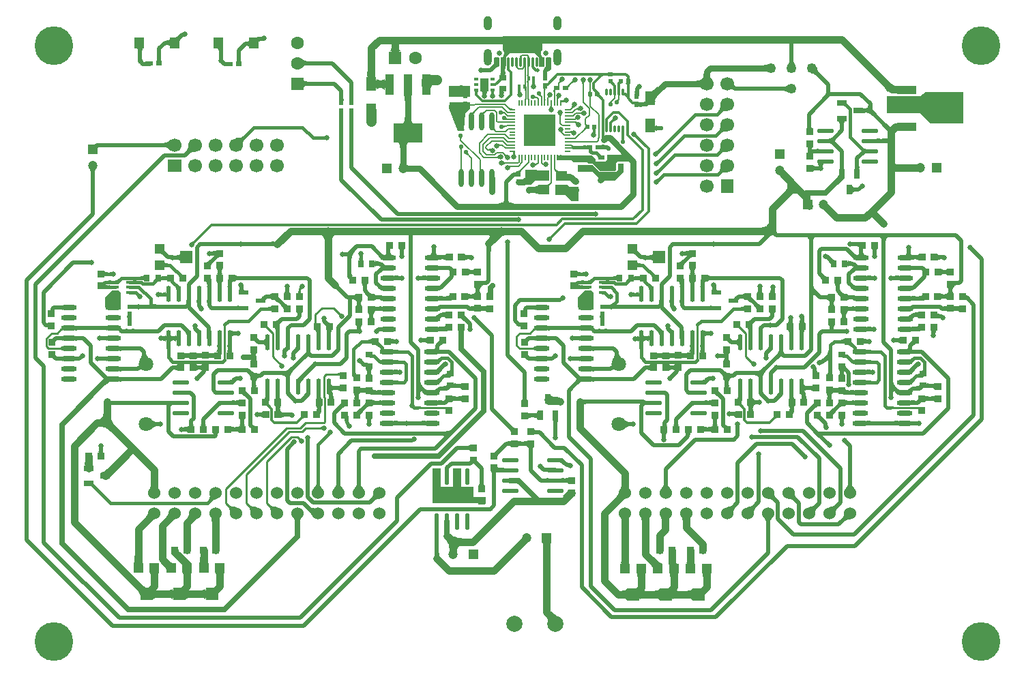
<source format=gtl>
G04*
G04 #@! TF.GenerationSoftware,Altium Limited,Altium Designer,24.8.2 (39)*
G04*
G04 Layer_Physical_Order=1*
G04 Layer_Color=255*
%FSLAX25Y25*%
%MOIN*%
G70*
G04*
G04 #@! TF.SameCoordinates,8134F229-52BB-4174-A8A1-A21A1ADD1C6F*
G04*
G04*
G04 #@! TF.FilePolarity,Positive*
G04*
G01*
G75*
%ADD12C,0.01000*%
%ADD16C,0.02500*%
%ADD18C,0.00800*%
%ADD19R,0.01378X0.02165*%
%ADD20R,0.06299X0.05906*%
%ADD21R,0.04724X0.04724*%
%ADD22R,0.04724X0.04724*%
%ADD23R,0.05906X0.06299*%
%ADD24R,0.04842X0.05354*%
%ADD25R,0.04921X0.02756*%
%ADD26R,0.02756X0.04921*%
%ADD27R,0.03543X0.01575*%
%ADD28R,0.04921X0.02362*%
%ADD29R,0.09724X0.03858*%
%ADD30R,0.09724X0.14173*%
%ADD31R,0.05512X0.04724*%
%ADD32R,0.14173X0.09213*%
%ADD33R,0.04331X0.09843*%
%ADD34R,0.05102X0.06919*%
%ADD35R,0.03150X0.03543*%
%ADD36R,0.03543X0.03150*%
%ADD37R,0.01968X0.01378*%
%ADD38R,0.03937X0.06299*%
%ADD39O,0.08051X0.02315*%
%ADD40O,0.02480X0.08858*%
%ADD41O,0.02315X0.08051*%
%ADD42O,0.01181X0.03937*%
%ADD43O,0.07760X0.02370*%
%ADD44O,0.02260X0.08024*%
G04:AMPARAMS|DCode=45|XSize=23.62mil|YSize=45.28mil|CornerRadius=2.95mil|HoleSize=0mil|Usage=FLASHONLY|Rotation=180.000|XOffset=0mil|YOffset=0mil|HoleType=Round|Shape=RoundedRectangle|*
%AMROUNDEDRECTD45*
21,1,0.02362,0.03937,0,0,180.0*
21,1,0.01772,0.04528,0,0,180.0*
1,1,0.00591,-0.00886,0.01968*
1,1,0.00591,0.00886,0.01968*
1,1,0.00591,0.00886,-0.01968*
1,1,0.00591,-0.00886,-0.01968*
%
%ADD45ROUNDEDRECTD45*%
G04:AMPARAMS|DCode=46|XSize=11.81mil|YSize=45.28mil|CornerRadius=1.48mil|HoleSize=0mil|Usage=FLASHONLY|Rotation=180.000|XOffset=0mil|YOffset=0mil|HoleType=Round|Shape=RoundedRectangle|*
%AMROUNDEDRECTD46*
21,1,0.01181,0.04232,0,0,180.0*
21,1,0.00886,0.04528,0,0,180.0*
1,1,0.00295,-0.00443,0.02116*
1,1,0.00295,0.00443,0.02116*
1,1,0.00295,0.00443,-0.02116*
1,1,0.00295,-0.00443,-0.02116*
%
%ADD46ROUNDEDRECTD46*%
%ADD101R,0.03402X0.03175*%
%ADD102R,0.02126X0.03111*%
%ADD103R,0.03111X0.02126*%
%ADD104R,0.02126X0.02227*%
%ADD105R,0.03175X0.03402*%
%ADD106C,0.04921*%
%ADD107R,0.02618X0.00787*%
%ADD108R,0.00787X0.02618*%
%ADD109R,0.15748X0.15748*%
%ADD110R,0.02227X0.02126*%
%ADD111C,0.03500*%
%ADD112C,0.02000*%
%ADD113C,0.02800*%
%ADD114C,0.03000*%
%ADD115C,0.01200*%
%ADD116C,0.00700*%
%ADD117C,0.00780*%
%ADD118C,0.01500*%
%ADD119C,0.05000*%
%ADD120C,0.03100*%
%ADD121C,0.01800*%
%ADD122R,0.06299X0.06299*%
%ADD123C,0.06299*%
%ADD124R,0.04724X0.04724*%
%ADD125C,0.04724*%
%ADD126R,0.04724X0.04724*%
%ADD127C,0.18898*%
%ADD128C,0.07087*%
%ADD129O,0.03937X0.08268*%
%ADD130C,0.02559*%
%ADD131O,0.03937X0.07087*%
%ADD132R,0.06299X0.06299*%
%ADD133C,0.07874*%
%ADD134C,0.06000*%
%ADD135R,0.06693X0.06299*%
%ADD136C,0.06693*%
%ADD137R,0.06299X0.06693*%
%ADD138C,0.02500*%
%ADD139C,0.02100*%
%ADD140C,0.02400*%
%ADD141C,0.02000*%
%ADD142C,0.01800*%
G36*
X82406Y315185D02*
X82026Y314793D01*
X81424Y314094D01*
X81202Y313787D01*
X81033Y313509D01*
X80917Y313259D01*
X80854Y313038D01*
X80843Y312845D01*
X80885Y312681D01*
X80980Y312546D01*
X78353Y315173D01*
X78488Y315078D01*
X78653Y315036D01*
X78845Y315047D01*
X79066Y315110D01*
X79316Y315226D01*
X79594Y315395D01*
X79901Y315617D01*
X80236Y315892D01*
X80992Y316599D01*
X82406Y315185D01*
D02*
G37*
G36*
X121617Y313504D02*
X121236Y313494D01*
X120894Y313464D01*
X120593Y313414D01*
X120332Y313344D01*
X120110Y313254D01*
X119929Y313144D01*
X119788Y313014D01*
X119687Y312864D01*
X119626Y312694D01*
X119605Y312504D01*
X119617Y315053D01*
X119637Y315138D01*
X119697Y315215D01*
X119797Y315283D01*
X119937Y315342D01*
X120117Y315391D01*
X120337Y315432D01*
X120597Y315464D01*
X121237Y315500D01*
X121617Y315504D01*
Y313504D01*
D02*
G37*
G36*
X76185Y310520D02*
X76165Y310710D01*
X76105Y310880D01*
X76004Y311030D01*
X75863Y311160D01*
X75682Y311270D01*
X75461Y311360D01*
X75200Y311430D01*
X74898Y311480D01*
X74556Y311510D01*
X74173Y311520D01*
Y313520D01*
X74556Y313530D01*
X74898Y313560D01*
X75200Y313610D01*
X75461Y313680D01*
X75682Y313770D01*
X75863Y313880D01*
X76004Y314010D01*
X76105Y314160D01*
X76165Y314330D01*
X76185Y314520D01*
Y310520D01*
D02*
G37*
G36*
X114811Y310404D02*
X114794Y310521D01*
X114746Y310626D01*
X114664Y310718D01*
X114550Y310798D01*
X114404Y310866D01*
X114225Y310921D01*
X114013Y310964D01*
X113769Y310995D01*
X113492Y311014D01*
X113183Y311020D01*
Y313020D01*
X113492Y313026D01*
X114013Y313075D01*
X114225Y313118D01*
X114404Y313174D01*
X114550Y313241D01*
X114664Y313321D01*
X114746Y313414D01*
X114794Y313519D01*
X114811Y313636D01*
Y310404D01*
D02*
G37*
G36*
X381193Y312583D02*
X381152Y312439D01*
X381117Y312230D01*
X381086Y311957D01*
X381021Y310750D01*
X381000Y308964D01*
X379000D01*
X378998Y309624D01*
X378807Y312583D01*
X378762Y312663D01*
X381238D01*
X381193Y312583D01*
D02*
G37*
G36*
X188164Y311073D02*
X188275Y309953D01*
X188372Y309498D01*
X188497Y309113D01*
X188649Y308798D01*
X188830Y308553D01*
X189038Y308378D01*
X189274Y308273D01*
X189538Y308238D01*
X183262D01*
X183526Y308273D01*
X183762Y308378D01*
X183970Y308553D01*
X184151Y308798D01*
X184303Y309113D01*
X184428Y309498D01*
X184525Y309953D01*
X184595Y310478D01*
X184636Y311073D01*
X184650Y311738D01*
X188150D01*
X188164Y311073D01*
D02*
G37*
G36*
X63497Y309835D02*
X63327Y309774D01*
X63177Y309675D01*
X63047Y309535D01*
X62937Y309354D01*
X62847Y309135D01*
X62777Y308875D01*
X62727Y308575D01*
X62697Y308235D01*
X62687Y307855D01*
X60687D01*
X60677Y308235D01*
X60647Y308575D01*
X60597Y308875D01*
X60527Y309135D01*
X60437Y309354D01*
X60327Y309535D01*
X60197Y309675D01*
X60047Y309774D01*
X59877Y309835D01*
X59687Y309855D01*
X63687D01*
X63497Y309835D01*
D02*
G37*
G36*
X102370Y309702D02*
X102332Y309642D01*
X102298Y309542D01*
X102268Y309402D01*
X102244Y309222D01*
X102207Y308742D01*
X102187Y307722D01*
X100187D01*
X100177Y308102D01*
X100147Y308442D01*
X100097Y308742D01*
X100027Y309002D01*
X99937Y309222D01*
X99827Y309402D01*
X99697Y309542D01*
X99547Y309642D01*
X99377Y309702D01*
X99187Y309722D01*
X102413D01*
X102370Y309702D01*
D02*
G37*
G36*
X251726Y305859D02*
X251739Y305680D01*
X251749Y305608D01*
X251763Y305546D01*
X251780Y305497D01*
X251800Y305458D01*
X251823Y305431D01*
X251849Y305415D01*
X251878Y305410D01*
X250989Y305379D01*
X250980Y305382D01*
X250973Y305397D01*
X250967Y305425D01*
X250961Y305465D01*
X250953Y305582D01*
X250946Y305965D01*
X251725D01*
X251726Y305859D01*
D02*
G37*
G36*
X248188Y305797D02*
X248161Y305395D01*
X248153Y305381D01*
X248145Y305379D01*
X247322Y305410D01*
X247339Y305415D01*
X247354Y305429D01*
X247367Y305453D01*
X247378Y305487D01*
X247387Y305531D01*
X247395Y305585D01*
X247406Y305722D01*
X247409Y305899D01*
X248188D01*
X248188Y305797D01*
D02*
G37*
G36*
X71951Y304871D02*
X71995Y304231D01*
X72033Y303971D01*
X72082Y303751D01*
X72142Y303571D01*
X72212Y303431D01*
X72294Y303331D01*
X72386Y303271D01*
X72489Y303251D01*
X69403D01*
X69506Y303271D01*
X69598Y303331D01*
X69680Y303431D01*
X69750Y303571D01*
X69810Y303751D01*
X69859Y303971D01*
X69897Y304231D01*
X69924Y304531D01*
X69946Y305251D01*
X71946D01*
X71951Y304871D01*
D02*
G37*
G36*
X110951Y304671D02*
X110995Y304031D01*
X111033Y303771D01*
X111082Y303551D01*
X111142Y303371D01*
X111212Y303231D01*
X111294Y303131D01*
X111386Y303071D01*
X111489Y303051D01*
X108403D01*
X108506Y303071D01*
X108598Y303131D01*
X108680Y303231D01*
X108750Y303371D01*
X108810Y303551D01*
X108859Y303771D01*
X108897Y304031D01*
X108924Y304331D01*
X108946Y305051D01*
X110946D01*
X110951Y304671D01*
D02*
G37*
G36*
X381010Y303953D02*
X381039Y303661D01*
X381087Y303374D01*
X381154Y303092D01*
X381241Y302813D01*
X381347Y302538D01*
X381473Y302268D01*
X381617Y302002D01*
X381781Y301740D01*
X381965Y301482D01*
X378035D01*
X378219Y301740D01*
X378383Y302002D01*
X378527Y302268D01*
X378653Y302538D01*
X378759Y302813D01*
X378846Y303092D01*
X378913Y303374D01*
X378961Y303661D01*
X378990Y303953D01*
X379000Y304248D01*
X381000D01*
X381010Y303953D01*
D02*
G37*
G36*
X65111Y301149D02*
X65091Y301147D01*
X65031Y301145D01*
X63111Y301137D01*
Y303137D01*
X63491Y303138D01*
X65091Y303229D01*
X65111Y303251D01*
Y301149D01*
D02*
G37*
G36*
X258200Y308833D02*
X258042Y308674D01*
X257697Y307842D01*
Y306941D01*
X258042Y306109D01*
X258678Y305473D01*
X259274Y305226D01*
X259300Y305200D01*
Y300700D01*
X256700D01*
Y305400D01*
X256600D01*
X256355Y305645D01*
X256334Y305695D01*
X256285Y305715D01*
X254600Y307400D01*
X242100D01*
X240500Y305800D01*
Y300900D01*
X240211D01*
X240208Y300888D01*
X240175Y300747D01*
X240146Y300576D01*
X240102Y300142D01*
X240076Y299587D01*
X240068Y299007D01*
X240074Y298695D01*
X240129Y298055D01*
X240178Y297795D01*
X240240Y297575D01*
X240316Y297395D01*
X240406Y297255D01*
X240510Y297155D01*
X240628Y297095D01*
X240760Y297075D01*
X237240D01*
X237397Y297095D01*
X237538Y297155D01*
X237662Y297255D01*
X237769Y297395D01*
X237860Y297575D01*
X237935Y297795D01*
X237993Y298055D01*
X238034Y298355D01*
X238059Y298695D01*
X238066Y299007D01*
X237988Y300900D01*
X237800D01*
Y305188D01*
X238487Y305473D01*
X239124Y306109D01*
X239469Y306941D01*
Y307842D01*
X239124Y308674D01*
X238900Y308898D01*
Y315600D01*
X258200D01*
Y308833D01*
D02*
G37*
G36*
X246185Y300937D02*
X246192Y300922D01*
X246199Y300896D01*
X246204Y300857D01*
X246213Y300743D01*
X246220Y300370D01*
X245441D01*
X245439Y300473D01*
X245419Y300717D01*
X245406Y300776D01*
X245391Y300825D01*
X245373Y300862D01*
X245353Y300888D01*
X245329Y300904D01*
X245304Y300908D01*
X246177Y300939D01*
X246185Y300937D01*
D02*
G37*
G36*
X141083Y304480D02*
X141325Y304275D01*
X141574Y304093D01*
X141827Y303936D01*
X142087Y303803D01*
X142351Y303694D01*
X142622Y303609D01*
X142897Y303548D01*
X143179Y303512D01*
X143466Y303500D01*
X143452Y301500D01*
X143166Y301488D01*
X142885Y301452D01*
X142609Y301392D01*
X142338Y301308D01*
X142072Y301200D01*
X141811Y301068D01*
X141555Y300912D01*
X141304Y300733D01*
X141059Y300529D01*
X140818Y300301D01*
X140846Y304710D01*
X141083Y304480D01*
D02*
G37*
G36*
X236981Y300924D02*
X236794Y300877D01*
X236600Y300808D01*
X236400Y300718D01*
X236193Y300607D01*
X235979Y300474D01*
X235759Y300320D01*
X235298Y299946D01*
X235057Y299728D01*
X234810Y299488D01*
X233395Y300902D01*
X233776Y301297D01*
X234379Y302012D01*
X234601Y302332D01*
X234770Y302627D01*
X234886Y302898D01*
X234949Y303143D01*
X234960Y303364D01*
X234917Y303560D01*
X234822Y303731D01*
X236981Y300924D01*
D02*
G37*
G36*
X254977Y300080D02*
X255183Y299904D01*
X255239Y299866D01*
X255289Y299837D01*
X255334Y299819D01*
X255372Y299810D01*
X255404Y299811D01*
X255431Y299822D01*
X255129Y298509D01*
X254170Y299189D01*
X254897Y300159D01*
X254977Y300080D01*
D02*
G37*
G36*
X368463Y298079D02*
X368334Y298159D01*
X368158Y298230D01*
X367934Y298294D01*
X367664Y298348D01*
X367346Y298395D01*
X366569Y298462D01*
X365049Y298500D01*
Y301500D01*
X365603Y301504D01*
X367664Y301652D01*
X367934Y301706D01*
X368158Y301770D01*
X368334Y301841D01*
X368463Y301921D01*
Y298079D01*
D02*
G37*
G36*
X260634Y297063D02*
X258532D01*
X258553Y297078D01*
X258573Y297124D01*
X258590Y297200D01*
X258605Y297306D01*
X258627Y297610D01*
X258646Y298583D01*
X260646D01*
X260634Y297063D01*
D02*
G37*
G36*
X392490Y300030D02*
X392559Y299728D01*
X392645Y299438D01*
X392747Y299158D01*
X392867Y298889D01*
X393002Y298630D01*
X393155Y298382D01*
X393323Y298145D01*
X393509Y297919D01*
X393711Y297703D01*
X392297Y296289D01*
X392081Y296491D01*
X391855Y296676D01*
X391618Y296845D01*
X391370Y296998D01*
X391111Y297133D01*
X390842Y297253D01*
X390562Y297355D01*
X390272Y297441D01*
X389970Y297510D01*
X389658Y297563D01*
X392437Y300342D01*
X392490Y300030D01*
D02*
G37*
G36*
X251535Y296701D02*
X251547Y296567D01*
X251566Y296449D01*
X251594Y296346D01*
X251629Y296259D01*
X251672Y296187D01*
X251722Y296132D01*
X251781Y296092D01*
X251847Y296067D01*
X251921Y296059D01*
X250823Y296071D01*
X250809Y296078D01*
X250797Y296102D01*
X250786Y296141D01*
X250777Y296196D01*
X250769Y296266D01*
X250754Y296570D01*
X250751Y296851D01*
X251531D01*
X251535Y296701D01*
D02*
G37*
G36*
X176341Y298802D02*
X176459Y297227D01*
X176530Y296842D01*
X176617Y296527D01*
X176719Y296282D01*
X176838Y296107D01*
X176972Y296002D01*
X177122Y295967D01*
X172044D01*
X172193Y296002D01*
X172328Y296107D01*
X172446Y296282D01*
X172549Y296527D01*
X172635Y296842D01*
X172706Y297227D01*
X172762Y297682D01*
X172825Y298802D01*
X172833Y299467D01*
X176333D01*
X176341Y298802D01*
D02*
G37*
G36*
X292584Y298054D02*
X292620Y297968D01*
X292680Y297893D01*
X292764Y297828D01*
X292872Y297773D01*
X293004Y297728D01*
X293160Y297693D01*
X293340Y297668D01*
X293544Y297653D01*
X293772Y297648D01*
Y296447D01*
X293544Y296443D01*
X293160Y296402D01*
X293004Y296367D01*
X292872Y296322D01*
X292764Y296267D01*
X292680Y296202D01*
X292620Y296127D01*
X292584Y296041D01*
X292572Y295946D01*
Y298149D01*
X292584Y298054D01*
D02*
G37*
G36*
X290470Y295946D02*
X290458Y296041D01*
X290422Y296127D01*
X290362Y296202D01*
X290278Y296267D01*
X290170Y296322D01*
X290038Y296367D01*
X289882Y296402D01*
X289702Y296427D01*
X289498Y296443D01*
X289270Y296447D01*
Y297648D01*
X289498Y297653D01*
X289882Y297693D01*
X290038Y297728D01*
X290170Y297773D01*
X290278Y297828D01*
X290362Y297893D01*
X290422Y297968D01*
X290458Y298054D01*
X290470Y298149D01*
Y295946D01*
D02*
G37*
G36*
X289069Y296447D02*
X288832Y296439D01*
X288603Y296413D01*
X288381Y296371D01*
X288165Y296312D01*
X287957Y296235D01*
X287755Y296142D01*
X287561Y296032D01*
X287374Y295904D01*
X287194Y295760D01*
X287020Y295599D01*
X285323D01*
X285473Y295760D01*
X285581Y295904D01*
X285648Y296032D01*
X285675Y296142D01*
X285660Y296235D01*
X285604Y296312D01*
X285508Y296371D01*
X285370Y296413D01*
X285191Y296439D01*
X284972Y296447D01*
X287620Y297648D01*
X289069Y296447D01*
D02*
G37*
G36*
X340091Y297172D02*
X340116Y296844D01*
X340159Y296535D01*
X340217Y296245D01*
X340293Y295975D01*
X340386Y295724D01*
X340495Y295491D01*
X340622Y295278D01*
X340765Y295084D01*
X340925Y294910D01*
X336240D01*
X336400Y295084D01*
X336543Y295278D01*
X336670Y295491D01*
X336779Y295724D01*
X336872Y295975D01*
X336948Y296245D01*
X337007Y296535D01*
X337049Y296844D01*
X337074Y297172D01*
X337083Y297519D01*
X340083D01*
X340091Y297172D01*
D02*
G37*
G36*
X300715Y295604D02*
X300756Y295220D01*
X300791Y295064D01*
X300836Y294932D01*
X300891Y294824D01*
X300956Y294740D01*
X301031Y294680D01*
X301117Y294644D01*
X301212Y294632D01*
X299009D01*
X299104Y294644D01*
X299189Y294680D01*
X299265Y294740D01*
X299330Y294824D01*
X299385Y294932D01*
X299430Y295064D01*
X299465Y295220D01*
X299490Y295400D01*
X299505Y295604D01*
X299511Y295832D01*
X300711D01*
X300715Y295604D01*
D02*
G37*
G36*
X181386Y288712D02*
X181351Y289045D01*
X181246Y289342D01*
X181070Y289605D01*
X180824Y289832D01*
X180508Y290025D01*
X180122Y290182D01*
X179666Y290305D01*
X179234Y290377D01*
X178837Y290337D01*
X178382Y290240D01*
X177997Y290115D01*
X177682Y289962D01*
X177437Y289781D01*
X177262Y289573D01*
X177157Y289336D01*
X177122Y289072D01*
Y295712D01*
X177157Y295380D01*
X177262Y295082D01*
X177437Y294820D01*
X177682Y294592D01*
X177997Y294400D01*
X178382Y294242D01*
X178837Y294120D01*
X179251Y294051D01*
X179666Y294120D01*
X180122Y294242D01*
X180508Y294400D01*
X180824Y294592D01*
X181070Y294820D01*
X181246Y295082D01*
X181351Y295380D01*
X181386Y295712D01*
Y288712D01*
D02*
G37*
G36*
X238937Y293961D02*
X238845Y294028D01*
X238736Y294061D01*
X238609Y294059D01*
X238465Y294024D01*
X238304Y293955D01*
X238126Y293852D01*
X237930Y293715D01*
X237718Y293544D01*
X237240Y293101D01*
X236392Y293949D01*
X236631Y294196D01*
X237006Y294639D01*
X237143Y294834D01*
X237246Y295013D01*
X237315Y295174D01*
X237351Y295318D01*
X237352Y295444D01*
X237319Y295554D01*
X237252Y295646D01*
X238937Y293961D01*
D02*
G37*
G36*
X274094Y293173D02*
X273966Y293178D01*
X273842Y293173D01*
X273724Y293159D01*
X273610Y293137D01*
X273501Y293105D01*
X273396Y293063D01*
X273297Y293013D01*
X273202Y292953D01*
X273113Y292885D01*
X273028Y292807D01*
X272498Y293409D01*
X272575Y293492D01*
X272644Y293580D01*
X272706Y293674D01*
X272761Y293774D01*
X272808Y293878D01*
X272848Y293988D01*
X272881Y294104D01*
X272906Y294225D01*
X272924Y294352D01*
X272934Y294483D01*
X274094Y293173D01*
D02*
G37*
G36*
X251847Y293921D02*
X251781Y293898D01*
X251722Y293859D01*
X251672Y293805D01*
X251629Y293734D01*
X251594Y293649D01*
X251566Y293547D01*
X251547Y293430D01*
X251535Y293298D01*
X251531Y293149D01*
X250751D01*
X250752Y293298D01*
X250786Y293859D01*
X250797Y293898D01*
X250809Y293921D01*
X250823Y293929D01*
X251921D01*
X251847Y293921D01*
D02*
G37*
G36*
X268147Y293476D02*
X268015Y293444D01*
X267768Y293367D01*
X267653Y293321D01*
X267545Y293270D01*
X267442Y293215D01*
X267344Y293155D01*
X267253Y293090D01*
X267167Y293020D01*
X267088Y292946D01*
X266386Y293375D01*
X266465Y293462D01*
X266533Y293552D01*
X266590Y293647D01*
X266635Y293744D01*
X266669Y293846D01*
X266691Y293951D01*
X266702Y294060D01*
X266702Y294173D01*
X266690Y294289D01*
X266667Y294408D01*
X268147Y293476D01*
D02*
G37*
G36*
X254706Y293917D02*
X254680Y293881D01*
X254656Y293821D01*
X254636Y293737D01*
X254619Y293629D01*
X254594Y293341D01*
X254581Y292957D01*
X254579Y292729D01*
X254166D01*
X254579Y292699D01*
X254582Y292566D01*
X254602Y292325D01*
X254620Y292216D01*
X254642Y292116D01*
X254670Y292023D01*
X254702Y291939D01*
X254740Y291863D01*
X254782Y291795D01*
X254830Y291735D01*
X253084Y291846D01*
X253140Y291902D01*
X253190Y291966D01*
X253235Y292038D01*
X253273Y292120D01*
X253306Y292209D01*
X253332Y292307D01*
X253353Y292414D01*
X253368Y292530D01*
X253377Y292654D01*
X253380Y292787D01*
X253380Y292787D01*
X253382Y293929D01*
X254736D01*
X254706Y293917D01*
D02*
G37*
G36*
X282323Y293545D02*
X282244Y293444D01*
X282175Y293342D01*
X282116Y293239D01*
X282065Y293134D01*
X282024Y293027D01*
X281991Y292919D01*
X281968Y292809D01*
X281955Y292697D01*
X281950Y292584D01*
X281150Y292550D01*
X281145Y292665D01*
X281131Y292777D01*
X281106Y292886D01*
X281072Y292993D01*
X281028Y293096D01*
X280974Y293197D01*
X280911Y293295D01*
X280837Y293391D01*
X280754Y293483D01*
X280661Y293573D01*
X282410Y293643D01*
X282323Y293545D01*
D02*
G37*
G36*
X279001Y293440D02*
X278906Y293355D01*
X278820Y293266D01*
X278745Y293174D01*
X278680Y293079D01*
X278625Y292980D01*
X278580Y292878D01*
X278545Y292773D01*
X278520Y292664D01*
X278505Y292552D01*
X278500Y292437D01*
X277700Y292504D01*
X277696Y292617D01*
X277682Y292728D01*
X277660Y292839D01*
X277629Y292948D01*
X277589Y293056D01*
X277540Y293163D01*
X277483Y293269D01*
X277416Y293374D01*
X277341Y293478D01*
X277256Y293580D01*
X279001Y293440D01*
D02*
G37*
G36*
X250350Y292703D02*
X250322Y292266D01*
X250310Y292196D01*
X250295Y292141D01*
X250277Y292102D01*
X250258Y292078D01*
X250236Y292071D01*
X249181D01*
X249255Y292078D01*
X249322Y292102D01*
X249380Y292141D01*
X249431Y292196D01*
X249474Y292266D01*
X249509Y292352D01*
X249536Y292453D01*
X249556Y292570D01*
X249567Y292703D01*
X249571Y292851D01*
X250351D01*
X250350Y292703D01*
D02*
G37*
G36*
X292504Y294142D02*
X292470Y294031D01*
Y293904D01*
X292504Y293760D01*
X292572Y293599D01*
X292674Y293421D01*
X292810Y293225D01*
X292980Y293013D01*
X293421Y292538D01*
X292572Y291689D01*
X292326Y291927D01*
X291885Y292300D01*
X291690Y292436D01*
X291512Y292538D01*
X291350Y292606D01*
X291206Y292640D01*
X291079D01*
X290968Y292606D01*
X290875Y292538D01*
X292572Y294235D01*
X292504Y294142D01*
D02*
G37*
G36*
X427651Y293447D02*
X429811Y291584D01*
X430043Y291461D01*
X430161Y291434D01*
X430342Y291595D01*
X430309Y291467D01*
X430209Y291422D01*
X430161Y291434D01*
X430126Y291403D01*
X431548Y291396D01*
Y287562D01*
X431521Y287628D01*
X431438Y287687D01*
X431301Y287739D01*
X431109Y287784D01*
X430862Y287822D01*
X430203Y287877D01*
X428802Y287909D01*
Y290227D01*
X426823Y288469D01*
X426798Y288655D01*
X426724Y288873D01*
X426600Y289124D01*
X426427Y289407D01*
X426204Y289723D01*
X425610Y290453D01*
X424818Y291313D01*
X424348Y291791D01*
X427020Y294069D01*
X427651Y293447D01*
D02*
G37*
G36*
X266734Y291371D02*
X265546Y291359D01*
X265622Y291368D01*
X265690Y291392D01*
X265750Y291434D01*
X265802Y291491D01*
X265846Y291564D01*
X265882Y291653D01*
X265910Y291758D01*
X265930Y291880D01*
X265942Y292017D01*
X265946Y292171D01*
X266746D01*
X266734Y291371D01*
D02*
G37*
G36*
X301117Y292518D02*
X301031Y292482D01*
X300956Y292422D01*
X300891Y292338D01*
X300836Y292230D01*
X300791Y292098D01*
X300756Y291942D01*
X300730Y291762D01*
X300715Y291558D01*
X300711Y291330D01*
X299511D01*
X299505Y291558D01*
X299465Y291942D01*
X299430Y292098D01*
X299385Y292230D01*
X299330Y292338D01*
X299265Y292422D01*
X299189Y292482D01*
X299104Y292518D01*
X299009Y292530D01*
X301212D01*
X301117Y292518D01*
D02*
G37*
G36*
X296700D02*
X296598Y292482D01*
X296508Y292422D01*
X296430Y292338D01*
X296364Y292230D01*
X296310Y292098D01*
X296268Y291942D01*
X296238Y291762D01*
X296220Y291558D01*
X296214Y291330D01*
X295014D01*
X295020Y291558D01*
X295037Y291762D01*
X295066Y291942D01*
X295108Y292098D01*
X295161Y292230D01*
X295225Y292338D01*
X295302Y292422D01*
X295390Y292482D01*
X295489Y292518D01*
X295601Y292530D01*
X296814D01*
X296700Y292518D01*
D02*
G37*
G36*
X271592Y291371D02*
X271432Y291206D01*
X271181Y290910D01*
X271089Y290779D01*
X271020Y290661D01*
X270973Y290553D01*
X270950Y290457D01*
X270949Y290373D01*
X270970Y290300D01*
X271014Y290239D01*
X269895Y291359D01*
X269956Y291315D01*
X270028Y291293D01*
X270113Y291294D01*
X270209Y291318D01*
X270316Y291365D01*
X270435Y291434D01*
X270565Y291526D01*
X270707Y291640D01*
X271026Y291936D01*
X271592Y291371D01*
D02*
G37*
G36*
X141728Y294330D02*
X141789Y294160D01*
X141889Y294010D01*
X142030Y293880D01*
X142211Y293770D01*
X142433Y293680D01*
X142694Y293610D01*
X142996Y293560D01*
X143338Y293530D01*
X143720Y293520D01*
Y291520D01*
X143338Y291510D01*
X142996Y291480D01*
X142694Y291430D01*
X142433Y291360D01*
X142211Y291270D01*
X142030Y291160D01*
X141889Y291030D01*
X141789Y290880D01*
X141728Y290710D01*
X141708Y290520D01*
Y294520D01*
X141728Y294330D01*
D02*
G37*
G36*
X336193Y290177D02*
X336018Y290337D01*
X335824Y290480D01*
X335611Y290607D01*
X335379Y290716D01*
X335128Y290809D01*
X334857Y290885D01*
X334567Y290944D01*
X334259Y290986D01*
X333930Y291011D01*
X333583Y291020D01*
Y294020D01*
X333930Y294028D01*
X334259Y294053D01*
X334567Y294095D01*
X334857Y294155D01*
X335128Y294230D01*
X335379Y294323D01*
X335611Y294432D01*
X335824Y294559D01*
X336018Y294702D01*
X336193Y294862D01*
Y290177D01*
D02*
G37*
G36*
X351928Y292205D02*
X351959Y292102D01*
X352014Y291982D01*
X352094Y291847D01*
X352197Y291696D01*
X352325Y291530D01*
X352654Y291150D01*
X353079Y290707D01*
X351665Y289293D01*
X351516Y289435D01*
X351374Y289557D01*
X351239Y289658D01*
X351112Y289738D01*
X350992Y289797D01*
X350880Y289835D01*
X350774Y289852D01*
X350676Y289848D01*
X350586Y289824D01*
X350502Y289779D01*
X351922Y292294D01*
X351928Y292205D01*
D02*
G37*
G36*
X250236Y289929D02*
X250290Y289921D01*
X250339Y289898D01*
X250381Y289859D01*
X250418Y289805D01*
X250449Y289734D01*
X250475Y289649D01*
X250495Y289547D01*
X250509Y289430D01*
X250518Y289298D01*
X250521Y289149D01*
X249741D01*
X249737Y289299D01*
X249725Y289433D01*
X249706Y289551D01*
X249678Y289654D01*
X249643Y289741D01*
X249600Y289812D01*
X249550Y289868D01*
X249491Y289908D01*
X249425Y289932D01*
X249351Y289941D01*
X250236Y289929D01*
D02*
G37*
G36*
X260015Y289689D02*
X259956Y289668D01*
X259903Y289632D01*
X259858Y289582D01*
X259819Y289518D01*
X259788Y289440D01*
X259763Y289348D01*
X259746Y289241D01*
X259735Y289120D01*
X259732Y288984D01*
X259032D01*
X259028Y289120D01*
X259018Y289241D01*
X259000Y289348D01*
X258976Y289440D01*
X258944Y289518D01*
X258906Y289582D01*
X258860Y289632D01*
X258808Y289668D01*
X258748Y289689D01*
X258682Y289696D01*
X260082D01*
X260015Y289689D01*
D02*
G37*
G36*
X264831Y289261D02*
X264763Y289237D01*
X264703Y289197D01*
X264651Y289141D01*
X264607Y289069D01*
X264571Y288981D01*
X264543Y288877D01*
X264523Y288757D01*
X264511Y288621D01*
X264507Y288469D01*
X263707D01*
X263706Y288621D01*
X263669Y289237D01*
X263659Y289261D01*
X263647Y289269D01*
X264907D01*
X264831Y289261D01*
D02*
G37*
G36*
X316666Y288963D02*
X315912Y288187D01*
X314229Y286187D01*
X313863Y285630D01*
X313593Y285127D01*
X313420Y284678D01*
X313345Y284284D01*
X313366Y283945D01*
X313484Y283660D01*
X310150Y288811D01*
X310342Y288600D01*
X310586Y288484D01*
X310882Y288461D01*
X311229Y288532D01*
X311627Y288698D01*
X312077Y288957D01*
X312579Y289310D01*
X313132Y289757D01*
X314392Y290932D01*
X316666Y288963D01*
D02*
G37*
G36*
X281954Y288997D02*
X281966Y288859D01*
X281986Y288737D01*
X282014Y288631D01*
X282050Y288542D01*
X282094Y288469D01*
X282146Y288412D01*
X282206Y288371D01*
X282274Y288347D01*
X282350Y288339D01*
X280750D01*
X280826Y288347D01*
X280894Y288371D01*
X280954Y288412D01*
X281006Y288469D01*
X281050Y288542D01*
X281086Y288631D01*
X281114Y288737D01*
X281134Y288859D01*
X281146Y288997D01*
X281150Y289151D01*
X281950D01*
X281954Y288997D01*
D02*
G37*
G36*
X286096Y288268D02*
X286055Y288222D01*
X285987Y288213D01*
X285892Y288242D01*
X285866Y288256D01*
X286109Y288351D01*
X286096Y288268D01*
D02*
G37*
G36*
X378518Y288035D02*
X378260Y288219D01*
X377998Y288383D01*
X377732Y288527D01*
X377462Y288653D01*
X377187Y288759D01*
X376908Y288846D01*
X376626Y288913D01*
X376339Y288961D01*
X376047Y288990D01*
X375752Y289000D01*
Y291000D01*
X376047Y291010D01*
X376339Y291039D01*
X376626Y291087D01*
X376908Y291154D01*
X377187Y291241D01*
X377462Y291347D01*
X377732Y291473D01*
X377998Y291617D01*
X378260Y291781D01*
X378518Y291965D01*
Y288035D01*
D02*
G37*
G36*
X305451Y288035D02*
X303349D01*
X303371Y288054D01*
X303390Y288111D01*
X303407Y288206D01*
X303422Y288338D01*
X303453Y288963D01*
X303463Y289928D01*
X305463D01*
X305451Y288035D01*
D02*
G37*
G36*
X247679Y289917D02*
X247681Y289881D01*
X247688Y288900D01*
X247689Y288900D01*
X247692Y288768D01*
X247716Y288529D01*
X247738Y288422D01*
X247765Y288324D01*
X247798Y288235D01*
X247838Y288155D01*
X247883Y288084D01*
X247935Y288021D01*
X247992Y287967D01*
X246249Y287811D01*
X246295Y287872D01*
X246336Y287940D01*
X246372Y288017D01*
X246403Y288101D01*
X246429Y288194D01*
X246451Y288294D01*
X246467Y288403D01*
X246487Y288645D01*
X246489Y288764D01*
X246487Y288957D01*
X246429Y289737D01*
X246408Y289821D01*
X246383Y289881D01*
X246355Y289917D01*
X246323Y289929D01*
X247677D01*
X247679Y289917D01*
D02*
G37*
G36*
X226964Y288752D02*
X226901Y288716D01*
X226845Y288656D01*
X226797Y288572D01*
X226756Y288464D01*
X226723Y288332D01*
X226696Y288176D01*
X226678Y287996D01*
X226663Y287564D01*
X225463D01*
X225459Y287792D01*
X225430Y288176D01*
X225403Y288332D01*
X225370Y288464D01*
X225329Y288572D01*
X225281Y288656D01*
X225225Y288716D01*
X225162Y288752D01*
X225091Y288764D01*
X227035D01*
X226964Y288752D01*
D02*
G37*
G36*
X285009Y288947D02*
X285621Y288412D01*
X285770Y288308D01*
X285866Y288256D01*
X283918Y287499D01*
X284018Y287558D01*
X284077Y287642D01*
X284094Y287750D01*
X284070Y287883D01*
X284004Y288040D01*
X283898Y288222D01*
X283750Y288429D01*
X283560Y288660D01*
X283058Y289196D01*
X284751Y289199D01*
X285009Y288947D01*
D02*
G37*
G36*
X234839Y288752D02*
X234775Y288716D01*
X234719Y288656D01*
X234671Y288572D01*
X234630Y288464D01*
X234597Y288332D01*
X234571Y288176D01*
X234552Y287996D01*
X234547Y287869D01*
X234558Y287734D01*
X234574Y287625D01*
X234595Y287524D01*
X234620Y287432D01*
X234650Y287347D01*
X234685Y287270D01*
X234724Y287202D01*
X234768Y287141D01*
X233028Y287333D01*
X233087Y287386D01*
X233139Y287448D01*
X233186Y287519D01*
X233226Y287598D01*
X233260Y287686D01*
X233288Y287784D01*
X233309Y287890D01*
X233320Y287968D01*
X233303Y288176D01*
X233277Y288332D01*
X233244Y288464D01*
X233203Y288572D01*
X233155Y288656D01*
X233099Y288716D01*
X233035Y288752D01*
X232965Y288764D01*
X234909D01*
X234839Y288752D01*
D02*
G37*
G36*
X231780Y288842D02*
X231621Y288782D01*
X231481Y288682D01*
X231360Y288542D01*
X231258Y288362D01*
X231174Y288142D01*
X231109Y287882D01*
X231062Y287582D01*
X231034Y287242D01*
X231025Y286862D01*
X229025D01*
X229015Y287242D01*
X228986Y287582D01*
X228937Y287882D01*
X228868Y288142D01*
X228780Y288362D01*
X228672Y288542D01*
X228544Y288682D01*
X228397Y288782D01*
X228230Y288842D01*
X228044Y288862D01*
X231957D01*
X231780Y288842D01*
D02*
G37*
G36*
X239896Y288431D02*
X239770Y288378D01*
X239659Y288290D01*
X239563Y288167D01*
X239481Y288009D01*
X239414Y287816D01*
X239362Y287589D01*
X239325Y287326D01*
X239303Y287028D01*
X239296Y286696D01*
X237296D01*
X237240Y288437D01*
X240037Y288449D01*
X239896Y288431D01*
D02*
G37*
G36*
X257613Y287224D02*
X257606Y287128D01*
X257608Y287034D01*
X257619Y286944D01*
X257640Y286856D01*
X257670Y286771D01*
X257710Y286689D01*
X257759Y286610D01*
X257817Y286533D01*
X257885Y286460D01*
X257284Y286070D01*
X257216Y286135D01*
X257143Y286194D01*
X257065Y286249D01*
X256984Y286300D01*
X256898Y286346D01*
X256808Y286387D01*
X256714Y286424D01*
X256616Y286456D01*
X256513Y286484D01*
X256406Y286507D01*
X257629Y287323D01*
X257613Y287224D01*
D02*
G37*
G36*
X223083Y286020D02*
X212583D01*
Y291520D01*
X223083D01*
Y286020D01*
D02*
G37*
G36*
X296024Y288070D02*
X296011Y288021D01*
X296000Y287951D01*
X295990Y287858D01*
X295970Y287445D01*
X295965Y286916D01*
X296159D01*
X296122Y286854D01*
X296089Y286785D01*
X296059Y286709D01*
X296034Y286626D01*
X296012Y286536D01*
X295995Y286439D01*
X295971Y286224D01*
X295966Y286105D01*
X295964Y285980D01*
X295264D01*
X295262Y286105D01*
X295233Y286439D01*
X295215Y286536D01*
X295194Y286626D01*
X295168Y286709D01*
X295139Y286785D01*
X295106Y286854D01*
X295069Y286916D01*
X295263D01*
X295263Y287059D01*
X295203Y288070D01*
X295189Y288096D01*
X296038D01*
X296024Y288070D01*
D02*
G37*
G36*
X398031Y286968D02*
X398739Y286261D01*
X395617Y285968D01*
X395886Y286257D01*
X396126Y286558D01*
X396339Y286870D01*
X396522Y287194D01*
X396678Y287529D01*
X396805Y287876D01*
X396904Y288235D01*
X396975Y288606D01*
X397017Y288989D01*
X397031Y289383D01*
X398031Y286968D01*
D02*
G37*
G36*
X294142Y286837D02*
X294098Y286753D01*
X294059Y286666D01*
X294026Y286574D01*
X293997Y286478D01*
X293974Y286379D01*
X293956Y286275D01*
X293943Y286166D01*
X293933Y285938D01*
X293233Y286022D01*
X293231Y286156D01*
X293200Y286594D01*
X293185Y286678D01*
X293168Y286753D01*
X293148Y286817D01*
X293126Y286872D01*
X293101Y286916D01*
X294191D01*
X294142Y286837D01*
D02*
G37*
G36*
X282324Y286241D02*
X282256Y286217D01*
X282196Y286177D01*
X282144Y286121D01*
X282100Y286049D01*
X282064Y285961D01*
X282036Y285857D01*
X282016Y285737D01*
X282004Y285601D01*
X282000Y285449D01*
X281200D01*
X281196Y285601D01*
X281184Y285737D01*
X281164Y285857D01*
X281136Y285961D01*
X281100Y286049D01*
X281056Y286121D01*
X281004Y286177D01*
X280944Y286217D01*
X280876Y286241D01*
X280800Y286249D01*
X282400D01*
X282324Y286241D01*
D02*
G37*
G36*
X286042Y287853D02*
X286008Y287742D01*
Y287615D01*
X286042Y287471D01*
X286109Y287310D01*
X286211Y287132D01*
X286347Y286936D01*
X286517Y286724D01*
X286958Y286249D01*
X286109Y285401D01*
X285863Y285638D01*
X285422Y286011D01*
X285227Y286147D01*
X285049Y286249D01*
X284888Y286317D01*
X284743Y286351D01*
X284616D01*
X284506Y286317D01*
X284412Y286249D01*
X286109Y287946D01*
X286042Y287853D01*
D02*
G37*
G36*
X254465Y286536D02*
X254523Y286462D01*
X254586Y286396D01*
X254654Y286339D01*
X254728Y286291D01*
X254807Y286252D01*
X254892Y286222D01*
X254981Y286200D01*
X255076Y286187D01*
X255177Y286182D01*
X254979Y285482D01*
X254886Y285479D01*
X254793Y285471D01*
X254699Y285457D01*
X254605Y285437D01*
X254511Y285411D01*
X254417Y285380D01*
X254323Y285343D01*
X254133Y285252D01*
X254037Y285198D01*
X254413Y286619D01*
X254465Y286536D01*
D02*
G37*
G36*
X266621Y285516D02*
X266518Y285481D01*
X266427Y285437D01*
X266346Y285382D01*
X266276Y285319D01*
X266216Y285245D01*
X266168Y285163D01*
X266130Y285070D01*
X266103Y284968D01*
X266087Y284857D01*
X266082Y284736D01*
X265282Y284874D01*
X265280Y285052D01*
X265236Y285690D01*
X265216Y285830D01*
X265166Y286087D01*
X265135Y286204D01*
X265100Y286314D01*
X266621Y285516D01*
D02*
G37*
G36*
X259763Y284317D02*
X259000D01*
X259006Y284324D01*
X259011Y284345D01*
X259016Y284380D01*
X259024Y284492D01*
X259032Y285017D01*
X259732D01*
X259763Y284317D01*
D02*
G37*
G36*
X258189D02*
X257426D01*
X257432Y284324D01*
X257437Y284345D01*
X257442Y284380D01*
X257450Y284492D01*
X257458Y285017D01*
X258158D01*
X258189Y284317D01*
D02*
G37*
G36*
X256614D02*
X255851D01*
X255857Y284324D01*
X255862Y284345D01*
X255867Y284380D01*
X255875Y284492D01*
X255883Y285017D01*
X256583D01*
X256614Y284317D01*
D02*
G37*
G36*
X166051Y284010D02*
X163949D01*
X163959Y284030D01*
X163967Y284089D01*
X163975Y284190D01*
X163998Y285290D01*
X164000Y286010D01*
X166000D01*
X166051Y284010D01*
D02*
G37*
G36*
X194612Y286966D02*
X194501Y286876D01*
X194403Y286726D01*
X194318Y286516D01*
X194246Y286246D01*
X194187Y285916D01*
X194141Y285526D01*
X194089Y284566D01*
X194083Y283996D01*
X191083D01*
X191076Y284566D01*
X190978Y285916D01*
X190919Y286246D01*
X190848Y286516D01*
X190762Y286726D01*
X190665Y286876D01*
X190553Y286966D01*
X190429Y286996D01*
X194736D01*
X194612Y286966D01*
D02*
G37*
G36*
X161112Y283982D02*
X159010D01*
X159020Y284002D01*
X159029Y284062D01*
X159036Y284162D01*
X159059Y285262D01*
X159061Y285982D01*
X161061D01*
X161112Y283982D01*
D02*
G37*
G36*
X295861Y284593D02*
X295795Y284521D01*
X295737Y284445D01*
X295689Y284366D01*
X295650Y284285D01*
X295620Y284201D01*
X295600Y284113D01*
X295589Y284023D01*
X295587Y283930D01*
X295594Y283834D01*
X295610Y283735D01*
X294388Y284552D01*
X294495Y284574D01*
X294696Y284634D01*
X294790Y284671D01*
X294880Y284712D01*
X294965Y284758D01*
X295047Y284808D01*
X295124Y284864D01*
X295197Y284924D01*
X295266Y284988D01*
X295861Y284593D01*
D02*
G37*
G36*
X311123Y282966D02*
X311054Y282945D01*
X310962Y282896D01*
X310847Y282819D01*
X310709Y282713D01*
X310364Y282419D01*
X309397Y281493D01*
X308409Y282481D01*
X308406Y281916D01*
X308386Y281780D01*
X308326Y281658D01*
X308226Y281551D01*
X308086Y281458D01*
X307906Y281379D01*
X307686Y281314D01*
X307451Y281269D01*
Y281200D01*
X307071Y281195D01*
X306431Y281151D01*
X306171Y281113D01*
X305951Y281064D01*
X305771Y281004D01*
X305631Y280934D01*
X305531Y280852D01*
X305471Y280760D01*
X305451Y280657D01*
Y283743D01*
X305471Y283640D01*
X305531Y283548D01*
X305631Y283466D01*
X305771Y283396D01*
X305951Y283336D01*
X306171Y283287D01*
X306431Y283249D01*
X306731Y283222D01*
X306872Y283218D01*
X307128Y283240D01*
X307430Y283290D01*
X307691Y283360D01*
X307912Y283450D01*
X308093Y283560D01*
X308234Y283690D01*
X308335Y283840D01*
X308397Y284010D01*
X308418Y284200D01*
X308413Y283362D01*
X309386Y284472D01*
X309435Y284564D01*
X309455Y284634D01*
X311123Y282966D01*
D02*
G37*
G36*
X292474Y283916D02*
X292402Y283839D01*
X292344Y283763D01*
X292298Y283690D01*
X292266Y283619D01*
X292248Y283550D01*
X292242Y283483D01*
X292250Y283418D01*
X292270Y283354D01*
X292304Y283294D01*
X292352Y283235D01*
X290987Y283384D01*
X291829Y284261D01*
X292474Y283916D01*
D02*
G37*
G36*
X269318Y283161D02*
X269201Y283231D01*
X268971Y283348D01*
X268857Y283396D01*
X268743Y283437D01*
X268631Y283470D01*
X268520Y283496D01*
X268409Y283514D01*
X268300Y283525D01*
X268298Y283525D01*
X268284Y283525D01*
X268146Y283513D01*
X268025Y283493D01*
X267920Y283465D01*
X267830Y283429D01*
X267757Y283385D01*
X267700Y283333D01*
X267659Y283273D01*
X267634Y283205D01*
X267625Y283129D01*
X267637Y284317D01*
X267645Y284319D01*
X267669Y284321D01*
X267837Y284326D01*
X267988Y284327D01*
X267987Y284329D01*
X268105Y284334D01*
X268217Y284350D01*
X268324Y284377D01*
X268425Y284414D01*
X268520Y284462D01*
X268609Y284521D01*
X268693Y284591D01*
X268771Y284671D01*
X268844Y284761D01*
X268911Y284863D01*
X269318Y283161D01*
D02*
G37*
G36*
X303349Y283743D02*
X303361Y282064D01*
X303349Y282157D01*
X303316Y282241D01*
X303260Y282315D01*
X303183Y282378D01*
X303083Y282433D01*
X302962Y282477D01*
X302819Y282511D01*
X302654Y282536D01*
X302467Y282550D01*
X302258Y282555D01*
Y283755D01*
X303349Y283743D01*
D02*
G37*
G36*
X406936Y283640D02*
X406894Y283502D01*
X406896Y283344D01*
X406939Y283164D01*
X407025Y282963D01*
X407154Y282740D01*
X407325Y282495D01*
X407538Y282230D01*
X408092Y281634D01*
X407031Y280573D01*
X406723Y280871D01*
X406170Y281340D01*
X405925Y281511D01*
X405702Y281640D01*
X405501Y281726D01*
X405321Y281769D01*
X405163Y281771D01*
X405026Y281729D01*
X404910Y281646D01*
X407019Y283755D01*
X406936Y283640D01*
D02*
G37*
G36*
X262937Y281455D02*
X262951Y281343D01*
X262976Y281234D01*
X263010Y281127D01*
X263054Y281024D01*
X263108Y280923D01*
X263171Y280825D01*
X263245Y280730D01*
X263328Y280637D01*
X263421Y280547D01*
X261672Y280476D01*
X261759Y280574D01*
X261838Y280675D01*
X261906Y280777D01*
X261966Y280880D01*
X262017Y280985D01*
X262058Y281092D01*
X262090Y281201D01*
X262113Y281311D01*
X262127Y281422D01*
X262132Y281536D01*
X262932Y281570D01*
X262937Y281455D01*
D02*
G37*
G36*
X274283Y281063D02*
X274155Y281015D01*
X273806Y280854D01*
X273701Y280796D01*
X273508Y280670D01*
X273420Y280603D01*
X273262Y280462D01*
X272472Y280803D01*
X272552Y280891D01*
X272620Y280982D01*
X272674Y281075D01*
X272716Y281170D01*
X272744Y281268D01*
X272760Y281369D01*
X272763Y281472D01*
X272753Y281577D01*
X272730Y281685D01*
X272694Y281796D01*
X274283Y281063D01*
D02*
G37*
G36*
X419463Y281674D02*
X419477Y281280D01*
X419520Y280897D01*
X419590Y280527D01*
X419689Y280168D01*
X419816Y279820D01*
X419972Y279485D01*
X420156Y279161D01*
X420368Y278849D01*
X420609Y278548D01*
X420877Y278260D01*
X419463Y276846D01*
X419174Y277114D01*
X418874Y277355D01*
X418562Y277567D01*
X418238Y277751D01*
X417902Y277906D01*
X417555Y278033D01*
X417196Y278132D01*
X416825Y278203D01*
X416443Y278246D01*
X416408Y278247D01*
X415405Y278168D01*
X415225Y278128D01*
X415085Y278080D01*
X414985Y278026D01*
X414925Y277963D01*
X414905Y277894D01*
Y280626D01*
X414925Y280556D01*
X414985Y280494D01*
X415085Y280439D01*
X415225Y280391D01*
X415405Y280351D01*
X415625Y280318D01*
X415927Y280295D01*
X416183Y280340D01*
X416483Y280440D01*
X416743Y280580D01*
X416963Y280760D01*
X417143Y280980D01*
X417283Y281240D01*
X417383Y281540D01*
X417443Y281880D01*
X417463Y282260D01*
X419463Y281674D01*
D02*
G37*
G36*
X242474Y280639D02*
X242755Y280403D01*
X242881Y280316D01*
X242999Y280250D01*
X243108Y280203D01*
X243207Y280177D01*
X243298Y280172D01*
X243379Y280186D01*
X243452Y280221D01*
X242308Y279458D01*
X242302Y279504D01*
X242285Y279556D01*
X242257Y279616D01*
X242217Y279683D01*
X242166Y279757D01*
X242030Y279927D01*
X241849Y280124D01*
X241742Y280234D01*
X242320Y280787D01*
X242474Y280639D01*
D02*
G37*
G36*
X276223Y279265D02*
X276105Y279332D01*
X275870Y279445D01*
X275755Y279490D01*
X275529Y279561D01*
X275417Y279585D01*
X275307Y279603D01*
X275198Y279613D01*
X275090Y279617D01*
X274860Y280417D01*
X274978Y280422D01*
X275090Y280438D01*
X275196Y280465D01*
X275296Y280503D01*
X275390Y280551D01*
X275478Y280611D01*
X275559Y280680D01*
X275635Y280761D01*
X275705Y280853D01*
X275768Y280955D01*
X276223Y279265D01*
D02*
G37*
G36*
X230253Y278316D02*
X230117Y278174D01*
X229904Y277916D01*
X229828Y277801D01*
X229772Y277696D01*
X229736Y277599D01*
X229721Y277512D01*
X229726Y277433D01*
X229751Y277364D01*
X229797Y277304D01*
X228674Y278423D01*
X228734Y278378D01*
X228803Y278353D01*
X228882Y278348D01*
X228970Y278363D01*
X229066Y278399D01*
X229172Y278455D01*
X229287Y278531D01*
X229411Y278627D01*
X229544Y278744D01*
X229687Y278881D01*
X230253Y278316D01*
D02*
G37*
G36*
X225254Y278314D02*
X225117Y278172D01*
X224904Y277915D01*
X224828Y277800D01*
X224772Y277694D01*
X224737Y277597D01*
X224722Y277510D01*
X224727Y277431D01*
X224752Y277362D01*
X224797Y277302D01*
X223676Y278423D01*
X223736Y278378D01*
X223805Y278352D01*
X223884Y278348D01*
X223971Y278363D01*
X224068Y278398D01*
X224174Y278454D01*
X224289Y278530D01*
X224413Y278627D01*
X224546Y278743D01*
X224688Y278880D01*
X225254Y278314D01*
D02*
G37*
G36*
X348549Y279173D02*
X348116Y279168D01*
X347328Y279101D01*
X346973Y279039D01*
X346644Y278957D01*
X346340Y278856D01*
X346063Y278737D01*
X345812Y278598D01*
X345586Y278440D01*
X345387Y278263D01*
X344326Y279324D01*
X344503Y279524D01*
X344661Y279749D01*
X344800Y280000D01*
X344919Y280277D01*
X345020Y280581D01*
X345101Y280910D01*
X345164Y281265D01*
X345207Y281646D01*
X345231Y282053D01*
X345236Y282486D01*
X348549Y279173D01*
D02*
G37*
G36*
X239074Y278883D02*
X239108Y278838D01*
X239149Y278799D01*
X239197Y278765D01*
X239253Y278736D01*
X239316Y278713D01*
X239387Y278695D01*
X239464Y278681D01*
X239550Y278674D01*
X239643Y278671D01*
X239538Y277871D01*
X239424Y277869D01*
X239128Y277845D01*
X239045Y277830D01*
X238970Y277813D01*
X238903Y277791D01*
X238844Y277767D01*
X238793Y277739D01*
X238750Y277709D01*
X239048Y278933D01*
X239074Y278883D01*
D02*
G37*
G36*
X277597Y277154D02*
X277518Y277252D01*
X277435Y277340D01*
X277348Y277417D01*
X277257Y277484D01*
X277161Y277541D01*
X277062Y277587D01*
X276958Y277623D01*
X276850Y277649D01*
X276738Y277664D01*
X276621Y277670D01*
X276737Y278470D01*
X276849Y278474D01*
X276959Y278486D01*
X277070Y278507D01*
X277180Y278537D01*
X277290Y278574D01*
X277400Y278620D01*
X277509Y278675D01*
X277618Y278737D01*
X277726Y278809D01*
X277834Y278888D01*
X277597Y277154D01*
D02*
G37*
G36*
X267767Y277433D02*
X267687Y277336D01*
X267615Y277238D01*
X267554Y277137D01*
X267501Y277034D01*
X267459Y276928D01*
X267425Y276821D01*
X267402Y276711D01*
X267387Y276600D01*
X267383Y276485D01*
X266583D01*
X266578Y276600D01*
X266564Y276711D01*
X266540Y276821D01*
X266507Y276928D01*
X266464Y277034D01*
X266412Y277137D01*
X266350Y277238D01*
X266279Y277336D01*
X266198Y277433D01*
X266108Y277527D01*
X267858D01*
X267767Y277433D01*
D02*
G37*
G36*
X166041Y278379D02*
X166033Y278319D01*
X166025Y278219D01*
X166002Y277118D01*
X166000Y276398D01*
X164000D01*
X163949Y278398D01*
X166051D01*
X166041Y278379D01*
D02*
G37*
G36*
X161091Y278351D02*
X161072Y278291D01*
X161055Y278191D01*
X161040Y278051D01*
X161010Y277391D01*
X161000Y276371D01*
X159000D01*
X159010Y278371D01*
X161112D01*
X161091Y278351D01*
D02*
G37*
G36*
X240595Y275835D02*
X240637Y275768D01*
X240688Y275709D01*
X240747Y275658D01*
X240813Y275614D01*
X240887Y275579D01*
X240969Y275551D01*
X241059Y275531D01*
X241157Y275520D01*
X241263Y275516D01*
X241180Y274716D01*
X241022Y274714D01*
X240477Y274676D01*
X240362Y274658D01*
X240157Y274613D01*
X240068Y274586D01*
X239987Y274556D01*
X240560Y275909D01*
X240595Y275835D01*
D02*
G37*
G36*
X294070Y274470D02*
X293992Y274466D01*
X293912Y274452D01*
X293830Y274428D01*
X293746Y274395D01*
X293660Y274352D01*
X293572Y274299D01*
X293483Y274236D01*
X293391Y274164D01*
X293201Y273990D01*
X292353Y274838D01*
X292445Y274934D01*
X292599Y275120D01*
X292662Y275209D01*
X292715Y275297D01*
X292758Y275383D01*
X292791Y275467D01*
X292815Y275549D01*
X292829Y275629D01*
X292833Y275707D01*
X294070Y274470D01*
D02*
G37*
G36*
X194098Y275542D02*
X194143Y275030D01*
X194218Y274578D01*
X194323Y274186D01*
X194458Y273855D01*
X194623Y273584D01*
X194818Y273373D01*
X195043Y273222D01*
X195298Y273132D01*
X195583Y273102D01*
X189583D01*
X189868Y273132D01*
X190123Y273222D01*
X190348Y273373D01*
X190543Y273584D01*
X190708Y273855D01*
X190843Y274186D01*
X190948Y274578D01*
X191023Y275030D01*
X191068Y275542D01*
X191083Y276114D01*
X194083D01*
X194098Y275542D01*
D02*
G37*
G36*
X463883Y272920D02*
X448083D01*
X443083Y277920D01*
X426483D01*
Y286220D01*
X426583Y286320D01*
X443083D01*
X445583Y288320D01*
X463883D01*
Y272920D01*
D02*
G37*
G36*
X274803Y273752D02*
X274882Y273691D01*
X274962Y273641D01*
X275044Y273603D01*
X275126Y273576D01*
X275209Y273560D01*
X275294Y273555D01*
X275380Y273561D01*
X275466Y273578D01*
X275554Y273607D01*
X274769Y272241D01*
X274749Y272338D01*
X274723Y272434D01*
X274689Y272529D01*
X274647Y272624D01*
X274598Y272718D01*
X274541Y272811D01*
X274477Y272904D01*
X274405Y272996D01*
X274240Y273177D01*
X274725Y273823D01*
X274803Y273752D01*
D02*
G37*
G36*
X406393Y274146D02*
X406223Y274085D01*
X406073Y273985D01*
X405943Y273844D01*
X405833Y273663D01*
X405743Y273441D01*
X405673Y273180D01*
X405623Y272878D01*
X405593Y272536D01*
X405583Y272154D01*
X403583D01*
X403573Y272536D01*
X403543Y272878D01*
X403493Y273180D01*
X403423Y273441D01*
X403333Y273663D01*
X403223Y273844D01*
X403093Y273985D01*
X402943Y274085D01*
X402773Y274146D01*
X402583Y274166D01*
X406583D01*
X406393Y274146D01*
D02*
G37*
G36*
X239001Y272191D02*
X239081Y272144D01*
X239163Y272102D01*
X239248Y272066D01*
X239335Y272035D01*
X239426Y272010D01*
X239519Y271991D01*
X239615Y271977D01*
X239713Y271968D01*
X239815Y271966D01*
X239953Y271166D01*
X239850Y271162D01*
X239751Y271151D01*
X239658Y271132D01*
X239570Y271106D01*
X239488Y271072D01*
X239411Y271031D01*
X239339Y270983D01*
X239273Y270927D01*
X239212Y270863D01*
X239156Y270793D01*
X238925Y272244D01*
X239001Y272191D01*
D02*
G37*
G36*
X389593Y272126D02*
X389623Y271784D01*
X389673Y271483D01*
X389743Y271222D01*
X389833Y271000D01*
X389943Y270819D01*
X390073Y270678D01*
X390223Y270577D01*
X390393Y270516D01*
X390583Y270496D01*
X387311Y270508D01*
X387363Y270528D01*
X387409Y270588D01*
X387450Y270688D01*
X387485Y270828D01*
X387515Y271007D01*
X387539Y271228D01*
X387572Y271788D01*
X387583Y272508D01*
X389583D01*
X389593Y272126D01*
D02*
G37*
G36*
X280255Y270469D02*
X280190Y270512D01*
X280115Y270532D01*
X280029Y270531D01*
X279932Y270508D01*
X279824Y270462D01*
X279706Y270395D01*
X279577Y270305D01*
X279436Y270193D01*
X279124Y269903D01*
X278507Y270418D01*
X278668Y270585D01*
X278920Y270882D01*
X279011Y271013D01*
X279080Y271132D01*
X279124Y271239D01*
X279146Y271334D01*
X279145Y271418D01*
X279121Y271490D01*
X279073Y271550D01*
X280255Y270469D01*
D02*
G37*
G36*
X223083Y282500D02*
X223123Y282484D01*
X223228Y282456D01*
X223350Y282436D01*
X223488Y282424D01*
X223642Y282420D01*
Y281620D01*
X223488Y281616D01*
X223350Y281604D01*
X223228Y281584D01*
X223123Y281556D01*
X223083Y281540D01*
Y280520D01*
X220583Y278020D01*
X220083Y270020D01*
X220213Y269889D01*
X220060Y269520D01*
X217083D01*
X212583Y280520D01*
X213083Y283520D01*
X223083D01*
Y282500D01*
D02*
G37*
G36*
X234781Y271100D02*
X234771Y271016D01*
X234779Y270924D01*
X234806Y270825D01*
X234852Y270719D01*
X234917Y270604D01*
X235000Y270482D01*
X235102Y270353D01*
X235222Y270216D01*
X235362Y270071D01*
X234961Y269340D01*
X234820Y269475D01*
X234571Y269680D01*
X234463Y269749D01*
X234365Y269796D01*
X234278Y269821D01*
X234202Y269825D01*
X234137Y269806D01*
X234083Y269766D01*
X234039Y269703D01*
X234809Y271177D01*
X234781Y271100D01*
D02*
G37*
G36*
X284527Y270457D02*
X284425Y270421D01*
X284335Y270361D01*
X284257Y270277D01*
X284191Y270169D01*
X284137Y270037D01*
X284095Y269881D01*
X284065Y269701D01*
X284047Y269497D01*
X284041Y269269D01*
X282841D01*
X282838Y269497D01*
X282809Y269881D01*
X282784Y270037D01*
X282751Y270169D01*
X282712Y270277D01*
X282665Y270361D01*
X282611Y270421D01*
X282550Y270457D01*
X282481Y270469D01*
X284641D01*
X284527Y270457D01*
D02*
G37*
G36*
X426268Y272872D02*
X428495Y270915D01*
X428584Y270890D01*
X426833Y269139D01*
X426808Y269227D01*
X426735Y269358D01*
X426612Y269531D01*
X426441Y269746D01*
X425633Y270645D01*
X424385Y271923D01*
X425799Y273338D01*
X426268Y272872D01*
D02*
G37*
G36*
X313504Y272510D02*
X313564Y272340D01*
X313664Y272190D01*
X313804Y272060D01*
X313984Y271950D01*
X314204Y271860D01*
X314464Y271790D01*
X314764Y271740D01*
X315104Y271710D01*
X315484Y271700D01*
Y269700D01*
X315104Y269690D01*
X314764Y269660D01*
X314464Y269610D01*
X314204Y269540D01*
X313984Y269450D01*
X313804Y269340D01*
X313664Y269210D01*
X313564Y269060D01*
X313504Y268890D01*
X313484Y268700D01*
Y272700D01*
X313504Y272510D01*
D02*
G37*
G36*
X348549Y269173D02*
X348116Y269168D01*
X347328Y269101D01*
X346973Y269039D01*
X346644Y268957D01*
X346340Y268857D01*
X346063Y268737D01*
X345812Y268598D01*
X345586Y268440D01*
X345387Y268264D01*
X344326Y269324D01*
X344503Y269524D01*
X344661Y269749D01*
X344800Y270000D01*
X344919Y270278D01*
X345020Y270581D01*
X345101Y270910D01*
X345164Y271265D01*
X345207Y271646D01*
X345231Y272053D01*
X345236Y272486D01*
X348549Y269173D01*
D02*
G37*
G36*
X284041Y269056D02*
X284044Y268923D01*
X284062Y268681D01*
X284078Y268572D01*
X284099Y268471D01*
X284124Y268378D01*
X284154Y268294D01*
X284188Y268217D01*
X284227Y268148D01*
X284270Y268088D01*
X282532Y268286D01*
X282590Y268339D01*
X282643Y268400D01*
X282689Y268471D01*
X282730Y268550D01*
X282764Y268638D01*
X282792Y268736D01*
X282814Y268842D01*
X282829Y268956D01*
X282838Y269080D01*
X282841Y269213D01*
X284041Y269056D01*
D02*
G37*
G36*
X272561Y267867D02*
X272504Y267971D01*
X272441Y268063D01*
X272370Y268144D01*
X272292Y268215D01*
X272208Y268275D01*
X272117Y268323D01*
X272019Y268361D01*
X271914Y268389D01*
X271801Y268405D01*
X271683Y268410D01*
X271965Y269210D01*
X272071Y269214D01*
X272179Y269223D01*
X272288Y269239D01*
X272400Y269262D01*
X272629Y269325D01*
X272746Y269367D01*
X272986Y269469D01*
X273108Y269530D01*
X272561Y267867D01*
D02*
G37*
G36*
X304337Y267729D02*
X304351Y267649D01*
X304374Y267567D01*
X304408Y267483D01*
X304451Y267397D01*
X304504Y267309D01*
X304566Y267220D01*
X304639Y267128D01*
X304813Y266938D01*
X303964Y266090D01*
X303868Y266182D01*
X303683Y266336D01*
X303593Y266399D01*
X303505Y266452D01*
X303419Y266495D01*
X303335Y266528D01*
X303253Y266552D01*
X303173Y266566D01*
X303095Y266570D01*
X304333Y267807D01*
X304337Y267729D01*
D02*
G37*
G36*
X288621Y266695D02*
X288631Y266572D01*
X288647Y266457D01*
X288669Y266352D01*
X288698Y266255D01*
X288733Y266168D01*
X288774Y266090D01*
X288821Y266021D01*
X288875Y265961D01*
X288936Y265911D01*
X287204Y265656D01*
X287245Y265716D01*
X287281Y265785D01*
X287313Y265861D01*
X287341Y265946D01*
X287365Y266039D01*
X287384Y266140D01*
X287410Y266366D01*
X287416Y266492D01*
X287418Y266625D01*
X288618Y266828D01*
X288621Y266695D01*
D02*
G37*
G36*
X401981Y265635D02*
X400942Y264485D01*
X401057Y264354D01*
X401981Y263404D01*
X400606Y261950D01*
X400222Y262320D01*
X399522Y262908D01*
X399205Y263126D01*
X398911Y263294D01*
X398640Y263412D01*
X398391Y263479D01*
X398164Y263495D01*
X397960Y263461D01*
X397778Y263376D01*
X399554Y264520D01*
X397778Y265663D01*
X397960Y265579D01*
X398164Y265544D01*
X398391Y265561D01*
X398640Y265628D01*
X398911Y265745D01*
X399205Y265913D01*
X399522Y266131D01*
X399861Y266400D01*
X400222Y266720D01*
X400606Y267089D01*
X401981Y265635D01*
D02*
G37*
G36*
X427346Y263281D02*
X427266Y263327D01*
X427122Y263367D01*
X426913Y263403D01*
X426640Y263434D01*
X425433Y263498D01*
X423827Y263517D01*
X421580Y263404D01*
Y265636D01*
X421653Y265614D01*
X421760Y265594D01*
X421902Y265577D01*
X422534Y265539D01*
X423848Y265520D01*
X424306Y265522D01*
X427266Y265713D01*
X427346Y265758D01*
Y263281D01*
D02*
G37*
G36*
X218954Y266202D02*
X218897Y266131D01*
X218847Y266055D01*
X218803Y265976D01*
X218766Y265893D01*
X218736Y265806D01*
X218713Y265715D01*
X218696Y265620D01*
X218686Y265521D01*
X218683Y265419D01*
X217883D01*
X217879Y265521D01*
X217869Y265620D01*
X217852Y265715D01*
X217829Y265806D01*
X217799Y265893D01*
X217762Y265976D01*
X217719Y266055D01*
X217668Y266131D01*
X217611Y266202D01*
X217548Y266270D01*
X219018D01*
X218954Y266202D01*
D02*
G37*
G36*
X151939Y265120D02*
X151909Y265144D01*
X151866Y265165D01*
X151811Y265184D01*
X151743Y265200D01*
X151664Y265214D01*
X151468Y265234D01*
X151223Y265244D01*
X151082Y265245D01*
Y266745D01*
X151223Y266747D01*
X151664Y266777D01*
X151743Y266790D01*
X151811Y266807D01*
X151866Y266825D01*
X151909Y266847D01*
X151939Y266870D01*
Y265120D01*
D02*
G37*
G36*
X298173Y265544D02*
X298174Y265426D01*
X298200Y265053D01*
X298212Y264984D01*
X298226Y264925D01*
X298242Y264876D01*
X298260Y264836D01*
X298280Y264807D01*
X296815Y264931D01*
X296846Y264962D01*
X296872Y265002D01*
X296896Y265052D01*
X296916Y265111D01*
X296934Y265180D01*
X296948Y265259D01*
X296959Y265347D01*
X296972Y265552D01*
X296973Y265669D01*
X298173Y265544D01*
D02*
G37*
G36*
X112839Y265715D02*
X112662Y265516D01*
X112504Y265290D01*
X112365Y265039D01*
X112246Y264762D01*
X112145Y264459D01*
X112064Y264129D01*
X112002Y263774D01*
X111958Y263393D01*
X111934Y262986D01*
X111929Y262553D01*
X108616Y265866D01*
X109049Y265871D01*
X109837Y265938D01*
X110192Y266001D01*
X110522Y266082D01*
X110825Y266183D01*
X111102Y266302D01*
X111353Y266441D01*
X111579Y266599D01*
X111778Y266776D01*
X112839Y265715D01*
D02*
G37*
G36*
X236655Y263084D02*
X236881Y262960D01*
X236993Y262909D01*
X237105Y262867D01*
X237216Y262832D01*
X237328Y262805D01*
X237438Y262785D01*
X237548Y262774D01*
X237658Y262770D01*
X237828Y261970D01*
X237710Y261964D01*
X237598Y261949D01*
X237491Y261922D01*
X237389Y261885D01*
X237293Y261838D01*
X237201Y261780D01*
X237114Y261711D01*
X237032Y261632D01*
X236956Y261542D01*
X236884Y261442D01*
X236541Y263158D01*
X236655Y263084D01*
D02*
G37*
G36*
X272681Y262706D02*
X272951Y262478D01*
X273035Y262419D01*
X273115Y262370D01*
X273191Y262330D01*
X273264Y262298D01*
X273334Y262276D01*
X273401Y262263D01*
X272556Y261418D01*
X272542Y261484D01*
X272520Y261554D01*
X272489Y261627D01*
X272448Y261704D01*
X272399Y261784D01*
X272341Y261867D01*
X272197Y262044D01*
X272112Y262138D01*
X272018Y262235D01*
X272584Y262801D01*
X272681Y262706D01*
D02*
G37*
G36*
X192989Y263907D02*
X192734Y263817D01*
X192509Y263666D01*
X192314Y263456D01*
X192149Y263184D01*
X192014Y262853D01*
X191909Y262461D01*
X191834Y262010D01*
X191789Y261498D01*
X191774Y260925D01*
X188774D01*
X188759Y261498D01*
X188714Y262010D01*
X188639Y262461D01*
X188534Y262853D01*
X188399Y263184D01*
X188234Y263456D01*
X188039Y263666D01*
X187814Y263817D01*
X187559Y263907D01*
X187274Y263937D01*
X193274D01*
X192989Y263907D01*
D02*
G37*
G36*
X42933Y261520D02*
X42552Y261510D01*
X42210Y261480D01*
X41909Y261430D01*
X41648Y261360D01*
X41427Y261270D01*
X41245Y261160D01*
X41104Y261030D01*
X41003Y260880D01*
X40942Y260710D01*
X40921Y260520D01*
X40933Y262744D01*
X40953Y262891D01*
X41013Y263023D01*
X41113Y263140D01*
X41253Y263240D01*
X41433Y263326D01*
X41653Y263396D01*
X41913Y263450D01*
X42213Y263489D01*
X42553Y263512D01*
X42933Y263520D01*
Y261520D01*
D02*
G37*
G36*
X287146Y262561D02*
X287206Y262552D01*
X287306Y262545D01*
X288406Y262522D01*
X289126Y262520D01*
Y260520D01*
X287126Y260469D01*
Y262571D01*
X287146Y262561D01*
D02*
G37*
G36*
X279747Y260469D02*
X279732Y260526D01*
X279687Y260577D01*
X279612Y260622D01*
X279507Y260661D01*
X279372Y260694D01*
X279207Y260721D01*
X279012Y260743D01*
X278532Y260767D01*
X278247Y260770D01*
Y262270D01*
X278532Y262273D01*
X279207Y262318D01*
X279372Y262345D01*
X279507Y262378D01*
X279612Y262417D01*
X279687Y262462D01*
X279732Y262513D01*
X279747Y262571D01*
Y260469D01*
D02*
G37*
G36*
X76193Y260177D02*
X75928Y260432D01*
X75659Y260661D01*
X75387Y260862D01*
X75111Y261036D01*
X74832Y261184D01*
X74549Y261305D01*
X74262Y261399D01*
X73972Y261466D01*
X73679Y261506D01*
X73381Y261520D01*
Y263520D01*
X73679Y263533D01*
X73972Y263573D01*
X74262Y263640D01*
X74549Y263735D01*
X74832Y263855D01*
X75111Y264003D01*
X75387Y264177D01*
X75659Y264379D01*
X75928Y264607D01*
X76193Y264862D01*
Y260177D01*
D02*
G37*
G36*
X219192Y260835D02*
X219137Y260761D01*
X219089Y260683D01*
X219048Y260602D01*
X219013Y260517D01*
X218984Y260429D01*
X218962Y260337D01*
X218946Y260242D01*
X218936Y260143D01*
X218933Y260041D01*
X218133Y260000D01*
X218129Y260103D01*
X218119Y260201D01*
X218101Y260296D01*
X218077Y260386D01*
X218046Y260472D01*
X218007Y260553D01*
X217962Y260630D01*
X217910Y260703D01*
X217850Y260771D01*
X217784Y260836D01*
X219253Y260906D01*
X219192Y260835D01*
D02*
G37*
G36*
X282494Y260471D02*
X282460Y260442D01*
X282430Y260394D01*
X282404Y260327D01*
X282382Y260240D01*
X282365Y260135D01*
X282351Y260010D01*
X282335Y259702D01*
X282333Y259520D01*
X280833D01*
X280831Y259702D01*
X280801Y260135D01*
X280783Y260240D01*
X280761Y260327D01*
X280735Y260394D01*
X280705Y260442D01*
X280672Y260471D01*
X280634Y260481D01*
X282532D01*
X282494Y260471D01*
D02*
G37*
G36*
X232863Y259177D02*
X232800Y259280D01*
X232730Y259371D01*
X232655Y259452D01*
X232573Y259522D01*
X232485Y259581D01*
X232391Y259629D01*
X232291Y259667D01*
X232185Y259694D01*
X232073Y259710D01*
X231955Y259715D01*
X232185Y260515D01*
X232293Y260519D01*
X232402Y260529D01*
X232512Y260547D01*
X232624Y260572D01*
X232736Y260603D01*
X232851Y260642D01*
X233082Y260740D01*
X233200Y260800D01*
X233319Y260867D01*
X232863Y259177D01*
D02*
G37*
G36*
X390344Y261422D02*
X390272Y261379D01*
X390208Y261307D01*
X390153Y261207D01*
X390106Y261077D01*
X390068Y260919D01*
X390038Y260733D01*
X390017Y260517D01*
X390000Y260000D01*
X390004Y259727D01*
X390038Y259267D01*
X390068Y259081D01*
X390106Y258923D01*
X390153Y258793D01*
X390208Y258693D01*
X390272Y258621D01*
X390344Y258578D01*
X390424Y258563D01*
X387576D01*
X387656Y258578D01*
X387728Y258621D01*
X387792Y258693D01*
X387847Y258793D01*
X387894Y258923D01*
X387932Y259081D01*
X387962Y259267D01*
X387983Y259483D01*
X388000Y260000D01*
X387996Y260273D01*
X387962Y260733D01*
X387932Y260919D01*
X387894Y261077D01*
X387847Y261207D01*
X387792Y261307D01*
X387728Y261379D01*
X387656Y261422D01*
X387576Y261437D01*
X390424D01*
X390344Y261422D01*
D02*
G37*
G36*
X393415Y258404D02*
X393343Y258426D01*
X393235Y258445D01*
X393093Y258463D01*
X392461Y258501D01*
X391137Y258519D01*
Y260520D01*
X393415Y260636D01*
Y258404D01*
D02*
G37*
G36*
X414690Y261446D02*
X415216Y261003D01*
X415453Y260839D01*
X415673Y260714D01*
X415875Y260627D01*
X416060Y260578D01*
X416228Y260568D01*
X416378Y260596D01*
X416510Y260663D01*
X415140Y259714D01*
X417218Y258376D01*
X417036Y258461D01*
X416831Y258495D01*
X416605Y258479D01*
X416356Y258412D01*
X416084Y258294D01*
X415790Y258126D01*
X415473Y257908D01*
X415134Y257639D01*
X414773Y257320D01*
X414389Y256950D01*
X413014Y258404D01*
X414188Y259704D01*
X414129Y259786D01*
X413872Y260099D01*
X413537Y260463D01*
X413340Y260664D01*
X414400Y261725D01*
X414690Y261446D01*
D02*
G37*
G36*
X348549Y259173D02*
X348116Y259168D01*
X347328Y259101D01*
X346973Y259038D01*
X346644Y258957D01*
X346340Y258857D01*
X346063Y258737D01*
X345812Y258598D01*
X345586Y258440D01*
X345387Y258263D01*
X344326Y259324D01*
X344503Y259524D01*
X344661Y259749D01*
X344800Y260000D01*
X344919Y260278D01*
X345020Y260581D01*
X345101Y260910D01*
X345164Y261265D01*
X345207Y261646D01*
X345231Y262053D01*
X345236Y262486D01*
X348549Y259173D01*
D02*
G37*
G36*
X88549D02*
X88182Y259166D01*
X87830Y259138D01*
X87495Y259088D01*
X87177Y259016D01*
X86875Y258923D01*
X86589Y258808D01*
X86320Y258672D01*
X86068Y258515D01*
X85832Y258335D01*
X85612Y258135D01*
X84198Y259549D01*
X84398Y259769D01*
X84578Y260005D01*
X84735Y260257D01*
X84872Y260526D01*
X84986Y260812D01*
X85079Y261114D01*
X85151Y261432D01*
X85201Y261767D01*
X85229Y262119D01*
X85236Y262486D01*
X88549Y259173D01*
D02*
G37*
G36*
X315435Y258812D02*
X315337Y258711D01*
X315050Y258375D01*
X315005Y258308D01*
X314970Y258247D01*
X314946Y258192D01*
X314933Y258144D01*
X314930Y258103D01*
X313624Y259268D01*
X313659Y259275D01*
X313701Y259292D01*
X313750Y259319D01*
X313806Y259356D01*
X313870Y259404D01*
X314020Y259530D01*
X314299Y259797D01*
X315435Y258812D01*
D02*
G37*
G36*
X244902Y258986D02*
X244879Y258978D01*
X244859Y258954D01*
X244841Y258914D01*
X244826Y258858D01*
X244812Y258786D01*
X244802Y258698D01*
X244787Y258474D01*
X244787Y258449D01*
X244787Y258440D01*
X244802Y258328D01*
X244825Y258218D01*
X244859Y258111D01*
X244901Y258006D01*
X244954Y257903D01*
X245015Y257802D01*
X245087Y257703D01*
X245167Y257607D01*
X245258Y257512D01*
X243508D01*
X243598Y257607D01*
X243679Y257703D01*
X243750Y257802D01*
X243812Y257903D01*
X243864Y258006D01*
X243907Y258111D01*
X243940Y258218D01*
X243964Y258328D01*
X243973Y258403D01*
X243967Y258477D01*
X243947Y258599D01*
X243919Y258704D01*
X243883Y258793D01*
X243839Y258866D01*
X243787Y258923D01*
X243727Y258964D01*
X243659Y258989D01*
X243583Y258998D01*
X244902Y258986D01*
D02*
G37*
G36*
X221835Y258816D02*
X221846Y258726D01*
X221864Y258637D01*
X221889Y258550D01*
X221921Y258465D01*
X221962Y258382D01*
X222009Y258301D01*
X222065Y258222D01*
X222127Y258145D01*
X222198Y258071D01*
X221632Y257505D01*
X221557Y257575D01*
X221480Y257638D01*
X221401Y257693D01*
X221320Y257741D01*
X221237Y257781D01*
X221152Y257814D01*
X221066Y257839D01*
X220977Y257857D01*
X220886Y257867D01*
X220793Y257870D01*
X221833Y258909D01*
X221835Y258816D01*
D02*
G37*
G36*
X240182Y257893D02*
X240271Y257824D01*
X240365Y257763D01*
X240465Y257711D01*
X240569Y257666D01*
X240679Y257630D01*
X240794Y257603D01*
X240914Y257583D01*
X241040Y257572D01*
X241170Y257570D01*
X239933Y256332D01*
X239930Y256463D01*
X239919Y256588D01*
X239899Y256708D01*
X239872Y256823D01*
X239836Y256933D01*
X239792Y257037D01*
X239739Y257137D01*
X239679Y257231D01*
X239609Y257321D01*
X239532Y257405D01*
X240098Y257970D01*
X240182Y257893D01*
D02*
G37*
G36*
X237021Y255578D02*
X236913Y255657D01*
X236804Y255728D01*
X236695Y255790D01*
X236585Y255845D01*
X236476Y255890D01*
X236366Y255928D01*
X236256Y255957D01*
X236145Y255978D01*
X236034Y255990D01*
X235923Y255994D01*
X235803Y256794D01*
X235919Y256800D01*
X236032Y256815D01*
X236140Y256841D01*
X236243Y256877D01*
X236343Y256924D01*
X236438Y256980D01*
X236529Y257048D01*
X236615Y257125D01*
X236698Y257213D01*
X236776Y257311D01*
X237021Y255578D01*
D02*
G37*
G36*
X286054Y258335D02*
X286606Y257869D01*
X286849Y257699D01*
X287072Y257572D01*
X287274Y257487D01*
X287454Y257444D01*
X287613Y257444D01*
X287752Y257486D01*
X287869Y257571D01*
X285747Y255469D01*
X285737Y255677D01*
X285705Y255886D01*
X285652Y256095D01*
X285578Y256305D01*
X285482Y256515D01*
X285366Y256725D01*
X285228Y256936D01*
X285069Y257147D01*
X284888Y257359D01*
X284687Y257571D01*
X285747Y258631D01*
X286054Y258335D01*
D02*
G37*
G36*
X297983Y257620D02*
Y257590D01*
X297999Y257587D01*
X298149Y257573D01*
X298959Y257540D01*
X300879Y257524D01*
Y254524D01*
X297983Y254536D01*
Y254220D01*
X294883D01*
X294383Y253720D01*
Y250520D01*
X293583Y249720D01*
X286583D01*
X282983Y253320D01*
X280783D01*
X280183Y253920D01*
X273583D01*
X272583Y254920D01*
X265283D01*
Y257236D01*
X265566Y257518D01*
X282683Y257420D01*
X284383Y255720D01*
Y254220D01*
X288883D01*
X289883Y255220D01*
Y257720D01*
X297883D01*
X297983Y257620D01*
D02*
G37*
G36*
X315651Y254127D02*
X315552Y254026D01*
X315261Y253693D01*
X315215Y253627D01*
X315178Y253568D01*
X315153Y253516D01*
X315138Y253471D01*
X315133Y253432D01*
X313895Y254670D01*
X313934Y254675D01*
X313979Y254690D01*
X314031Y254715D01*
X314090Y254752D01*
X314156Y254798D01*
X314309Y254923D01*
X314489Y255089D01*
X314590Y255188D01*
X315651Y254127D01*
D02*
G37*
G36*
X396196Y253376D02*
X396006Y253385D01*
X395836Y253348D01*
X395686Y253263D01*
X395556Y253132D01*
X395446Y252955D01*
X395356Y252730D01*
X395286Y252459D01*
X395236Y252141D01*
X395206Y251776D01*
X395196Y251364D01*
X393196Y251495D01*
X393191Y251847D01*
X393119Y252760D01*
X393075Y253016D01*
X393022Y253249D01*
X392960Y253458D01*
X392887Y253643D01*
X392806Y253804D01*
X392714Y253942D01*
X396196Y253376D01*
D02*
G37*
G36*
X239265Y254403D02*
X239362Y254322D01*
X239461Y254251D01*
X239562Y254190D01*
X239666Y254138D01*
X239771Y254095D01*
X239879Y254062D01*
X239988Y254039D01*
X240100Y254024D01*
X240214Y254020D01*
X240220Y253220D01*
X240105Y253215D01*
X239994Y253201D01*
X239884Y253177D01*
X239777Y253143D01*
X239672Y253100D01*
X239569Y253048D01*
X239468Y252986D01*
X239370Y252914D01*
X239275Y252833D01*
X239181Y252742D01*
X239170Y254492D01*
X239265Y254403D01*
D02*
G37*
G36*
X191776Y253974D02*
X191849Y252890D01*
X191872Y252797D01*
X191898Y252730D01*
X191928Y252687D01*
X188620D01*
X188650Y252730D01*
X188676Y252797D01*
X188699Y252890D01*
X188719Y253008D01*
X188750Y253319D01*
X188768Y253730D01*
X188774Y254242D01*
X191774D01*
X191776Y253974D01*
D02*
G37*
G36*
X254636Y253409D02*
X254669Y253388D01*
X254713Y253369D01*
X254767Y253353D01*
X254832Y253339D01*
X254906Y253328D01*
X255087Y253313D01*
X255308Y253308D01*
Y252508D01*
X255220Y252506D01*
X255069Y252493D01*
X255005Y252481D01*
X254950Y252466D01*
X254903Y252447D01*
X254864Y252425D01*
X254834Y252400D01*
X254811Y252372D01*
X254797Y252340D01*
X254612Y253433D01*
X254636Y253409D01*
D02*
G37*
G36*
X413066Y252588D02*
X413154Y251468D01*
X413194Y251288D01*
X413242Y251148D01*
X413297Y251048D01*
X413359Y250988D01*
X413429Y250968D01*
X410697D01*
X410766Y250988D01*
X410828Y251048D01*
X410883Y251148D01*
X410931Y251288D01*
X410971Y251468D01*
X411004Y251688D01*
X411048Y252248D01*
X411063Y252968D01*
X413063D01*
X413066Y252588D01*
D02*
G37*
G36*
X405586D02*
X405674Y251468D01*
X405714Y251288D01*
X405762Y251148D01*
X405817Y251048D01*
X405879Y250988D01*
X405949Y250968D01*
X403217D01*
X403286Y250988D01*
X403348Y251048D01*
X403403Y251148D01*
X403451Y251288D01*
X403491Y251468D01*
X403524Y251688D01*
X403568Y252248D01*
X403583Y252968D01*
X405583D01*
X405586Y252588D01*
D02*
G37*
G36*
X223987Y251179D02*
X224018Y250847D01*
X224045Y250711D01*
X224081Y250597D01*
X224124Y250504D01*
X224175Y250431D01*
X224234Y250379D01*
X224301Y250348D01*
X224375Y250337D01*
X222790D01*
X222865Y250348D01*
X222931Y250379D01*
X222990Y250431D01*
X223041Y250504D01*
X223084Y250597D01*
X223120Y250711D01*
X223147Y250847D01*
X223167Y251002D01*
X223179Y251179D01*
X223183Y251376D01*
X223983D01*
X223987Y251179D01*
D02*
G37*
G36*
X218937Y251200D02*
X218968Y250868D01*
X218995Y250734D01*
X219031Y250622D01*
X219074Y250530D01*
X219125Y250460D01*
X219184Y250411D01*
X219251Y250382D01*
X219325Y250376D01*
X217740Y250299D01*
X217815Y250313D01*
X217881Y250347D01*
X217940Y250402D01*
X217991Y250477D01*
X218035Y250573D01*
X218070Y250689D01*
X218097Y250825D01*
X218117Y250981D01*
X218129Y251158D01*
X218133Y251356D01*
X218933Y251397D01*
X218937Y251200D01*
D02*
G37*
G36*
X248199Y250063D02*
X248041Y249899D01*
X247792Y249605D01*
X247702Y249475D01*
X247634Y249356D01*
X247588Y249248D01*
X247566Y249152D01*
Y249067D01*
X247588Y248994D01*
X247634Y248932D01*
X246502Y250063D01*
X246565Y250018D01*
X246638Y249995D01*
X246723D01*
X246819Y250018D01*
X246927Y250063D01*
X247045Y250131D01*
X247176Y250221D01*
X247317Y250335D01*
X247634Y250629D01*
X248199Y250063D01*
D02*
G37*
G36*
X390709Y252537D02*
X390769Y252442D01*
X390869Y252358D01*
X391009Y252285D01*
X391189Y252224D01*
X391409Y252173D01*
X391669Y252134D01*
X391969Y252106D01*
X392689Y252084D01*
Y250084D01*
X392309Y250078D01*
X391669Y250031D01*
X391409Y249989D01*
X391189Y249936D01*
X391009Y249871D01*
X390869Y249794D01*
X390769Y249705D01*
X390709Y249605D01*
X390689Y249493D01*
Y252644D01*
X390709Y252537D01*
D02*
G37*
G36*
X192004Y252624D02*
X192071Y252598D01*
X192164Y252575D01*
X192282Y252555D01*
X192593Y252525D01*
X193005Y252506D01*
X193516Y252500D01*
Y249500D01*
X193248Y249499D01*
X192164Y249425D01*
X192071Y249402D01*
X192004Y249376D01*
X191961Y249346D01*
Y252654D01*
X192004Y252624D01*
D02*
G37*
G36*
X298083Y249420D02*
X293783Y245120D01*
X287383D01*
X283083Y249420D01*
X275483D01*
Y252720D01*
X282970D01*
X286277Y249413D01*
X286468Y249334D01*
X286583Y249220D01*
X294283D01*
X295283Y250220D01*
Y253420D01*
X298083D01*
X298083Y249420D01*
D02*
G37*
G36*
X40112Y250699D02*
X40001Y250553D01*
X39903Y250395D01*
X39818Y250226D01*
X39746Y250045D01*
X39687Y249852D01*
X39641Y249647D01*
X39609Y249431D01*
X39589Y249202D01*
X39583Y248962D01*
X37583D01*
X37576Y249202D01*
X37556Y249431D01*
X37524Y249647D01*
X37478Y249852D01*
X37419Y250045D01*
X37347Y250226D01*
X37262Y250395D01*
X37164Y250553D01*
X37053Y250699D01*
X36929Y250833D01*
X40236D01*
X40112Y250699D01*
D02*
G37*
G36*
X315850Y249527D02*
X315752Y249426D01*
X315461Y249093D01*
X315415Y249027D01*
X315378Y248968D01*
X315353Y248916D01*
X315337Y248871D01*
X315333Y248832D01*
X314095Y250070D01*
X314134Y250075D01*
X314179Y250090D01*
X314231Y250115D01*
X314290Y250152D01*
X314356Y250198D01*
X314509Y250323D01*
X314689Y250489D01*
X314790Y250588D01*
X315850Y249527D01*
D02*
G37*
G36*
X265003Y250277D02*
X265297Y250028D01*
X265427Y249938D01*
X265546Y249870D01*
X265653Y249825D01*
X265750Y249802D01*
X265834D01*
X265908Y249825D01*
X265970Y249870D01*
X264839Y248739D01*
X264884Y248801D01*
X264907Y248874D01*
Y248959D01*
X264884Y249055D01*
X264839Y249163D01*
X264771Y249282D01*
X264680Y249412D01*
X264567Y249553D01*
X264273Y249870D01*
X264839Y250436D01*
X265003Y250277D01*
D02*
G37*
G36*
X348549Y249173D02*
X348116Y249168D01*
X347328Y249101D01*
X346973Y249039D01*
X346644Y248957D01*
X346340Y248856D01*
X346063Y248737D01*
X345812Y248598D01*
X345586Y248440D01*
X345387Y248264D01*
X344326Y249324D01*
X344503Y249524D01*
X344661Y249749D01*
X344800Y250000D01*
X344919Y250277D01*
X345020Y250581D01*
X345101Y250910D01*
X345164Y251265D01*
X345207Y251646D01*
X345231Y252053D01*
X345236Y252486D01*
X348549Y249173D01*
D02*
G37*
G36*
X245532Y246976D02*
X245518Y246998D01*
X245477Y247017D01*
X245408Y247034D01*
X245311Y247049D01*
X245035Y247071D01*
X244414Y247088D01*
X244152Y247089D01*
Y249089D01*
X244416Y249093D01*
X244861Y249123D01*
X245042Y249150D01*
X245195Y249184D01*
X245320Y249226D01*
X245418Y249275D01*
X245487Y249332D01*
X245529Y249397D01*
X245544Y249469D01*
X245532Y246976D01*
D02*
G37*
G36*
X405949Y246071D02*
X405917Y246084D01*
X405820Y246027D01*
X405660Y245902D01*
X405148Y245446D01*
X402744Y243101D01*
X401237Y245554D01*
X401772Y246108D01*
X402618Y247112D01*
X402929Y247560D01*
X403165Y247974D01*
X403327Y248352D01*
X403414Y248695D01*
X403427Y249003D01*
X403365Y249276D01*
X403229Y249514D01*
X405949Y246071D01*
D02*
G37*
G36*
X315550Y245027D02*
X315452Y244926D01*
X315161Y244593D01*
X315115Y244527D01*
X315078Y244468D01*
X315053Y244416D01*
X315037Y244371D01*
X315033Y244332D01*
X313795Y245570D01*
X313834Y245574D01*
X313879Y245590D01*
X313931Y245616D01*
X313990Y245652D01*
X314056Y245698D01*
X314209Y245823D01*
X314389Y245989D01*
X314490Y246088D01*
X315550Y245027D01*
D02*
G37*
G36*
X270334Y248524D02*
X270391Y248468D01*
X270485Y248418D01*
X270618Y248376D01*
X270788Y248340D01*
X270996Y248310D01*
X271525Y248271D01*
X272205Y248257D01*
Y246708D01*
X273301Y247803D01*
X273635Y247475D01*
X274827Y246443D01*
X274971Y246360D01*
X275082Y246317D01*
X275162Y246316D01*
X275211Y246355D01*
X273532Y243268D01*
X273507Y243278D01*
X273435Y243337D01*
X273144Y243605D01*
X271566Y245162D01*
X270327Y245169D01*
X270315Y248586D01*
X270334Y248524D01*
D02*
G37*
G36*
X262230Y243177D02*
X262072Y243013D01*
X261823Y242719D01*
X261733Y242589D01*
X261665Y242470D01*
X261619Y242362D01*
X261597Y242266D01*
Y242181D01*
X261619Y242108D01*
X261665Y242045D01*
X260533Y243177D01*
X260595Y243132D01*
X260669Y243109D01*
X260754D01*
X260850Y243132D01*
X260958Y243177D01*
X261076Y243245D01*
X261206Y243335D01*
X261348Y243448D01*
X261665Y243743D01*
X262230Y243177D01*
D02*
G37*
G36*
X256083Y250020D02*
X261583D01*
Y245020D01*
X254583D01*
X252583Y243020D01*
X250083D01*
Y250520D01*
X255583D01*
X256083Y250020D01*
D02*
G37*
G36*
X409709Y242456D02*
X409769Y242286D01*
X409869Y242136D01*
X410009Y242006D01*
X410189Y241896D01*
X410409Y241806D01*
X410669Y241736D01*
X410969Y241686D01*
X411309Y241656D01*
X411689Y241646D01*
Y239646D01*
X411309Y239636D01*
X410969Y239606D01*
X410669Y239556D01*
X410409Y239486D01*
X410189Y239396D01*
X410009Y239286D01*
X409869Y239156D01*
X409769Y239006D01*
X409709Y238836D01*
X409689Y238646D01*
Y242646D01*
X409709Y242456D01*
D02*
G37*
G36*
X256177Y238476D02*
X256146Y238571D01*
X256053Y238656D01*
X255898Y238731D01*
X255681Y238795D01*
X255402Y238850D01*
X255061Y238895D01*
X254193Y238955D01*
X253077Y238975D01*
Y242075D01*
X253666Y242086D01*
X254658Y242174D01*
X255061Y242251D01*
X255402Y242351D01*
X255681Y242472D01*
X255898Y242615D01*
X256053Y242780D01*
X256146Y242968D01*
X256177Y243177D01*
Y238476D01*
D02*
G37*
G36*
X382987Y243687D02*
X384225Y237500D01*
X383730Y237946D01*
X383235Y238292D01*
X382740Y238540D01*
X382245Y238688D01*
X381750Y238738D01*
X381255Y238688D01*
X380760Y238540D01*
X380265Y238292D01*
X379770Y237946D01*
X379275Y237500D01*
X376800Y239975D01*
X377246Y240470D01*
X377592Y240965D01*
X377840Y241460D01*
X377988Y241955D01*
X378038Y242450D01*
X377988Y242945D01*
X377840Y243440D01*
X377592Y243935D01*
X377246Y244430D01*
X376800Y244925D01*
X382987Y243687D01*
D02*
G37*
G36*
X389006Y237412D02*
X389089Y236372D01*
X389139Y236117D01*
X389199Y235909D01*
X389271Y235747D01*
X389354Y235631D01*
X389447Y235562D01*
X389552Y235538D01*
X385513Y235550D01*
X385510Y235573D01*
X385508Y235642D01*
X385501Y237852D01*
X389001D01*
X389006Y237412D01*
D02*
G37*
G36*
X271583Y242020D02*
X276083D01*
Y235020D01*
X272583D01*
X269583Y238020D01*
X264583D01*
Y243020D01*
X270583D01*
X271583Y242020D01*
D02*
G37*
G36*
X241599Y235809D02*
X241613Y235640D01*
X241703Y235300D01*
X241853Y235000D01*
X242063Y234740D01*
X242333Y234520D01*
X242663Y234340D01*
X243053Y234200D01*
X243503Y234100D01*
X244013Y234040D01*
X244583Y234020D01*
X240583Y231020D01*
X236583Y234020D01*
X237153Y234040D01*
X237663Y234100D01*
X238113Y234200D01*
X238503Y234340D01*
X238833Y234520D01*
X239103Y234740D01*
X239313Y235000D01*
X239463Y235300D01*
X239553Y235640D01*
X239577Y235943D01*
X239583Y236638D01*
X241583D01*
X241599Y235809D01*
D02*
G37*
G36*
X370720Y220520D02*
X371200Y219514D01*
X372452Y220767D01*
X372479Y220633D01*
X372521Y220494D01*
X372579Y220351D01*
X372653Y220204D01*
X372743Y220052D01*
X372848Y219896D01*
X372969Y219735D01*
X373258Y219401D01*
X373427Y219227D01*
X372013Y217813D01*
X371753Y218044D01*
X371491Y218221D01*
X371226Y218345D01*
X370959Y218414D01*
X370689Y218429D01*
X370417Y218390D01*
X370143Y218296D01*
X369866Y218149D01*
X369826Y218119D01*
X369215Y217570D01*
X367936Y216322D01*
X366830Y217429D01*
X366141Y217355D01*
X366375Y217624D01*
X366510Y217865D01*
X366547Y218077D01*
X366486Y218261D01*
X366327Y218416D01*
X366069Y218543D01*
X365713Y218642D01*
X365259Y218713D01*
X364706Y218756D01*
X364055Y218770D01*
X365470Y222270D01*
X366135Y222305D01*
X366730Y222410D01*
X367255Y222585D01*
X367710Y222830D01*
X368095Y223145D01*
X368410Y223530D01*
X368655Y223985D01*
X368830Y224510D01*
X368935Y225105D01*
X368970Y225770D01*
X370720Y220520D01*
D02*
G37*
G36*
X263213Y217201D02*
X263121Y217105D01*
X262966Y216920D01*
X262904Y216830D01*
X262851Y216742D01*
X262808Y216656D01*
X262774Y216572D01*
X262751Y216490D01*
X262737Y216410D01*
X262733Y216332D01*
X261495Y217570D01*
X261573Y217574D01*
X261653Y217588D01*
X261735Y217611D01*
X261819Y217645D01*
X261905Y217688D01*
X261993Y217741D01*
X262083Y217803D01*
X262175Y217876D01*
X262364Y218050D01*
X263213Y217201D01*
D02*
G37*
G36*
X242508Y218770D02*
X241818Y218745D01*
X241149Y218671D01*
X240500Y218547D01*
X239872Y218374D01*
X239264Y218151D01*
X238677Y217879D01*
X238110Y217557D01*
X237564Y217186D01*
X237038Y216765D01*
X236533Y216295D01*
X231583D01*
X232018Y216765D01*
X232334Y217186D01*
X232530Y217557D01*
X232607Y217879D01*
X232564Y218151D01*
X232402Y218374D01*
X232120Y218547D01*
X231719Y218671D01*
X231198Y218745D01*
X230558Y218770D01*
X238283Y222270D01*
X242508Y218770D01*
D02*
G37*
G36*
X428083Y217520D02*
X427703Y217500D01*
X427363Y217440D01*
X427063Y217340D01*
X426803Y217200D01*
X426583Y217020D01*
X426403Y216800D01*
X426263Y216540D01*
X426163Y216240D01*
X426103Y215900D01*
X426083Y215520D01*
X424083D01*
X424063Y215900D01*
X424003Y216240D01*
X423903Y216540D01*
X423763Y216800D01*
X423583Y217020D01*
X423363Y217200D01*
X423103Y217340D01*
X422803Y217440D01*
X422463Y217500D01*
X422083Y217520D01*
X425083Y219520D01*
X428083Y217520D01*
D02*
G37*
G36*
X392583D02*
X392203Y217500D01*
X391863Y217440D01*
X391563Y217340D01*
X391303Y217200D01*
X391083Y217020D01*
X390903Y216800D01*
X390763Y216540D01*
X390663Y216240D01*
X390603Y215900D01*
X390583Y215520D01*
X388583D01*
X388563Y215900D01*
X388503Y216240D01*
X388403Y216540D01*
X388263Y216800D01*
X388083Y217020D01*
X387863Y217200D01*
X387603Y217340D01*
X387303Y217440D01*
X386963Y217500D01*
X386583Y217520D01*
X389583Y219520D01*
X392583Y217520D01*
D02*
G37*
G36*
X158833Y218770D02*
X158168Y218735D01*
X157573Y218630D01*
X157048Y218455D01*
X156593Y218210D01*
X156208Y217895D01*
X155893Y217510D01*
X155648Y217055D01*
X155473Y216530D01*
X155368Y215935D01*
X155333Y215270D01*
X151833D01*
X151798Y215935D01*
X151693Y216530D01*
X151518Y217055D01*
X151273Y217510D01*
X150958Y217895D01*
X150573Y218210D01*
X150118Y218455D01*
X149593Y218630D01*
X148998Y218735D01*
X148333Y218770D01*
X153583Y222270D01*
X158833Y218770D01*
D02*
G37*
G36*
X88613Y214701D02*
X88521Y214605D01*
X88366Y214420D01*
X88304Y214330D01*
X88251Y214242D01*
X88208Y214156D01*
X88174Y214072D01*
X88151Y213990D01*
X88137Y213910D01*
X88133Y213832D01*
X86895Y215070D01*
X86973Y215074D01*
X87053Y215088D01*
X87135Y215111D01*
X87219Y215145D01*
X87305Y215188D01*
X87393Y215241D01*
X87483Y215303D01*
X87574Y215376D01*
X87764Y215550D01*
X88613Y214701D01*
D02*
G37*
G36*
X127381Y212782D02*
X127301Y212827D01*
X127157Y212867D01*
X126948Y212903D01*
X126675Y212934D01*
X125468Y212998D01*
X123681Y213020D01*
Y215020D01*
X124341Y215022D01*
X127301Y215213D01*
X127381Y215258D01*
Y212782D01*
D02*
G37*
G36*
X413087Y212024D02*
X413066Y212214D01*
X413005Y212384D01*
X412905Y212534D01*
X412763Y212664D01*
X412582Y212774D01*
X412361Y212864D01*
X412100Y212934D01*
X411798Y212984D01*
X411457Y213014D01*
X411075Y213024D01*
Y215024D01*
X411455Y215026D01*
X412895Y215114D01*
X412995Y215142D01*
X413055Y215173D01*
X413075Y215209D01*
X413087Y212024D01*
D02*
G37*
G36*
X422049Y211811D02*
X421951Y211751D01*
X421865Y211651D01*
X421790Y211511D01*
X421727Y211331D01*
X421675Y211111D01*
X421634Y210851D01*
X421606Y210551D01*
X421583Y209831D01*
X419583D01*
X419577Y210211D01*
X419531Y210851D01*
X419491Y211111D01*
X419439Y211331D01*
X419376Y211511D01*
X419301Y211651D01*
X419214Y211751D01*
X419116Y211811D01*
X419007Y211831D01*
X422158D01*
X422049Y211811D01*
D02*
G37*
G36*
X191049D02*
X190951Y211751D01*
X190865Y211651D01*
X190790Y211511D01*
X190727Y211331D01*
X190675Y211111D01*
X190635Y210851D01*
X190606Y210551D01*
X190583Y209831D01*
X188583D01*
X188577Y210211D01*
X188531Y210851D01*
X188491Y211111D01*
X188439Y211331D01*
X188375Y211511D01*
X188301Y211651D01*
X188214Y211751D01*
X188117Y211811D01*
X188007Y211831D01*
X191158D01*
X191049Y211811D01*
D02*
G37*
G36*
X233276Y213003D02*
X233235Y212859D01*
X233199Y212650D01*
X233168Y212377D01*
X233104Y211170D01*
X233083Y209384D01*
X231083D01*
X231080Y210044D01*
X230890Y213003D01*
X230844Y213083D01*
X233321D01*
X233276Y213003D01*
D02*
G37*
G36*
X415053Y210321D02*
X415083Y209979D01*
X415133Y209677D01*
X415203Y209415D01*
X415293Y209194D01*
X415403Y209013D01*
X415533Y208872D01*
X415683Y208771D01*
X415853Y208711D01*
X416043Y208691D01*
X412993D01*
X410323Y206928D01*
X410282Y207008D01*
X410216Y207108D01*
X410125Y207229D01*
X409867Y207536D01*
X409052Y208399D01*
X408785Y208668D01*
X410165Y210117D01*
X410550Y209746D01*
X411252Y209156D01*
X411569Y208937D01*
X411864Y208769D01*
X412044Y208691D01*
X412233Y208711D01*
X412403Y208771D01*
X412553Y208872D01*
X412683Y209013D01*
X412793Y209194D01*
X412883Y209415D01*
X412953Y209677D01*
X413003Y209979D01*
X413033Y210321D01*
X413043Y210703D01*
X415043D01*
X415053Y210321D01*
D02*
G37*
G36*
X184053D02*
X184083Y209979D01*
X184133Y209677D01*
X184203Y209415D01*
X184293Y209194D01*
X184403Y209013D01*
X184533Y208872D01*
X184683Y208771D01*
X184853Y208711D01*
X185043Y208691D01*
X181993D01*
X179323Y206928D01*
X179282Y207008D01*
X179216Y207108D01*
X179125Y207229D01*
X178867Y207536D01*
X178052Y208399D01*
X177786Y208668D01*
X179165Y210117D01*
X179550Y209746D01*
X180252Y209156D01*
X180570Y208937D01*
X180864Y208769D01*
X181044Y208691D01*
X181233Y208711D01*
X181403Y208771D01*
X181553Y208872D01*
X181683Y209013D01*
X181793Y209194D01*
X181883Y209415D01*
X181953Y209677D01*
X182003Y209979D01*
X182033Y210321D01*
X182043Y210703D01*
X184043D01*
X184053Y210321D01*
D02*
G37*
G36*
X206193D02*
X206223Y209979D01*
X206273Y209677D01*
X206343Y209415D01*
X206433Y209194D01*
X206543Y209013D01*
X206673Y208872D01*
X206823Y208771D01*
X206993Y208711D01*
X207183Y208691D01*
X203183D01*
X203373Y208711D01*
X203543Y208771D01*
X203693Y208872D01*
X203823Y209013D01*
X203933Y209194D01*
X204023Y209415D01*
X204093Y209677D01*
X204143Y209979D01*
X204173Y210321D01*
X204183Y210703D01*
X206183D01*
X206193Y210321D01*
D02*
G37*
G36*
X211194Y205939D02*
X211174Y206059D01*
X211114Y206167D01*
X211014Y206262D01*
X210874Y206345D01*
X210694Y206415D01*
X210474Y206472D01*
X210214Y206517D01*
X209914Y206548D01*
X209594Y206559D01*
X207869Y206495D01*
X207584Y208663D01*
X207645Y208646D01*
X207741Y208630D01*
X207873Y208617D01*
X208484Y208588D01*
X209410Y208578D01*
X209574Y208581D01*
X210214Y208641D01*
X210474Y208693D01*
X210694Y208759D01*
X210874Y208841D01*
X211014Y208938D01*
X211114Y209049D01*
X211174Y209175D01*
X211194Y209316D01*
Y205939D01*
D02*
G37*
G36*
X329894Y209704D02*
X329900Y209715D01*
X330014Y209983D01*
X330072Y210224D01*
X330073Y210435D01*
X330018Y210618D01*
X329906Y210773D01*
X332722Y207956D01*
X332568Y208068D01*
X332385Y208123D01*
X332173Y208122D01*
X331933Y208065D01*
X331665Y207950D01*
X331367Y207779D01*
X331042Y207552D01*
X330688Y207268D01*
X329894Y206530D01*
X328480Y207944D01*
X328877Y208355D01*
X328965Y208460D01*
X328914Y208468D01*
X328614Y208497D01*
X327894Y208520D01*
Y210520D01*
X328274Y210525D01*
X328914Y210572D01*
X329174Y210612D01*
X329394Y210664D01*
X329574Y210727D01*
X329714Y210802D01*
X329814Y210888D01*
X329874Y210986D01*
X329894Y211095D01*
Y209704D01*
D02*
G37*
G36*
X98894D02*
X98900Y209715D01*
X99014Y209983D01*
X99072Y210224D01*
X99073Y210435D01*
X99018Y210618D01*
X98906Y210773D01*
X101722Y207956D01*
X101568Y208068D01*
X101385Y208123D01*
X101173Y208122D01*
X100933Y208065D01*
X100665Y207950D01*
X100367Y207779D01*
X100042Y207552D01*
X99688Y207268D01*
X98894Y206530D01*
X97480Y207944D01*
X97877Y208355D01*
X97966Y208460D01*
X97914Y208468D01*
X97614Y208497D01*
X96894Y208520D01*
Y210520D01*
X97274Y210525D01*
X97914Y210572D01*
X98174Y210612D01*
X98394Y210664D01*
X98574Y210727D01*
X98714Y210802D01*
X98814Y210888D01*
X98874Y210986D01*
X98894Y211095D01*
Y209704D01*
D02*
G37*
G36*
X304561Y211981D02*
X304506Y211798D01*
X304507Y211587D01*
X304565Y211347D01*
X304679Y211078D01*
X304850Y210781D01*
X305078Y210455D01*
X305362Y210101D01*
X306099Y209307D01*
X304685Y207893D01*
X304274Y208290D01*
X303537Y208915D01*
X303211Y209142D01*
X302914Y209313D01*
X302646Y209428D01*
X302406Y209485D01*
X302194Y209487D01*
X302011Y209431D01*
X301857Y209319D01*
X304673Y212136D01*
X304561Y211981D01*
D02*
G37*
G36*
X73561D02*
X73506Y211798D01*
X73507Y211587D01*
X73565Y211347D01*
X73679Y211078D01*
X73850Y210781D01*
X74077Y210455D01*
X74361Y210101D01*
X75099Y209307D01*
X73685Y207893D01*
X73274Y208290D01*
X72537Y208915D01*
X72211Y209142D01*
X71914Y209313D01*
X71646Y209428D01*
X71406Y209485D01*
X71194Y209487D01*
X71011Y209431D01*
X70857Y209319D01*
X73673Y212136D01*
X73561Y211981D01*
D02*
G37*
G36*
X166497Y210348D02*
X166228Y210059D01*
X165988Y209759D01*
X165776Y209447D01*
X165592Y209123D01*
X165436Y208787D01*
X165309Y208440D01*
X165210Y208081D01*
X165139Y207711D01*
X165097Y207328D01*
X165083Y206934D01*
X164083Y209348D01*
X163376Y210055D01*
X164790Y211469D01*
X166497Y210348D01*
D02*
G37*
G36*
X170453Y208623D02*
X170429Y208592D01*
X170408Y208549D01*
X170389Y208494D01*
X170372Y208427D01*
X170358Y208347D01*
X170338Y208151D01*
X170328Y207906D01*
X170327Y207776D01*
X170334Y207494D01*
X170357Y207239D01*
X170394Y207014D01*
X170447Y206819D01*
X170514Y206654D01*
X170597Y206519D01*
X170694Y206414D01*
X170807Y206339D01*
X170934Y206294D01*
X171077Y206279D01*
X168077D01*
X168219Y206294D01*
X168347Y206339D01*
X168459Y206414D01*
X168557Y206519D01*
X168639Y206654D01*
X168707Y206819D01*
X168759Y207014D01*
X168797Y207239D01*
X168819Y207494D01*
X168827Y207778D01*
X168825Y207915D01*
X168796Y208356D01*
X168782Y208436D01*
X168766Y208503D01*
X168748Y208558D01*
X168727Y208601D01*
X168703Y208631D01*
X170453Y208623D01*
D02*
G37*
G36*
X451297Y209175D02*
X451357Y209049D01*
X451457Y208938D01*
X451597Y208841D01*
X451777Y208759D01*
X451997Y208693D01*
X452257Y208641D01*
X452557Y208603D01*
X452897Y208581D01*
X453277Y208574D01*
Y206574D01*
X452897Y206567D01*
X452257Y206517D01*
X451997Y206472D01*
X451777Y206415D01*
X451597Y206345D01*
X451457Y206262D01*
X451357Y206167D01*
X451297Y206059D01*
X451277Y205939D01*
Y209316D01*
X451297Y209175D01*
D02*
G37*
G36*
X438196Y210385D02*
X438224Y210086D01*
X438271Y209805D01*
X438335Y209543D01*
X438419Y209299D01*
X438521Y209073D01*
X438641Y208866D01*
X438780Y208678D01*
X438833Y208621D01*
X438873Y208617D01*
X439484Y208588D01*
X440410Y208578D01*
X440574Y208581D01*
X441214Y208641D01*
X441474Y208693D01*
X441694Y208759D01*
X441874Y208841D01*
X442014Y208938D01*
X442114Y209049D01*
X442174Y209175D01*
X442194Y209316D01*
Y205939D01*
X442174Y206059D01*
X442114Y206167D01*
X442014Y206262D01*
X441874Y206345D01*
X441694Y206415D01*
X441474Y206472D01*
X441214Y206517D01*
X440914Y206548D01*
X440594Y206559D01*
X438869Y206495D01*
X438619Y208399D01*
X435187Y208691D01*
X435377Y208696D01*
X435547Y208744D01*
X435697Y208836D01*
X435827Y208972D01*
X435937Y209151D01*
X436027Y209374D01*
X436097Y209641D01*
X436147Y209951D01*
X436177Y210305D01*
X436187Y210703D01*
X438187D01*
X438196Y210385D01*
D02*
G37*
G36*
X220297Y209175D02*
X220357Y209049D01*
X220457Y208938D01*
X220597Y208841D01*
X220777Y208759D01*
X220997Y208693D01*
X221257Y208641D01*
X221557Y208603D01*
X221897Y208581D01*
X222277Y208574D01*
Y206574D01*
X221897Y206567D01*
X221257Y206517D01*
X220997Y206472D01*
X220777Y206415D01*
X220597Y206345D01*
X220457Y206262D01*
X220357Y206167D01*
X220297Y206059D01*
X220277Y205939D01*
Y209316D01*
X220297Y209175D01*
D02*
G37*
G36*
X312189Y205520D02*
X312169Y205710D01*
X312109Y205880D01*
X312009Y206030D01*
X311869Y206160D01*
X311689Y206270D01*
X311469Y206360D01*
X311209Y206430D01*
X310909Y206480D01*
X310569Y206510D01*
X310189Y206520D01*
Y208520D01*
X310569Y208530D01*
X310909Y208560D01*
X311209Y208610D01*
X311469Y208680D01*
X311689Y208770D01*
X311869Y208880D01*
X312009Y209010D01*
X312109Y209160D01*
X312169Y209330D01*
X312189Y209520D01*
Y205520D01*
D02*
G37*
G36*
X81189D02*
X81169Y205710D01*
X81109Y205880D01*
X81009Y206030D01*
X80869Y206160D01*
X80689Y206270D01*
X80469Y206360D01*
X80209Y206430D01*
X79909Y206480D01*
X79569Y206510D01*
X79189Y206520D01*
Y208520D01*
X79569Y208530D01*
X79909Y208560D01*
X80209Y208610D01*
X80469Y208680D01*
X80689Y208770D01*
X80869Y208880D01*
X81009Y209010D01*
X81109Y209160D01*
X81169Y209330D01*
X81189Y209520D01*
Y205520D01*
D02*
G37*
G36*
X328686Y205322D02*
X328275Y204897D01*
X327633Y204143D01*
X327401Y203813D01*
X327229Y203514D01*
X327116Y203247D01*
X327063Y203012D01*
X327069Y202807D01*
X327134Y202635D01*
X327259Y202493D01*
X324149Y205015D01*
X324323Y204924D01*
X324538Y204900D01*
X324792Y204944D01*
X325086Y205055D01*
X325420Y205235D01*
X325793Y205482D01*
X326206Y205797D01*
X327152Y206630D01*
X327684Y207149D01*
X328686Y205322D01*
D02*
G37*
G36*
X97686D02*
X97275Y204897D01*
X96633Y204143D01*
X96401Y203813D01*
X96229Y203514D01*
X96116Y203247D01*
X96063Y203012D01*
X96069Y202807D01*
X96134Y202635D01*
X96259Y202493D01*
X93149Y205015D01*
X93323Y204924D01*
X93538Y204900D01*
X93792Y204944D01*
X94086Y205055D01*
X94420Y205235D01*
X94793Y205482D01*
X95206Y205797D01*
X96152Y206630D01*
X96684Y207149D01*
X97686Y205322D01*
D02*
G37*
G36*
X399418Y207298D02*
X400153Y206675D01*
X400479Y206449D01*
X400776Y206279D01*
X401044Y206166D01*
X401285Y206110D01*
X401497D01*
X401681Y206166D01*
X401836Y206279D01*
X399008Y203451D01*
X399121Y203607D01*
X399178Y203790D01*
Y204002D01*
X399121Y204243D01*
X399008Y204512D01*
X398838Y204809D01*
X398612Y205134D01*
X398329Y205487D01*
X397594Y206279D01*
X399008Y207694D01*
X399418Y207298D01*
D02*
G37*
G36*
X304688Y205141D02*
X304734Y205013D01*
X304809Y204901D01*
X304915Y204803D01*
X305051Y204721D01*
X305218Y204654D01*
X305414Y204601D01*
X305641Y204563D01*
X305898Y204541D01*
X306185Y204534D01*
Y203033D01*
X305898Y203026D01*
X305641Y203004D01*
X305414Y202966D01*
X305218Y202913D01*
X305051Y202846D01*
X304915Y202764D01*
X304809Y202666D01*
X304734Y202554D01*
X304688Y202426D01*
X304673Y202284D01*
Y205283D01*
X304688Y205141D01*
D02*
G37*
G36*
X73688D02*
X73734Y205013D01*
X73809Y204901D01*
X73915Y204803D01*
X74051Y204721D01*
X74217Y204654D01*
X74414Y204601D01*
X74641Y204563D01*
X74898Y204541D01*
X75185Y204534D01*
Y203033D01*
X74898Y203026D01*
X74641Y203004D01*
X74414Y202966D01*
X74217Y202913D01*
X74051Y202846D01*
X73915Y202764D01*
X73809Y202666D01*
X73734Y202554D01*
X73688Y202426D01*
X73673Y202284D01*
Y205283D01*
X73688Y205141D01*
D02*
G37*
G36*
X438913Y203526D02*
X438994Y203510D01*
X439113Y203496D01*
X439462Y203473D01*
X440993Y203449D01*
X440758Y201449D01*
X438584Y201377D01*
X438869Y203544D01*
X438913Y203526D01*
D02*
G37*
G36*
X207913D02*
X207994Y203510D01*
X208113Y203496D01*
X208462Y203473D01*
X209994Y203449D01*
X209758Y201449D01*
X207584Y201377D01*
X207869Y203544D01*
X207913Y203526D01*
D02*
G37*
G36*
X407665Y206135D02*
X407725Y206006D01*
X407826Y205892D01*
X407966Y205793D01*
X408146Y205710D01*
X408365Y205641D01*
X408626Y205588D01*
X408925Y205550D01*
X409266Y205527D01*
X409646Y205520D01*
Y204160D01*
X410712Y205227D01*
X411031Y204912D01*
X412204Y203876D01*
X412355Y203776D01*
X412479Y203712D01*
X412574Y203684D01*
X412641Y203691D01*
X410772Y202815D01*
X412993Y201348D01*
X412813Y201435D01*
X412610Y201470D01*
X412384Y201454D01*
X412135Y201388D01*
X411864Y201271D01*
X411569Y201103D01*
X411252Y200884D01*
X410913Y200614D01*
X410550Y200294D01*
X410165Y199922D01*
X408785Y201372D01*
X409052Y201640D01*
X410130Y202860D01*
X410093Y202919D01*
X409991Y203057D01*
X409701Y203394D01*
X409581Y203518D01*
X409266Y203512D01*
X408626Y203451D01*
X408365Y203398D01*
X408146Y203330D01*
X407966Y203246D01*
X407826Y203148D01*
X407725Y203033D01*
X407665Y202904D01*
X407646Y202760D01*
Y206279D01*
X407665Y206135D01*
D02*
G37*
G36*
X176665D02*
X176725Y206006D01*
X176825Y205892D01*
X176965Y205793D01*
X177146Y205710D01*
X177366Y205641D01*
X177626Y205588D01*
X177926Y205550D01*
X178266Y205527D01*
X178646Y205520D01*
Y204160D01*
X179712Y205227D01*
X180031Y204912D01*
X181204Y203876D01*
X181355Y203776D01*
X181479Y203712D01*
X181574Y203684D01*
X181641Y203691D01*
X179772Y202815D01*
X181993Y201348D01*
X181813Y201435D01*
X181610Y201470D01*
X181384Y201454D01*
X181135Y201388D01*
X180864Y201271D01*
X180570Y201103D01*
X180252Y200884D01*
X179913Y200614D01*
X179550Y200294D01*
X179165Y199922D01*
X177786Y201372D01*
X178052Y201640D01*
X179130Y202860D01*
X179093Y202919D01*
X178991Y203057D01*
X178701Y203394D01*
X178581Y203518D01*
X178266Y203512D01*
X177626Y203451D01*
X177366Y203398D01*
X177146Y203330D01*
X176965Y203246D01*
X176825Y203148D01*
X176725Y203033D01*
X176665Y202904D01*
X176646Y202760D01*
Y206279D01*
X176665Y206135D01*
D02*
G37*
G36*
X333147Y201992D02*
X333036Y201932D01*
X332938Y201832D01*
X332852Y201692D01*
X332780Y201512D01*
X332721Y201292D01*
X332676Y201032D01*
X332643Y200732D01*
X332639Y200619D01*
X332671Y200188D01*
X332714Y199928D01*
X332769Y199708D01*
X332836Y199529D01*
X332915Y199389D01*
X333007Y199288D01*
X333110Y199229D01*
X333226Y199208D01*
X330075D01*
X330178Y199229D01*
X330270Y199288D01*
X330351Y199389D01*
X330422Y199529D01*
X330481Y199708D01*
X330530Y199928D01*
X330568Y200188D01*
X330595Y200488D01*
X330596Y200536D01*
X330552Y201032D01*
X330501Y201292D01*
X330436Y201512D01*
X330357Y201692D01*
X330262Y201832D01*
X330154Y201932D01*
X330031Y201992D01*
X329894Y202012D01*
X333272D01*
X333147Y201992D01*
D02*
G37*
G36*
X102147D02*
X102036Y201932D01*
X101937Y201832D01*
X101852Y201692D01*
X101780Y201512D01*
X101722Y201292D01*
X101676Y201032D01*
X101643Y200732D01*
X101639Y200619D01*
X101672Y200188D01*
X101714Y199928D01*
X101769Y199708D01*
X101836Y199529D01*
X101915Y199389D01*
X102007Y199288D01*
X102110Y199229D01*
X102226Y199208D01*
X99075D01*
X99178Y199229D01*
X99270Y199288D01*
X99351Y199389D01*
X99422Y199529D01*
X99481Y199708D01*
X99530Y199928D01*
X99568Y200188D01*
X99595Y200488D01*
X99597Y200536D01*
X99552Y201032D01*
X99501Y201292D01*
X99436Y201512D01*
X99357Y201692D01*
X99262Y201832D01*
X99154Y201932D01*
X99031Y201992D01*
X98894Y202012D01*
X102271D01*
X102147Y201992D01*
D02*
G37*
G36*
X453178Y202060D02*
X453238Y201927D01*
X453338Y201810D01*
X453478Y201708D01*
X453658Y201622D01*
X453878Y201551D01*
X454138Y201497D01*
X454438Y201457D01*
X454585Y201447D01*
X455282Y201503D01*
X455502Y201547D01*
X455682Y201600D01*
X455822Y201662D01*
X455922Y201734D01*
X455982Y201817D01*
X456002Y201908D01*
Y198757D01*
X455982Y198884D01*
X455922Y198998D01*
X455822Y199098D01*
X455682Y199185D01*
X455502Y199259D01*
X455282Y199319D01*
X455022Y199366D01*
X454722Y199399D01*
X454573Y199405D01*
X454138Y199372D01*
X453878Y199331D01*
X453658Y199277D01*
X453478Y199212D01*
X453338Y199134D01*
X453238Y199045D01*
X453178Y198944D01*
X453158Y198831D01*
Y202208D01*
X453178Y202060D01*
D02*
G37*
G36*
X222178D02*
X222238Y201927D01*
X222338Y201810D01*
X222478Y201708D01*
X222658Y201622D01*
X222878Y201551D01*
X223138Y201497D01*
X223438Y201457D01*
X223585Y201447D01*
X224282Y201503D01*
X224502Y201547D01*
X224682Y201600D01*
X224822Y201662D01*
X224922Y201734D01*
X224982Y201817D01*
X225002Y201908D01*
Y198757D01*
X224982Y198884D01*
X224922Y198998D01*
X224822Y199098D01*
X224682Y199185D01*
X224502Y199259D01*
X224282Y199319D01*
X224022Y199366D01*
X223722Y199399D01*
X223573Y199405D01*
X223138Y199372D01*
X222878Y199331D01*
X222658Y199277D01*
X222478Y199212D01*
X222338Y199134D01*
X222238Y199045D01*
X222178Y198944D01*
X222158Y198831D01*
Y202208D01*
X222178Y202060D01*
D02*
G37*
G36*
X278690Y198645D02*
X278659Y198668D01*
X278616Y198690D01*
X278561Y198708D01*
X278494Y198725D01*
X278414Y198738D01*
X278218Y198758D01*
X277974Y198768D01*
X277833Y198770D01*
Y200270D01*
X277974Y200271D01*
X278414Y200301D01*
X278494Y200315D01*
X278561Y200331D01*
X278616Y200350D01*
X278659Y200371D01*
X278690Y200395D01*
Y198645D01*
D02*
G37*
G36*
X47690D02*
X47659Y198668D01*
X47616Y198690D01*
X47561Y198708D01*
X47494Y198725D01*
X47414Y198738D01*
X47218Y198758D01*
X46973Y198768D01*
X46833Y198770D01*
Y200270D01*
X46973Y200271D01*
X47414Y200301D01*
X47494Y200315D01*
X47561Y200331D01*
X47616Y200350D01*
X47659Y200371D01*
X47690Y200395D01*
Y198645D01*
D02*
G37*
G36*
X306019Y196020D02*
X306004Y196162D01*
X305959Y196290D01*
X305883Y196402D01*
X305777Y196500D01*
X305641Y196582D01*
X305475Y196650D01*
X305278Y196702D01*
X305051Y196740D01*
X304794Y196762D01*
X304576Y196768D01*
X304358Y196762D01*
X304101Y196740D01*
X303874Y196702D01*
X303678Y196650D01*
X303512Y196582D01*
X303375Y196500D01*
X303270Y196402D01*
X303194Y196290D01*
X303149Y196162D01*
X303134Y196020D01*
Y199020D01*
X303149Y198877D01*
X303194Y198750D01*
X303270Y198637D01*
X303375Y198540D01*
X303512Y198457D01*
X303678Y198390D01*
X303874Y198337D01*
X304101Y198300D01*
X304358Y198277D01*
X304576Y198272D01*
X304794Y198277D01*
X305051Y198300D01*
X305278Y198337D01*
X305475Y198390D01*
X305641Y198457D01*
X305777Y198540D01*
X305883Y198637D01*
X305959Y198750D01*
X306004Y198877D01*
X306019Y199020D01*
Y196020D01*
D02*
G37*
G36*
X75019D02*
X75004Y196162D01*
X74959Y196290D01*
X74883Y196402D01*
X74777Y196500D01*
X74641Y196582D01*
X74475Y196650D01*
X74278Y196702D01*
X74051Y196740D01*
X73794Y196762D01*
X73576Y196768D01*
X73358Y196762D01*
X73101Y196740D01*
X72874Y196702D01*
X72678Y196650D01*
X72512Y196582D01*
X72375Y196500D01*
X72270Y196402D01*
X72194Y196290D01*
X72149Y196162D01*
X72133Y196020D01*
Y199020D01*
X72149Y198877D01*
X72194Y198750D01*
X72270Y198637D01*
X72375Y198540D01*
X72512Y198457D01*
X72678Y198390D01*
X72874Y198337D01*
X73101Y198300D01*
X73358Y198277D01*
X73576Y198272D01*
X73794Y198277D01*
X74051Y198300D01*
X74278Y198337D01*
X74475Y198390D01*
X74641Y198457D01*
X74777Y198540D01*
X74883Y198637D01*
X74959Y198750D01*
X75004Y198877D01*
X75019Y199020D01*
Y196020D01*
D02*
G37*
G36*
X165093Y199829D02*
X165123Y199488D01*
X165173Y199188D01*
X165243Y198928D01*
X165333Y198708D01*
X165443Y198529D01*
X165573Y198389D01*
X165723Y198289D01*
X165893Y198229D01*
X166083Y198208D01*
X164007D01*
X163831Y198229D01*
X163674Y198289D01*
X163536Y198389D01*
X163416Y198529D01*
X163314Y198708D01*
X163231Y198928D01*
X163166Y199188D01*
X163120Y199488D01*
X163092Y199829D01*
X163083Y200208D01*
X165083D01*
X165093Y199829D01*
D02*
G37*
G36*
X275275Y200877D02*
X275320Y200750D01*
X275396Y200637D01*
X275501Y200540D01*
X275638Y200457D01*
X275804Y200390D01*
X276000Y200337D01*
X276227Y200300D01*
X276484Y200277D01*
X276771Y200270D01*
Y198770D01*
X276484Y198762D01*
X276227Y198740D01*
X276000Y198702D01*
X275804Y198650D01*
X275638Y198582D01*
X275501Y198500D01*
X275396Y198402D01*
X275320Y198290D01*
X275275Y198162D01*
X275259Y198020D01*
Y201020D01*
X275275Y200877D01*
D02*
G37*
G36*
X44275D02*
X44320Y200750D01*
X44396Y200637D01*
X44501Y200540D01*
X44638Y200457D01*
X44804Y200390D01*
X45000Y200337D01*
X45227Y200300D01*
X45484Y200277D01*
X45772Y200270D01*
Y198770D01*
X45484Y198762D01*
X45227Y198740D01*
X45000Y198702D01*
X44804Y198650D01*
X44638Y198582D01*
X44501Y198500D01*
X44396Y198402D01*
X44320Y198290D01*
X44275Y198162D01*
X44260Y198020D01*
Y201020D01*
X44275Y200877D01*
D02*
G37*
G36*
X312248Y199971D02*
X312801Y199502D01*
X313045Y199331D01*
X313268Y199203D01*
X313469Y199116D01*
X313649Y199073D01*
X313808Y199072D01*
X313945Y199113D01*
X314060Y199197D01*
X311951Y197087D01*
X312035Y197203D01*
X312076Y197340D01*
X312075Y197498D01*
X312031Y197678D01*
X311945Y197880D01*
X311817Y198102D01*
X311646Y198347D01*
X311432Y198613D01*
X310878Y199208D01*
X311939Y200269D01*
X312248Y199971D01*
D02*
G37*
G36*
X81248D02*
X81801Y199502D01*
X82045Y199331D01*
X82268Y199203D01*
X82469Y199116D01*
X82649Y199073D01*
X82808Y199072D01*
X82945Y199113D01*
X83060Y199197D01*
X80951Y197087D01*
X81035Y197203D01*
X81076Y197340D01*
X81075Y197498D01*
X81031Y197678D01*
X80945Y197880D01*
X80817Y198102D01*
X80646Y198347D01*
X80432Y198613D01*
X79878Y199208D01*
X80939Y200269D01*
X81248Y199971D01*
D02*
G37*
G36*
X432582Y196377D02*
X432496Y196404D01*
X432378Y196428D01*
X432228Y196450D01*
X431830Y196484D01*
X430642Y196518D01*
X430264Y196520D01*
Y198520D01*
X430642Y198521D01*
X432496Y198635D01*
X432582Y198662D01*
Y196377D01*
D02*
G37*
G36*
X417129Y198635D02*
X417247Y198611D01*
X417397Y198590D01*
X417796Y198555D01*
X418983Y198521D01*
X419361Y198520D01*
Y196520D01*
X418983Y196518D01*
X417129Y196404D01*
X417044Y196377D01*
Y198662D01*
X417129Y198635D01*
D02*
G37*
G36*
X201582Y196377D02*
X201496Y196404D01*
X201378Y196428D01*
X201228Y196450D01*
X200830Y196484D01*
X199642Y196518D01*
X199264Y196520D01*
Y198520D01*
X199642Y198521D01*
X201496Y198635D01*
X201582Y198662D01*
Y196377D01*
D02*
G37*
G36*
X186129Y198635D02*
X186247Y198611D01*
X186397Y198590D01*
X186796Y198555D01*
X187983Y198521D01*
X188361Y198520D01*
Y196520D01*
X187983Y196518D01*
X186129Y196404D01*
X186044Y196377D01*
Y198662D01*
X186129Y198635D01*
D02*
G37*
G36*
X283317Y196295D02*
X283116Y196089D01*
X282638Y195538D01*
X282522Y195377D01*
X282426Y195228D01*
X282352Y195090D01*
X282299Y194963D01*
X282267Y194848D01*
X282256Y194744D01*
X280135Y196295D01*
X280266Y196225D01*
X280416Y196194D01*
X280583Y196202D01*
X280768Y196250D01*
X280972Y196336D01*
X281193Y196462D01*
X281432Y196627D01*
X281689Y196831D01*
X281964Y197074D01*
X282256Y197356D01*
X283317Y196295D01*
D02*
G37*
G36*
X52317D02*
X52027Y196000D01*
X51276Y195132D01*
X51191Y194992D01*
X51146Y194884D01*
X51143Y194827D01*
X49135Y196295D01*
X49266Y196225D01*
X49416Y196194D01*
X49583Y196202D01*
X49768Y196250D01*
X49972Y196336D01*
X50193Y196462D01*
X50432Y196627D01*
X50689Y196831D01*
X50964Y197074D01*
X51256Y197356D01*
X52317Y196295D01*
D02*
G37*
G36*
X294520Y196020D02*
X294505Y196162D01*
X294459Y196290D01*
X294384Y196402D01*
X294278Y196500D01*
X294142Y196582D01*
X293976Y196650D01*
X293779Y196702D01*
X293552Y196740D01*
X293295Y196762D01*
X293008Y196770D01*
Y198270D01*
X293295Y198277D01*
X293552Y198300D01*
X293779Y198337D01*
X293976Y198390D01*
X294142Y198457D01*
X294278Y198540D01*
X294384Y198637D01*
X294459Y198750D01*
X294505Y198877D01*
X294520Y199020D01*
Y196020D01*
D02*
G37*
G36*
X63520D02*
X63505Y196162D01*
X63459Y196290D01*
X63384Y196402D01*
X63278Y196500D01*
X63142Y196582D01*
X62976Y196650D01*
X62779Y196702D01*
X62552Y196740D01*
X62295Y196762D01*
X62008Y196770D01*
Y198270D01*
X62295Y198277D01*
X62552Y198300D01*
X62779Y198337D01*
X62976Y198390D01*
X63142Y198457D01*
X63278Y198540D01*
X63384Y198637D01*
X63459Y198750D01*
X63505Y198877D01*
X63520Y199020D01*
Y196020D01*
D02*
G37*
G36*
X339178Y199056D02*
X339238Y198920D01*
X339338Y198799D01*
X339478Y198695D01*
X339658Y198607D01*
X339878Y198535D01*
X340138Y198479D01*
X340438Y198439D01*
X340778Y198415D01*
X341158Y198406D01*
Y196406D01*
X340778Y196401D01*
X340138Y196355D01*
X339878Y196314D01*
X339658Y196263D01*
X339478Y196199D01*
X339338Y196124D01*
X339238Y196038D01*
X339178Y195940D01*
X339158Y195831D01*
Y199208D01*
X339178Y199056D01*
D02*
G37*
G36*
X108178D02*
X108238Y198920D01*
X108338Y198799D01*
X108478Y198695D01*
X108658Y198607D01*
X108878Y198535D01*
X109138Y198479D01*
X109438Y198439D01*
X109778Y198415D01*
X110158Y198406D01*
Y196406D01*
X109778Y196401D01*
X109138Y196355D01*
X108878Y196314D01*
X108658Y196263D01*
X108478Y196199D01*
X108338Y196124D01*
X108238Y196038D01*
X108178Y195940D01*
X108158Y195831D01*
Y199208D01*
X108178Y199056D01*
D02*
G37*
G36*
X302141Y195772D02*
X302026Y195856D01*
X301889Y195897D01*
X301730Y195896D01*
X301550Y195852D01*
X301349Y195766D01*
X301126Y195638D01*
X300882Y195467D01*
X300616Y195253D01*
X300020Y194699D01*
X298959Y195760D01*
X299257Y196069D01*
X299727Y196622D01*
X299897Y196866D01*
X300026Y197089D01*
X300112Y197290D01*
X300156Y197470D01*
X300157Y197629D01*
X300115Y197766D01*
X300032Y197881D01*
X302141Y195772D01*
D02*
G37*
G36*
X71141D02*
X71026Y195856D01*
X70889Y195897D01*
X70730Y195896D01*
X70550Y195852D01*
X70349Y195766D01*
X70126Y195638D01*
X69881Y195467D01*
X69616Y195253D01*
X69020Y194699D01*
X67959Y195760D01*
X68257Y196069D01*
X68726Y196622D01*
X68897Y196866D01*
X69026Y197089D01*
X69112Y197290D01*
X69156Y197470D01*
X69157Y197629D01*
X69116Y197766D01*
X69032Y197881D01*
X71141Y195772D01*
D02*
G37*
G36*
X395417Y199227D02*
X396153Y198605D01*
X396478Y198378D01*
X396775Y198208D01*
X397044Y198095D01*
X397284Y198039D01*
X397496D01*
X397680Y198095D01*
X397836Y198208D01*
X395007Y195380D01*
X395120Y195536D01*
X395177Y195720D01*
Y195932D01*
X395120Y196172D01*
X395007Y196441D01*
X394837Y196738D01*
X394611Y197063D01*
X394328Y197416D01*
X393593Y198208D01*
X395007Y199623D01*
X395417Y199227D01*
D02*
G37*
G36*
X289357Y196290D02*
X289402Y196286D01*
X289582Y196279D01*
X290842Y196270D01*
Y194770D01*
X289342Y194744D01*
Y196295D01*
X289357Y196290D01*
D02*
G37*
G36*
X278737Y194744D02*
X278722Y194749D01*
X278677Y194753D01*
X278497Y194761D01*
X277237Y194770D01*
Y196270D01*
X278737Y196295D01*
Y194744D01*
D02*
G37*
G36*
X58357Y196290D02*
X58402Y196286D01*
X58582Y196279D01*
X59842Y196270D01*
Y194770D01*
X58342Y194744D01*
Y196295D01*
X58357Y196290D01*
D02*
G37*
G36*
X51256Y194744D02*
X51179Y194760D01*
X51142Y194806D01*
X51143Y194827D01*
X51256Y194744D01*
D02*
G37*
G36*
X47737D02*
X47722Y194749D01*
X47677Y194753D01*
X47497Y194761D01*
X46237Y194770D01*
Y196270D01*
X47737Y196295D01*
Y194744D01*
D02*
G37*
G36*
X461379Y193988D02*
X460999Y193978D01*
X460659Y193948D01*
X460359Y193898D01*
X460099Y193828D01*
X459879Y193738D01*
X459699Y193628D01*
X459559Y193498D01*
X459459Y193348D01*
X459399Y193178D01*
X459379Y192988D01*
Y195976D01*
X459399Y195978D01*
X459459Y195980D01*
X461379Y195988D01*
Y193988D01*
D02*
G37*
G36*
X230379D02*
X229999Y193978D01*
X229659Y193948D01*
X229359Y193898D01*
X229099Y193828D01*
X228879Y193738D01*
X228699Y193628D01*
X228559Y193498D01*
X228459Y193348D01*
X228399Y193178D01*
X228379Y192988D01*
Y195976D01*
X228399Y195978D01*
X228459Y195980D01*
X230379Y195988D01*
Y193988D01*
D02*
G37*
G36*
X338263Y195822D02*
X338093Y195761D01*
X337943Y195660D01*
X337813Y195519D01*
X337703Y195337D01*
X337613Y195116D01*
X337543Y194855D01*
X337493Y194554D01*
X337482Y194430D01*
X337542Y192938D01*
X335364D01*
X335380Y192999D01*
X335396Y193096D01*
X335409Y193228D01*
X335438Y193839D01*
X335453Y195153D01*
X335551D01*
X335591Y195331D01*
X335652Y195511D01*
X335724Y195651D01*
X335807Y195751D01*
X335902Y195811D01*
X336007Y195831D01*
X338453Y195843D01*
X338263Y195822D01*
D02*
G37*
G36*
X333089Y195811D02*
X332966Y195751D01*
X332857Y195651D01*
X332763Y195511D01*
X332683Y195331D01*
X332618Y195111D01*
X332568Y194851D01*
X332531Y194551D01*
X332516Y194310D01*
X332542Y192938D01*
X330363D01*
X330390Y193022D01*
X330414Y193138D01*
X330434Y193286D01*
X330468Y193682D01*
X330487Y194368D01*
X330434Y195111D01*
X330396Y195331D01*
X330348Y195511D01*
X330293Y195651D01*
X330229Y195751D01*
X330156Y195811D01*
X330075Y195831D01*
X333226D01*
X333089Y195811D01*
D02*
G37*
G36*
X327272Y195944D02*
X327306Y195924D01*
X327337Y195864D01*
X327364Y195764D01*
X327387Y195624D01*
X327407Y195444D01*
X327421Y195153D01*
X327453D01*
X327542Y192938D01*
X325363D01*
X325380Y192999D01*
X325396Y193096D01*
X325409Y193228D01*
X325438Y193839D01*
X325443Y194298D01*
X325443Y194326D01*
X325413Y194667D01*
X325363Y194968D01*
X325293Y195230D01*
X325203Y195451D01*
X325093Y195632D01*
X324963Y195773D01*
X324813Y195874D01*
X324643Y195935D01*
X324453Y195956D01*
X327272Y195944D01*
D02*
G37*
G36*
X107263Y195822D02*
X107093Y195761D01*
X106943Y195660D01*
X106813Y195519D01*
X106703Y195337D01*
X106613Y195116D01*
X106543Y194855D01*
X106493Y194554D01*
X106482Y194430D01*
X106542Y192938D01*
X104364D01*
X104380Y192999D01*
X104396Y193096D01*
X104409Y193228D01*
X104438Y193839D01*
X104453Y195153D01*
X104551D01*
X104591Y195331D01*
X104652Y195511D01*
X104724Y195651D01*
X104807Y195751D01*
X104902Y195811D01*
X105007Y195831D01*
X107453Y195843D01*
X107263Y195822D01*
D02*
G37*
G36*
X102089Y195811D02*
X101966Y195751D01*
X101857Y195651D01*
X101763Y195511D01*
X101683Y195331D01*
X101618Y195111D01*
X101567Y194851D01*
X101531Y194551D01*
X101516Y194310D01*
X101542Y192938D01*
X99363D01*
X99390Y193022D01*
X99414Y193138D01*
X99434Y193286D01*
X99468Y193682D01*
X99487Y194368D01*
X99434Y195111D01*
X99396Y195331D01*
X99348Y195511D01*
X99293Y195651D01*
X99229Y195751D01*
X99156Y195811D01*
X99075Y195831D01*
X102226D01*
X102089Y195811D01*
D02*
G37*
G36*
X96272Y195944D02*
X96306Y195924D01*
X96337Y195864D01*
X96364Y195764D01*
X96387Y195624D01*
X96407Y195444D01*
X96421Y195153D01*
X96453D01*
X96542Y192938D01*
X94363D01*
X94380Y192999D01*
X94396Y193096D01*
X94409Y193228D01*
X94438Y193839D01*
X94443Y194298D01*
X94443Y194326D01*
X94413Y194667D01*
X94363Y194968D01*
X94293Y195230D01*
X94203Y195451D01*
X94093Y195632D01*
X93963Y195773D01*
X93813Y195874D01*
X93643Y195935D01*
X93453Y195956D01*
X96272Y195944D01*
D02*
G37*
G36*
X403981Y194811D02*
X403883Y194751D01*
X403797Y194651D01*
X403722Y194511D01*
X403659Y194331D01*
X403607Y194111D01*
X403567Y193851D01*
X403538Y193551D01*
X403515Y192831D01*
X401515D01*
X401509Y193211D01*
X401463Y193851D01*
X401423Y194111D01*
X401371Y194331D01*
X401307Y194511D01*
X401233Y194651D01*
X401146Y194751D01*
X401049Y194811D01*
X400939Y194831D01*
X404090D01*
X403981Y194811D01*
D02*
G37*
G36*
X172981D02*
X172883Y194751D01*
X172797Y194651D01*
X172722Y194511D01*
X172659Y194331D01*
X172607Y194111D01*
X172566Y193851D01*
X172538Y193551D01*
X172515Y192831D01*
X170515D01*
X170509Y193211D01*
X170463Y193851D01*
X170423Y194111D01*
X170371Y194331D01*
X170308Y194511D01*
X170233Y194651D01*
X170146Y194751D01*
X170048Y194811D01*
X169939Y194831D01*
X173090D01*
X172981Y194811D01*
D02*
G37*
G36*
X277522Y193875D02*
X278602Y193808D01*
X278677Y193787D01*
X278722Y193763D01*
X278737Y193736D01*
Y192185D01*
X278722Y192222D01*
X278677Y192254D01*
X278602Y192283D01*
X278497Y192308D01*
X278362Y192329D01*
X278002Y192359D01*
X277522Y192375D01*
X277237Y192376D01*
Y193877D01*
X277522Y193875D01*
D02*
G37*
G36*
X46522D02*
X47602Y193808D01*
X47677Y193787D01*
X47722Y193763D01*
X47737Y193736D01*
Y192185D01*
X47722Y192222D01*
X47677Y192254D01*
X47602Y192283D01*
X47497Y192308D01*
X47362Y192329D01*
X47002Y192359D01*
X46522Y192375D01*
X46237Y192376D01*
Y193877D01*
X46522Y193875D01*
D02*
G37*
G36*
X289357Y193724D02*
X289402Y193713D01*
X289477Y193704D01*
X289717Y193689D01*
X290842Y193673D01*
Y192173D01*
X289342Y192185D01*
Y193736D01*
X289357Y193724D01*
D02*
G37*
G36*
X58357D02*
X58402Y193713D01*
X58477Y193704D01*
X58717Y193689D01*
X59842Y193673D01*
Y192173D01*
X58342Y192185D01*
Y193736D01*
X58357Y193724D01*
D02*
G37*
G36*
X275275Y194484D02*
X275321Y194357D01*
X275397Y194244D01*
X275503Y194147D01*
X275639Y194064D01*
X275805Y193997D01*
X276002Y193944D01*
X276228Y193906D01*
X276485Y193884D01*
X276771Y193877D01*
Y192376D01*
X276486Y192373D01*
X275812Y192318D01*
X275646Y192285D01*
X275512Y192245D01*
X275407Y192198D01*
X275331Y192143D01*
X275287Y192081D01*
X275272Y192012D01*
X275259Y194626D01*
X275275Y194484D01*
D02*
G37*
G36*
X44275D02*
X44321Y194357D01*
X44397Y194244D01*
X44503Y194147D01*
X44639Y194064D01*
X44805Y193997D01*
X45002Y193944D01*
X45228Y193906D01*
X45485Y193884D01*
X45772Y193877D01*
Y192376D01*
X45487Y192373D01*
X44811Y192318D01*
X44646Y192285D01*
X44512Y192245D01*
X44407Y192198D01*
X44331Y192143D01*
X44287Y192081D01*
X44271Y192012D01*
X44260Y194626D01*
X44275Y194484D01*
D02*
G37*
G36*
X141070Y192170D02*
X140966Y192166D01*
X140863Y192154D01*
X140762Y192132D01*
X140662Y192101D01*
X140564Y192061D01*
X140467Y192012D01*
X140372Y191954D01*
X140279Y191887D01*
X140186Y191811D01*
X140096Y191726D01*
X139389Y192433D01*
X139474Y192523D01*
X139550Y192616D01*
X139617Y192709D01*
X139675Y192804D01*
X139724Y192901D01*
X139764Y192999D01*
X139795Y193099D01*
X139817Y193200D01*
X139829Y193303D01*
X139833Y193407D01*
X141070Y192170D01*
D02*
G37*
G36*
X409883Y194648D02*
X410583Y194060D01*
X410894Y193846D01*
X411180Y193687D01*
X411441Y193580D01*
X411676Y193528D01*
X411886Y193528D01*
X412070Y193583D01*
X412228Y193691D01*
X410323Y191928D01*
X410373Y191772D01*
X410362Y191687D01*
X410291Y191673D01*
X410159Y191732D01*
X409968Y191861D01*
X409716Y192063D01*
X409031Y192680D01*
X408105Y193584D01*
X409495Y195022D01*
X409883Y194648D01*
D02*
G37*
G36*
X178883D02*
X179583Y194060D01*
X179894Y193846D01*
X180181Y193687D01*
X180441Y193580D01*
X180676Y193528D01*
X180886Y193528D01*
X181070Y193583D01*
X181228Y193691D01*
X179323Y191928D01*
X179373Y191772D01*
X179362Y191687D01*
X179291Y191673D01*
X179159Y191732D01*
X178968Y191861D01*
X178716Y192063D01*
X178031Y192680D01*
X177105Y193584D01*
X178495Y195022D01*
X178883Y194648D01*
D02*
G37*
G36*
X310535Y194628D02*
X311207Y194033D01*
X311342Y193933D01*
X311462Y193854D01*
X311570Y193795D01*
X311664Y193755D01*
X311744Y193735D01*
X310337Y191653D01*
X310402Y191786D01*
X310430Y191937D01*
X310419Y192106D01*
X310370Y192291D01*
X310282Y192494D01*
X310157Y192714D01*
X309993Y192951D01*
X309791Y193205D01*
X309551Y193477D01*
X309272Y193766D01*
X310333Y194827D01*
X310535Y194628D01*
D02*
G37*
G36*
X79535D02*
X80207Y194033D01*
X80342Y193933D01*
X80462Y193854D01*
X80570Y193795D01*
X80664Y193755D01*
X80744Y193735D01*
X79337Y191653D01*
X79403Y191786D01*
X79430Y191937D01*
X79419Y192106D01*
X79370Y192291D01*
X79282Y192494D01*
X79157Y192714D01*
X78993Y192951D01*
X78791Y193205D01*
X78551Y193477D01*
X78272Y193766D01*
X79333Y194827D01*
X79535Y194628D01*
D02*
G37*
G36*
X343188Y193067D02*
X343218Y192726D01*
X343268Y192424D01*
X343338Y192163D01*
X343428Y191941D01*
X343538Y191760D01*
X343668Y191619D01*
X343818Y191518D01*
X343988Y191457D01*
X344178Y191437D01*
X340866Y191449D01*
X340926Y191469D01*
X340979Y191529D01*
X341025Y191629D01*
X341066Y191769D01*
X341100Y191949D01*
X341128Y192169D01*
X341166Y192729D01*
X341178Y193449D01*
X343178D01*
X343188Y193067D01*
D02*
G37*
G36*
X112188D02*
X112218Y192726D01*
X112268Y192424D01*
X112338Y192163D01*
X112428Y191941D01*
X112538Y191760D01*
X112668Y191619D01*
X112818Y191518D01*
X112988Y191457D01*
X113178Y191437D01*
X109866Y191449D01*
X109926Y191469D01*
X109979Y191529D01*
X110026Y191629D01*
X110066Y191769D01*
X110100Y191949D01*
X110128Y192169D01*
X110166Y192729D01*
X110178Y193449D01*
X112178D01*
X112188Y193067D01*
D02*
G37*
G36*
X459238Y192805D02*
X459112Y192745D01*
X459001Y192645D01*
X458904Y192505D01*
X458822Y192325D01*
X458755Y192105D01*
X458704Y191845D01*
X458666Y191545D01*
X458662Y191477D01*
X458694Y191075D01*
X458738Y190815D01*
X458795Y190595D01*
X458865Y190415D01*
X458948Y190275D01*
X459043Y190175D01*
X459151Y190115D01*
X459271Y190095D01*
X455894D01*
X456035Y190115D01*
X456161Y190175D01*
X456273Y190275D01*
X456369Y190415D01*
X456451Y190595D01*
X456518Y190815D01*
X456570Y191075D01*
X456607Y191375D01*
X456611Y191443D01*
X456579Y191845D01*
X456535Y192105D01*
X456478Y192325D01*
X456408Y192505D01*
X456325Y192645D01*
X456230Y192745D01*
X456122Y192805D01*
X456002Y192825D01*
X459379D01*
X459238Y192805D01*
D02*
G37*
G36*
X228238D02*
X228112Y192745D01*
X228001Y192645D01*
X227904Y192505D01*
X227822Y192325D01*
X227755Y192105D01*
X227703Y191845D01*
X227666Y191545D01*
X227662Y191477D01*
X227694Y191075D01*
X227738Y190815D01*
X227795Y190595D01*
X227865Y190415D01*
X227948Y190275D01*
X228043Y190175D01*
X228151Y190115D01*
X228272Y190095D01*
X224894D01*
X225035Y190115D01*
X225161Y190175D01*
X225273Y190275D01*
X225369Y190415D01*
X225451Y190595D01*
X225518Y190815D01*
X225570Y191075D01*
X225607Y191375D01*
X225611Y191443D01*
X225580Y191845D01*
X225535Y192105D01*
X225478Y192325D01*
X225408Y192505D01*
X225325Y192645D01*
X225230Y192745D01*
X225122Y192805D01*
X225002Y192825D01*
X228379D01*
X228238Y192805D01*
D02*
G37*
G36*
X371792Y191647D02*
X371865Y190747D01*
X371908Y190527D01*
X371961Y190347D01*
X372024Y190207D01*
X372097Y190107D01*
X372179Y190047D01*
X372271Y190027D01*
X368894D01*
X369064Y190047D01*
X369215Y190107D01*
X369349Y190207D01*
X369465Y190347D01*
X369564Y190527D01*
X369644Y190747D01*
X369707Y191007D01*
X369751Y191307D01*
X369778Y191647D01*
X369787Y192027D01*
X371787D01*
X371792Y191647D01*
D02*
G37*
G36*
X365590D02*
X365645Y191007D01*
X365693Y190747D01*
X365755Y190527D01*
X365831Y190347D01*
X365920Y190207D01*
X366023Y190107D01*
X366141Y190047D01*
X366271Y190027D01*
X362894D01*
X363025Y190047D01*
X363142Y190107D01*
X363245Y190207D01*
X363335Y190347D01*
X363410Y190527D01*
X363473Y190747D01*
X363521Y191007D01*
X363555Y191307D01*
X363576Y191647D01*
X363583Y192027D01*
X365583D01*
X365590Y191647D01*
D02*
G37*
G36*
X234272Y190027D02*
X230894D01*
X231063Y190052D01*
X231214Y190127D01*
X231348Y190252D01*
X231463Y190427D01*
X231561Y190652D01*
X231641Y190927D01*
X231703Y191252D01*
X231748Y191627D01*
X231775Y192052D01*
X231784Y192527D01*
X234283D01*
X234272Y190027D01*
D02*
G37*
G36*
X134590Y191647D02*
X134645Y191007D01*
X134693Y190747D01*
X134755Y190527D01*
X134831Y190347D01*
X134920Y190207D01*
X135023Y190107D01*
X135141Y190047D01*
X135272Y190027D01*
X131894D01*
X132025Y190047D01*
X132142Y190107D01*
X132245Y190207D01*
X132335Y190347D01*
X132411Y190527D01*
X132473Y190747D01*
X132521Y191007D01*
X132555Y191307D01*
X132576Y191647D01*
X132583Y192027D01*
X134583D01*
X134590Y191647D01*
D02*
G37*
G36*
X140088Y190835D02*
X140103Y190663D01*
X140128Y190511D01*
X140163Y190380D01*
X140208Y190268D01*
X140263Y190177D01*
X140328Y190106D01*
X140403Y190056D01*
X140488Y190025D01*
X140583Y190015D01*
X138583D01*
X138678Y190025D01*
X138763Y190056D01*
X138838Y190106D01*
X138903Y190177D01*
X138958Y190268D01*
X139003Y190380D01*
X139038Y190511D01*
X139063Y190663D01*
X139078Y190835D01*
X139083Y191027D01*
X140083D01*
X140088Y190835D01*
D02*
G37*
G36*
X158857Y193932D02*
X158931Y193801D01*
X159053Y193629D01*
X159224Y193413D01*
X160032Y192515D01*
X161280Y191236D01*
X159866Y189822D01*
X159398Y190287D01*
X157170Y192245D01*
X157082Y192270D01*
X158833Y194021D01*
X158857Y193932D01*
D02*
G37*
G36*
X58356Y191172D02*
X58398Y191168D01*
X58567Y191161D01*
X59746Y191152D01*
Y189652D01*
X58342Y189626D01*
Y191177D01*
X58356Y191172D01*
D02*
G37*
G36*
X390597Y194540D02*
X390639Y194157D01*
X390710Y193787D01*
X390809Y193428D01*
X390936Y193080D01*
X391092Y192745D01*
X391276Y192421D01*
X391488Y192109D01*
X391728Y191808D01*
X391997Y191520D01*
Y188691D01*
X391728Y188940D01*
X391488Y189120D01*
X391276Y189233D01*
X391092Y189276D01*
X390936Y189252D01*
X390809Y189159D01*
X390710Y188998D01*
X390639Y188769D01*
X390597Y188471D01*
X390583Y188105D01*
X388583Y192520D01*
X390583Y194934D01*
X390597Y194540D01*
D02*
G37*
G36*
X302506Y190371D02*
X302549Y190350D01*
X302604Y190331D01*
X302671Y190315D01*
X302751Y190301D01*
X302947Y190281D01*
X303192Y190271D01*
X303333Y190270D01*
Y188770D01*
X303192Y188768D01*
X302751Y188738D01*
X302671Y188725D01*
X302604Y188708D01*
X302549Y188690D01*
X302506Y188668D01*
X302475Y188645D01*
Y190395D01*
X302506Y190371D01*
D02*
G37*
G36*
X71506D02*
X71549Y190350D01*
X71604Y190331D01*
X71671Y190315D01*
X71751Y190301D01*
X71947Y190281D01*
X72192Y190271D01*
X72333Y190270D01*
Y188770D01*
X72192Y188768D01*
X71751Y188738D01*
X71671Y188725D01*
X71604Y188708D01*
X71549Y188690D01*
X71506Y188668D01*
X71475Y188645D01*
Y190395D01*
X71506Y190371D01*
D02*
G37*
G36*
X61029Y190181D02*
X61364Y189893D01*
X61431Y189847D01*
X61491Y189812D01*
X61545Y189787D01*
X61592Y189772D01*
X61632Y189769D01*
X60433Y188494D01*
X60427Y188530D01*
X60411Y188574D01*
X60384Y188624D01*
X60347Y188682D01*
X60300Y188747D01*
X60175Y188898D01*
X60008Y189078D01*
X59909Y189179D01*
X60929Y190280D01*
X61029Y190181D01*
D02*
G37*
G36*
X305337Y188020D02*
X305322Y188162D01*
X305277Y188290D01*
X305201Y188402D01*
X305095Y188500D01*
X304959Y188582D01*
X304793Y188650D01*
X304596Y188702D01*
X304369Y188740D01*
X304112Y188762D01*
X303825Y188770D01*
Y190270D01*
X304112Y190277D01*
X304369Y190300D01*
X304596Y190337D01*
X304793Y190390D01*
X304959Y190457D01*
X305095Y190540D01*
X305201Y190637D01*
X305277Y190750D01*
X305322Y190877D01*
X305337Y191020D01*
Y188020D01*
D02*
G37*
G36*
X74337D02*
X74322Y188162D01*
X74277Y188290D01*
X74201Y188402D01*
X74095Y188500D01*
X73959Y188582D01*
X73793Y188650D01*
X73596Y188702D01*
X73369Y188740D01*
X73112Y188762D01*
X72825Y188770D01*
Y190270D01*
X73112Y190277D01*
X73369Y190300D01*
X73596Y190337D01*
X73793Y190390D01*
X73959Y190457D01*
X74095Y190540D01*
X74201Y190637D01*
X74277Y190750D01*
X74322Y190877D01*
X74337Y191020D01*
Y188020D01*
D02*
G37*
G36*
X356894Y186876D02*
X356874Y186986D01*
X356814Y187083D01*
X356714Y187170D01*
X356574Y187244D01*
X356394Y187308D01*
X356174Y187360D01*
X355914Y187400D01*
X355614Y187429D01*
X354894Y187452D01*
Y187713D01*
X354019Y186742D01*
X351926Y187677D01*
X351954Y187686D01*
X352011Y187726D01*
X352097Y187797D01*
X352529Y188196D01*
X353508Y189159D01*
X354894Y187773D01*
Y189452D01*
X355274Y189457D01*
X355914Y189504D01*
X356174Y189544D01*
X356394Y189596D01*
X356574Y189659D01*
X356714Y189734D01*
X356814Y189820D01*
X356874Y189918D01*
X356894Y190027D01*
Y186876D01*
D02*
G37*
G36*
X125894D02*
X125874Y186986D01*
X125814Y187083D01*
X125714Y187170D01*
X125574Y187244D01*
X125394Y187308D01*
X125174Y187360D01*
X124914Y187400D01*
X124614Y187429D01*
X123894Y187452D01*
Y187713D01*
X123019Y186742D01*
X120926Y187677D01*
X120954Y187686D01*
X121011Y187726D01*
X121098Y187797D01*
X121529Y188196D01*
X122508Y189159D01*
X123894Y187773D01*
Y189452D01*
X124274Y189457D01*
X124914Y189504D01*
X125174Y189544D01*
X125394Y189596D01*
X125574Y189659D01*
X125714Y189734D01*
X125814Y189820D01*
X125874Y189918D01*
X125894Y190027D01*
Y186876D01*
D02*
G37*
G36*
X289353Y191073D02*
X289385Y190958D01*
X289438Y190832D01*
X289512Y190694D01*
X289608Y190544D01*
X289724Y190384D01*
X290021Y190028D01*
X290380Y189650D01*
X290435Y189597D01*
X290692Y189378D01*
X290764Y189330D01*
X290828Y189294D01*
X290885Y189270D01*
X290934Y189259D01*
X290977Y189261D01*
X291012Y189274D01*
X290579Y187632D01*
X289405Y188503D01*
X289846Y189070D01*
X289342Y188566D01*
X289050Y188848D01*
X288518Y189295D01*
X288279Y189460D01*
X288058Y189585D01*
X287855Y189672D01*
X287669Y189719D01*
X287502Y189727D01*
X287352Y189696D01*
X287221Y189626D01*
X289342Y191177D01*
X289353Y191073D01*
D02*
G37*
G36*
X452991Y189980D02*
X453051Y189872D01*
X453151Y189777D01*
X453291Y189694D01*
X453471Y189625D01*
X453691Y189567D01*
X453951Y189523D01*
X454251Y189491D01*
X454434Y189485D01*
X454914Y189522D01*
X455174Y189567D01*
X455394Y189623D01*
X455574Y189692D01*
X455714Y189774D01*
X455814Y189869D01*
X455874Y189976D01*
X455894Y190095D01*
Y186944D01*
X455874Y187043D01*
X455814Y187132D01*
X455714Y187210D01*
X455574Y187278D01*
X455394Y187335D01*
X455174Y187382D01*
X454914Y187419D01*
X454614Y187445D01*
X454486Y187449D01*
X453951Y187399D01*
X453691Y187347D01*
X453471Y187280D01*
X453291Y187198D01*
X453151Y187102D01*
X453051Y186990D01*
X452991Y186864D01*
X452971Y186723D01*
Y190101D01*
X452991Y189980D01*
D02*
G37*
G36*
X221991D02*
X222051Y189872D01*
X222151Y189777D01*
X222291Y189694D01*
X222471Y189625D01*
X222691Y189567D01*
X222951Y189523D01*
X223251Y189491D01*
X223434Y189485D01*
X223914Y189522D01*
X224174Y189567D01*
X224394Y189623D01*
X224574Y189692D01*
X224714Y189774D01*
X224814Y189869D01*
X224874Y189976D01*
X224894Y190095D01*
Y186944D01*
X224874Y187043D01*
X224814Y187132D01*
X224714Y187210D01*
X224574Y187278D01*
X224394Y187335D01*
X224174Y187382D01*
X223914Y187419D01*
X223614Y187445D01*
X223486Y187449D01*
X222951Y187399D01*
X222691Y187347D01*
X222471Y187280D01*
X222291Y187198D01*
X222151Y187102D01*
X222051Y186990D01*
X221991Y186864D01*
X221971Y186723D01*
Y190101D01*
X221991Y189980D01*
D02*
G37*
G36*
X404418Y190726D02*
X405155Y190101D01*
X405481Y189873D01*
X405778Y189702D01*
X406046Y189588D01*
X406286Y189530D01*
X406498Y189529D01*
X406681Y189585D01*
X406836Y189697D01*
X404019Y186880D01*
X404131Y187034D01*
X404186Y187218D01*
X404185Y187429D01*
X404128Y187669D01*
X404013Y187938D01*
X403842Y188235D01*
X403615Y188560D01*
X403331Y188915D01*
X402593Y189708D01*
X404007Y191123D01*
X404418Y190726D01*
D02*
G37*
G36*
X173418D02*
X174155Y190101D01*
X174481Y189873D01*
X174778Y189702D01*
X175047Y189588D01*
X175286Y189530D01*
X175498Y189529D01*
X175681Y189585D01*
X175836Y189697D01*
X173019Y186880D01*
X173131Y187034D01*
X173186Y187218D01*
X173185Y187429D01*
X173127Y187669D01*
X173013Y187938D01*
X172842Y188235D01*
X172615Y188560D01*
X172331Y188915D01*
X171593Y189708D01*
X173007Y191123D01*
X173418Y190726D01*
D02*
G37*
G36*
X443888Y186723D02*
X443868Y186684D01*
X443808Y186650D01*
X443708Y186619D01*
X443568Y186593D01*
X443388Y186571D01*
X442908Y186538D01*
X441888Y186520D01*
Y188520D01*
X442269Y188530D01*
X442611Y188560D01*
X442912Y188610D01*
X443174Y188680D01*
X443395Y188770D01*
X443576Y188880D01*
X443717Y189010D01*
X443818Y189160D01*
X443879Y189330D01*
X443900Y189520D01*
X443888Y186723D01*
D02*
G37*
G36*
X212888D02*
X212868Y186684D01*
X212808Y186650D01*
X212708Y186619D01*
X212568Y186593D01*
X212388Y186571D01*
X211908Y186538D01*
X210888Y186520D01*
Y188520D01*
X211269Y188530D01*
X211611Y188560D01*
X211912Y188610D01*
X212174Y188680D01*
X212395Y188770D01*
X212576Y188880D01*
X212717Y189010D01*
X212818Y189160D01*
X212879Y189330D01*
X212900Y189520D01*
X212888Y186723D01*
D02*
G37*
G36*
X407178Y189578D02*
X407238Y189461D01*
X407338Y189357D01*
X407478Y189268D01*
X407658Y189192D01*
X407878Y189130D01*
X408138Y189082D01*
X408438Y189047D01*
X408778Y189027D01*
X409158Y189020D01*
Y189004D01*
X411015Y188891D01*
X411156Y188845D01*
X411207Y188791D01*
X411169Y188730D01*
X411042Y188663D01*
X410756Y186495D01*
X410608Y186595D01*
X410439Y186684D01*
X410247Y186763D01*
X410033Y186831D01*
X409797Y186889D01*
X409539Y186936D01*
X408956Y186999D01*
X408738Y187009D01*
X408138Y186958D01*
X407878Y186909D01*
X407658Y186847D01*
X407478Y186772D01*
X407338Y186682D01*
X407238Y186579D01*
X407178Y186462D01*
X407158Y186331D01*
Y189708D01*
X407178Y189578D01*
D02*
G37*
G36*
X176178D02*
X176238Y189461D01*
X176338Y189357D01*
X176478Y189268D01*
X176658Y189192D01*
X176878Y189130D01*
X177138Y189082D01*
X177438Y189047D01*
X177778Y189027D01*
X178158Y189020D01*
Y189004D01*
X180015Y188891D01*
X180156Y188845D01*
X180207Y188791D01*
X180169Y188730D01*
X180042Y188663D01*
X179756Y186495D01*
X179609Y186595D01*
X179439Y186684D01*
X179247Y186763D01*
X179033Y186831D01*
X178797Y186889D01*
X178539Y186936D01*
X177956Y186999D01*
X177738Y187009D01*
X177138Y186958D01*
X176878Y186909D01*
X176658Y186847D01*
X176478Y186772D01*
X176338Y186682D01*
X176238Y186579D01*
X176178Y186462D01*
X176158Y186331D01*
Y189708D01*
X176178Y189578D01*
D02*
G37*
G36*
X438669Y188635D02*
X438787Y188611D01*
X438937Y188590D01*
X439336Y188555D01*
X440523Y188521D01*
X440901Y188520D01*
Y186520D01*
X440523Y186518D01*
X438669Y186404D01*
X438584Y186377D01*
Y188663D01*
X438669Y188635D01*
D02*
G37*
G36*
X207669D02*
X207787Y188611D01*
X207937Y188590D01*
X208336Y188555D01*
X209523Y188521D01*
X209901Y188520D01*
Y186520D01*
X209523Y186518D01*
X207669Y186404D01*
X207584Y186377D01*
Y188663D01*
X207669Y188635D01*
D02*
G37*
G36*
X360140Y189399D02*
X360080Y189221D01*
X360077Y189014D01*
X360132Y188776D01*
X360246Y188508D01*
X360418Y188210D01*
X360647Y187882D01*
X360935Y187524D01*
X361686Y186718D01*
X360113Y185462D01*
X359709Y185852D01*
X358981Y186467D01*
X358658Y186692D01*
X358362Y186862D01*
X358093Y186978D01*
X357850Y187038D01*
X357635Y187043D01*
X357446Y186993D01*
X357284Y186888D01*
X360260Y189546D01*
X360140Y189399D01*
D02*
G37*
G36*
X129140D02*
X129079Y189221D01*
X129077Y189014D01*
X129132Y188776D01*
X129246Y188508D01*
X129418Y188210D01*
X129647Y187882D01*
X129935Y187524D01*
X130686Y186718D01*
X129113Y185462D01*
X128709Y185852D01*
X127981Y186467D01*
X127658Y186692D01*
X127362Y186862D01*
X127093Y186978D01*
X126850Y187038D01*
X126635Y187043D01*
X126446Y186993D01*
X126285Y186888D01*
X129260Y189546D01*
X129140Y189399D01*
D02*
G37*
G36*
X327525Y186530D02*
X327510Y186433D01*
X327496Y186301D01*
X327467Y185690D01*
X327453Y184376D01*
X325453D01*
X325363Y186591D01*
X327542D01*
X327525Y186530D01*
D02*
G37*
G36*
X322525D02*
X322510Y186433D01*
X322496Y186301D01*
X322467Y185690D01*
X322453Y184376D01*
X320453D01*
X320363Y186591D01*
X322542D01*
X322525Y186530D01*
D02*
G37*
G36*
X317525D02*
X317510Y186433D01*
X317496Y186301D01*
X317467Y185690D01*
X317453Y184376D01*
X315453D01*
X315364Y186591D01*
X317542D01*
X317525Y186530D01*
D02*
G37*
G36*
X96525D02*
X96510Y186433D01*
X96496Y186301D01*
X96467Y185690D01*
X96453Y184376D01*
X94453D01*
X94363Y186591D01*
X96542D01*
X96525Y186530D01*
D02*
G37*
G36*
X91525D02*
X91510Y186433D01*
X91496Y186301D01*
X91467Y185690D01*
X91453Y184376D01*
X89453D01*
X89363Y186591D01*
X91542D01*
X91525Y186530D01*
D02*
G37*
G36*
X86525D02*
X86510Y186433D01*
X86496Y186301D01*
X86467Y185690D01*
X86453Y184376D01*
X84453D01*
X84364Y186591D01*
X86542D01*
X86525Y186530D01*
D02*
G37*
G36*
X398075Y186331D02*
X401226D01*
X401117Y186311D01*
X401019Y186251D01*
X400933Y186151D01*
X400858Y186011D01*
X400795Y185831D01*
X400743Y185611D01*
X400702Y185351D01*
X400675Y185067D01*
X400702Y184688D01*
X400743Y184429D01*
X400795Y184209D01*
X400858Y184028D01*
X400933Y183888D01*
X401019Y183789D01*
X401117Y183729D01*
X401226Y183709D01*
X398075D01*
X398184Y183729D01*
X398282Y183789D01*
X398369Y183888D01*
X398444Y184028D01*
X398507Y184209D01*
X398559Y184429D01*
X398599Y184688D01*
X398626Y184972D01*
X398599Y185351D01*
X398559Y185611D01*
X398507Y185831D01*
X398444Y186011D01*
X398369Y186151D01*
X398282Y186251D01*
X398184Y186311D01*
X398075Y186331D01*
X398055Y186462D01*
X397995Y186579D01*
X397895Y186682D01*
X397755Y186772D01*
X397575Y186847D01*
X397355Y186909D01*
X397095Y186958D01*
X396795Y186992D01*
X396455Y187013D01*
X396075Y187020D01*
Y189020D01*
X396455Y189027D01*
X397095Y189082D01*
X397355Y189130D01*
X397575Y189192D01*
X397755Y189268D01*
X397895Y189357D01*
X397995Y189461D01*
X398055Y189578D01*
X398075Y189708D01*
Y186331D01*
D02*
G37*
G36*
X167075D02*
X170226D01*
X170117Y186311D01*
X170019Y186251D01*
X169933Y186151D01*
X169858Y186011D01*
X169795Y185831D01*
X169743Y185611D01*
X169702Y185351D01*
X169675Y185067D01*
X169702Y184688D01*
X169743Y184429D01*
X169795Y184209D01*
X169858Y184028D01*
X169933Y183888D01*
X170019Y183789D01*
X170117Y183729D01*
X170226Y183709D01*
X167075D01*
X167184Y183729D01*
X167282Y183789D01*
X167369Y183888D01*
X167444Y184028D01*
X167507Y184209D01*
X167559Y184429D01*
X167599Y184688D01*
X167626Y184972D01*
X167599Y185351D01*
X167559Y185611D01*
X167507Y185831D01*
X167444Y186011D01*
X167369Y186151D01*
X167282Y186251D01*
X167184Y186311D01*
X167075Y186331D01*
X167055Y186462D01*
X166995Y186579D01*
X166895Y186682D01*
X166755Y186772D01*
X166575Y186847D01*
X166355Y186909D01*
X166095Y186958D01*
X165795Y186992D01*
X165455Y187013D01*
X165075Y187020D01*
Y189020D01*
X165455Y189027D01*
X166095Y189082D01*
X166355Y189130D01*
X166575Y189192D01*
X166755Y189268D01*
X166895Y189357D01*
X166995Y189461D01*
X167055Y189578D01*
X167075Y189708D01*
Y186331D01*
D02*
G37*
G36*
X293850Y184227D02*
X293752Y184126D01*
X293461Y183793D01*
X293415Y183727D01*
X293378Y183668D01*
X293353Y183616D01*
X293337Y183571D01*
X293333Y183532D01*
X292095Y184770D01*
X292134Y184774D01*
X292179Y184790D01*
X292231Y184816D01*
X292290Y184852D01*
X292356Y184898D01*
X292509Y185023D01*
X292689Y185189D01*
X292790Y185287D01*
X293850Y184227D01*
D02*
G37*
G36*
X283283Y190120D02*
Y182920D01*
X275583D01*
Y188020D01*
X278783Y191220D01*
X282183D01*
X283283Y190120D01*
D02*
G37*
G36*
X52283D02*
Y182920D01*
X44583D01*
Y188020D01*
X47783Y191220D01*
X51183D01*
X52283Y190120D01*
D02*
G37*
G36*
X67472Y185111D02*
X67656Y184987D01*
X67866Y184878D01*
X68100Y184783D01*
X68361Y184702D01*
X68647Y184636D01*
X68958Y184585D01*
X69656Y184527D01*
X70043Y184520D01*
X67983Y182520D01*
Y183520D01*
X67746Y184132D01*
X66993Y183378D01*
X66983Y183401D01*
X66959Y183437D01*
X66921Y183486D01*
X66802Y183622D01*
X66252Y184189D01*
X67313Y185250D01*
X67472Y185111D01*
D02*
G37*
G36*
X288524Y184465D02*
X288584Y184461D01*
X289224Y184448D01*
X290504Y184444D01*
Y182444D01*
X290124Y182442D01*
X288684Y182357D01*
X288584Y182331D01*
X288524Y182300D01*
X288504Y182267D01*
Y184470D01*
X288524Y184465D01*
D02*
G37*
G36*
X57524D02*
X57584Y184461D01*
X58224Y184448D01*
X59504Y184444D01*
Y182444D01*
X59124Y182442D01*
X57684Y182357D01*
X57584Y182331D01*
X57524Y182300D01*
X57504Y182267D01*
Y184470D01*
X57524Y184465D01*
D02*
G37*
G36*
X254911Y181817D02*
X254826Y181845D01*
X254709Y181869D01*
X254558Y181890D01*
X254160Y181925D01*
X252972Y181959D01*
X252594Y181960D01*
Y183960D01*
X252972Y183962D01*
X254826Y184076D01*
X254911Y184103D01*
Y181817D01*
D02*
G37*
G36*
X23911D02*
X23826Y181845D01*
X23708Y181869D01*
X23558Y181890D01*
X23160Y181925D01*
X21972Y181959D01*
X21594Y181960D01*
Y183960D01*
X21972Y183962D01*
X23826Y184076D01*
X23911Y184103D01*
Y181817D01*
D02*
G37*
G36*
X340866Y181591D02*
X340846Y181623D01*
X340786Y181652D01*
X340686Y181677D01*
X340546Y181699D01*
X340366Y181718D01*
X339586Y181753D01*
X338866Y181760D01*
Y183760D01*
X339246Y183762D01*
X340786Y183868D01*
X340846Y183897D01*
X340866Y183929D01*
Y181591D01*
D02*
G37*
G36*
X109866D02*
X109846Y181623D01*
X109786Y181652D01*
X109686Y181677D01*
X109546Y181699D01*
X109366Y181718D01*
X108586Y181753D01*
X107866Y181760D01*
Y183760D01*
X108246Y183762D01*
X109786Y183868D01*
X109846Y183897D01*
X109866Y183929D01*
Y181591D01*
D02*
G37*
G36*
X407178Y183659D02*
X407238Y183615D01*
X407338Y183576D01*
X407478Y183542D01*
X407658Y183514D01*
X408138Y183472D01*
X408727Y183453D01*
X410756Y183544D01*
X411042Y181377D01*
X410989Y181391D01*
X410899Y181403D01*
X410610Y181423D01*
X409053Y181446D01*
X408777Y181439D01*
X408435Y181409D01*
X408134Y181359D01*
X407872Y181289D01*
X407651Y181199D01*
X407470Y181089D01*
X407329Y180959D01*
X407228Y180809D01*
X407167Y180639D01*
X407146Y180449D01*
X407158Y183709D01*
X407178Y183659D01*
D02*
G37*
G36*
X176178D02*
X176238Y183615D01*
X176338Y183576D01*
X176478Y183542D01*
X176658Y183514D01*
X177138Y183472D01*
X177727Y183453D01*
X179756Y183544D01*
X180042Y181377D01*
X179989Y181391D01*
X179899Y181403D01*
X179610Y181423D01*
X178053Y181446D01*
X177777Y181439D01*
X177435Y181409D01*
X177134Y181359D01*
X176872Y181289D01*
X176651Y181199D01*
X176470Y181089D01*
X176329Y180959D01*
X176228Y180809D01*
X176167Y180639D01*
X176146Y180449D01*
X176158Y183709D01*
X176178Y183659D01*
D02*
G37*
G36*
X363304Y185114D02*
X364039Y184491D01*
X364365Y184265D01*
X364662Y184095D01*
X364930Y183982D01*
X365171Y183925D01*
X365383D01*
X365567Y183982D01*
X365722Y184095D01*
X362894Y181267D01*
X363007Y181422D01*
X363064Y181606D01*
Y181818D01*
X363007Y182059D01*
X362894Y182327D01*
X362724Y182624D01*
X362498Y182950D01*
X362215Y183303D01*
X361480Y184095D01*
X362894Y185509D01*
X363304Y185114D01*
D02*
G37*
G36*
X132304D02*
X133039Y184491D01*
X133365Y184265D01*
X133662Y184095D01*
X133930Y183982D01*
X134171Y183925D01*
X134383D01*
X134567Y183982D01*
X134722Y184095D01*
X131894Y181267D01*
X132007Y181422D01*
X132064Y181606D01*
Y181818D01*
X132007Y182059D01*
X131894Y182327D01*
X131724Y182624D01*
X131498Y182950D01*
X131215Y183303D01*
X130480Y184095D01*
X131894Y185509D01*
X132304Y185114D01*
D02*
G37*
G36*
X356894Y181020D02*
X356879Y181162D01*
X356834Y181290D01*
X356759Y181402D01*
X356654Y181500D01*
X356519Y181582D01*
X356354Y181650D01*
X356159Y181702D01*
X355934Y181740D01*
X355679Y181762D01*
X355394Y181770D01*
Y183270D01*
X355679Y183277D01*
X355934Y183300D01*
X356159Y183337D01*
X356354Y183390D01*
X356519Y183457D01*
X356654Y183540D01*
X356759Y183637D01*
X356834Y183750D01*
X356879Y183877D01*
X356894Y184020D01*
Y181020D01*
D02*
G37*
G36*
X125894D02*
X125879Y181162D01*
X125834Y181290D01*
X125759Y181402D01*
X125654Y181500D01*
X125519Y181582D01*
X125354Y181650D01*
X125159Y181702D01*
X124934Y181740D01*
X124679Y181762D01*
X124394Y181770D01*
Y183270D01*
X124679Y183277D01*
X124934Y183300D01*
X125159Y183337D01*
X125354Y183390D01*
X125519Y183457D01*
X125654Y183540D01*
X125759Y183637D01*
X125834Y183750D01*
X125879Y183877D01*
X125894Y184020D01*
Y181020D01*
D02*
G37*
G36*
X455894Y181012D02*
X455874Y181109D01*
X455814Y181195D01*
X455714Y181271D01*
X455574Y181337D01*
X455394Y181393D01*
X455174Y181439D01*
X454914Y181474D01*
X454274Y181515D01*
X453894Y181520D01*
Y183520D01*
X454274Y183526D01*
X454914Y183578D01*
X455174Y183623D01*
X455394Y183681D01*
X455574Y183751D01*
X455714Y183835D01*
X455814Y183932D01*
X455874Y184041D01*
X455894Y184163D01*
Y181012D01*
D02*
G37*
G36*
X224894D02*
X224874Y181109D01*
X224814Y181195D01*
X224714Y181271D01*
X224574Y181337D01*
X224394Y181393D01*
X224174Y181439D01*
X223914Y181474D01*
X223274Y181515D01*
X222894Y181520D01*
Y183520D01*
X223274Y183526D01*
X223914Y183578D01*
X224174Y183623D01*
X224394Y183681D01*
X224574Y183751D01*
X224714Y183835D01*
X224814Y183932D01*
X224874Y184041D01*
X224894Y184163D01*
Y181012D01*
D02*
G37*
G36*
X459292Y184047D02*
X459351Y183944D01*
X459451Y183852D01*
X459591Y183773D01*
X459771Y183706D01*
X459992Y183651D01*
X460252Y183608D01*
X460552Y183578D01*
X460553Y183578D01*
X460914Y183602D01*
X461174Y183640D01*
X461394Y183689D01*
X461574Y183749D01*
X461714Y183819D01*
X461814Y183900D01*
X461874Y183992D01*
X461894Y184095D01*
Y180944D01*
X461874Y181060D01*
X461814Y181164D01*
X461714Y181255D01*
X461574Y181334D01*
X461394Y181401D01*
X461174Y181456D01*
X460914Y181499D01*
X460614Y181529D01*
X460612Y181529D01*
X460252Y181505D01*
X459992Y181467D01*
X459771Y181418D01*
X459591Y181359D01*
X459451Y181288D01*
X459351Y181207D01*
X459292Y181115D01*
X459271Y181012D01*
Y184163D01*
X459292Y184047D01*
D02*
G37*
G36*
X228292D02*
X228351Y183944D01*
X228451Y183852D01*
X228591Y183773D01*
X228771Y183706D01*
X228992Y183651D01*
X229252Y183608D01*
X229552Y183578D01*
X229553Y183578D01*
X229914Y183602D01*
X230174Y183640D01*
X230394Y183689D01*
X230574Y183749D01*
X230714Y183819D01*
X230814Y183900D01*
X230874Y183992D01*
X230894Y184095D01*
Y180944D01*
X230874Y181060D01*
X230814Y181164D01*
X230714Y181255D01*
X230574Y181334D01*
X230394Y181401D01*
X230174Y181456D01*
X229914Y181499D01*
X229614Y181529D01*
X229612Y181529D01*
X229252Y181505D01*
X228992Y181467D01*
X228771Y181418D01*
X228591Y181359D01*
X228451Y181288D01*
X228351Y181207D01*
X228292Y181115D01*
X228272Y181012D01*
Y184163D01*
X228292Y184047D01*
D02*
G37*
G36*
X442007Y177831D02*
X441987Y177962D01*
X441927Y178079D01*
X441827Y178182D01*
X441687Y178272D01*
X441507Y178348D01*
X441287Y178410D01*
X441027Y178458D01*
X440727Y178492D01*
X440387Y178513D01*
X440048Y178519D01*
X439532Y177919D01*
X439458Y177802D01*
X439413Y177705D01*
X439396Y177628D01*
X439407Y177573D01*
X439446Y177537D01*
X436984Y178691D01*
X437051Y178684D01*
X437147Y178712D01*
X437270Y178776D01*
X437421Y178876D01*
X437600Y179012D01*
X438042Y179391D01*
X438913Y180227D01*
X440007Y179133D01*
Y180520D01*
X440387Y180527D01*
X441027Y180582D01*
X441287Y180630D01*
X441507Y180692D01*
X441687Y180768D01*
X441827Y180857D01*
X441927Y180961D01*
X441987Y181078D01*
X442007Y181209D01*
Y177831D01*
D02*
G37*
G36*
X211007D02*
X210987Y177962D01*
X210927Y178079D01*
X210827Y178182D01*
X210687Y178272D01*
X210507Y178348D01*
X210287Y178410D01*
X210027Y178458D01*
X209727Y178492D01*
X209387Y178513D01*
X209048Y178519D01*
X208532Y177919D01*
X208458Y177802D01*
X208413Y177705D01*
X208396Y177628D01*
X208407Y177573D01*
X208446Y177537D01*
X205984Y178691D01*
X206051Y178684D01*
X206147Y178712D01*
X206270Y178776D01*
X206421Y178876D01*
X206600Y179012D01*
X207042Y179391D01*
X207913Y180227D01*
X209007Y179133D01*
Y180520D01*
X209387Y180527D01*
X210027Y180582D01*
X210287Y180630D01*
X210507Y180692D01*
X210687Y180768D01*
X210827Y180857D01*
X210927Y180961D01*
X210987Y181078D01*
X211007Y181209D01*
Y177831D01*
D02*
G37*
G36*
X372141Y180924D02*
X372024Y180864D01*
X371920Y180764D01*
X371831Y180624D01*
X371755Y180444D01*
X371693Y180224D01*
X371645Y179964D01*
X371610Y179664D01*
X371590Y179324D01*
X371583Y178944D01*
X369583D01*
X369576Y179324D01*
X369521Y179964D01*
X369473Y180224D01*
X369410Y180444D01*
X369335Y180624D01*
X369245Y180764D01*
X369142Y180864D01*
X369025Y180924D01*
X368894Y180944D01*
X372271D01*
X372141Y180924D01*
D02*
G37*
G36*
X141141D02*
X141024Y180864D01*
X140920Y180764D01*
X140831Y180624D01*
X140755Y180444D01*
X140693Y180224D01*
X140645Y179964D01*
X140610Y179664D01*
X140590Y179324D01*
X140583Y178944D01*
X138583D01*
X138576Y179324D01*
X138521Y179964D01*
X138472Y180224D01*
X138410Y180444D01*
X138335Y180624D01*
X138245Y180764D01*
X138142Y180864D01*
X138025Y180924D01*
X137894Y180944D01*
X141271D01*
X141141Y180924D01*
D02*
G37*
G36*
X159236Y180367D02*
X159328Y180291D01*
X159422Y180224D01*
X159517Y180166D01*
X159614Y180117D01*
X159712Y180077D01*
X159812Y180046D01*
X159913Y180025D01*
X160016Y180012D01*
X160120Y180009D01*
X158883Y178771D01*
X158879Y178876D01*
X158867Y178978D01*
X158845Y179079D01*
X158814Y179179D01*
X158774Y179277D01*
X158725Y179374D01*
X158667Y179469D01*
X158600Y179563D01*
X158524Y179655D01*
X158439Y179746D01*
X159146Y180453D01*
X159236Y180367D01*
D02*
G37*
G36*
X451099Y180629D02*
X451160Y180459D01*
X451261Y180309D01*
X451402Y180179D01*
X451583Y180069D01*
X451804Y179979D01*
X452066Y179909D01*
X452367Y179859D01*
X452709Y179829D01*
X453090Y179819D01*
Y177819D01*
X451090Y177831D01*
X451078Y180819D01*
X451099Y180629D01*
D02*
G37*
G36*
X407049Y180311D02*
X406951Y180251D01*
X406865Y180151D01*
X406790Y180011D01*
X406727Y179831D01*
X406675Y179611D01*
X406635Y179351D01*
X406607Y179067D01*
X406635Y178689D01*
X406675Y178428D01*
X406727Y178208D01*
X406790Y178029D01*
X406865Y177889D01*
X406951Y177788D01*
X407049Y177728D01*
X407158Y177708D01*
X404007D01*
X404116Y177728D01*
X404214Y177788D01*
X404301Y177889D01*
X404376Y178029D01*
X404439Y178208D01*
X404491Y178428D01*
X404531Y178689D01*
X404558Y178972D01*
X404531Y179351D01*
X404491Y179611D01*
X404439Y179831D01*
X404376Y180011D01*
X404301Y180151D01*
X404214Y180251D01*
X404116Y180311D01*
X404007Y180331D01*
X407158D01*
X407049Y180311D01*
D02*
G37*
G36*
X176049D02*
X175951Y180251D01*
X175865Y180151D01*
X175790Y180011D01*
X175727Y179831D01*
X175675Y179611D01*
X175635Y179351D01*
X175607Y179067D01*
X175635Y178689D01*
X175675Y178428D01*
X175727Y178208D01*
X175790Y178029D01*
X175865Y177889D01*
X175951Y177788D01*
X176049Y177728D01*
X176158Y177708D01*
X173007D01*
X173117Y177728D01*
X173214Y177788D01*
X173301Y177889D01*
X173375Y178029D01*
X173439Y178208D01*
X173491Y178428D01*
X173531Y178689D01*
X173558Y178972D01*
X173531Y179351D01*
X173491Y179611D01*
X173439Y179831D01*
X173375Y180011D01*
X173301Y180151D01*
X173214Y180251D01*
X173117Y180311D01*
X173007Y180331D01*
X176158D01*
X176049Y180311D01*
D02*
G37*
G36*
X219977Y180504D02*
X219920Y180320D01*
Y180108D01*
X219977Y179867D01*
X220090Y179599D01*
X220260Y179302D01*
X220486Y178976D01*
X220769Y178623D01*
X221504Y177831D01*
X220090Y176417D01*
X219680Y176813D01*
X218945Y177435D01*
X218619Y177661D01*
X218322Y177831D01*
X218054Y177944D01*
X217813Y178001D01*
X217601D01*
X217417Y177944D01*
X217262Y177831D01*
X220090Y180659D01*
X219977Y180504D01*
D02*
G37*
G36*
X362192Y176416D02*
X361852Y176068D01*
X361096Y175194D01*
X360933Y174960D01*
X360813Y174753D01*
X360738Y174575D01*
X360707Y174425D01*
X360720Y174303D01*
X360777Y174210D01*
X358571Y176416D01*
X358664Y176359D01*
X358786Y176346D01*
X358936Y176377D01*
X359114Y176452D01*
X359320Y176572D01*
X359555Y176735D01*
X359818Y176943D01*
X360430Y177490D01*
X360777Y177831D01*
X362192Y176416D01*
D02*
G37*
G36*
X131192D02*
X130852Y176068D01*
X130096Y175194D01*
X129933Y174960D01*
X129814Y174753D01*
X129738Y174575D01*
X129707Y174425D01*
X129720Y174303D01*
X129777Y174210D01*
X127571Y176416D01*
X127664Y176359D01*
X127786Y176346D01*
X127936Y176377D01*
X128114Y176452D01*
X128321Y176572D01*
X128555Y176735D01*
X128818Y176943D01*
X129429Y177490D01*
X129777Y177831D01*
X131192Y176416D01*
D02*
G37*
G36*
X288494Y178839D02*
X288485Y178779D01*
X288478Y178679D01*
X288456Y177628D01*
X288541Y176209D01*
X288568Y176109D01*
X288599Y176049D01*
X288634Y176029D01*
X286532D01*
X286517Y176049D01*
X286503Y176109D01*
X286491Y176209D01*
X286472Y176529D01*
X286468Y176859D01*
X286453D01*
X286402Y178859D01*
X288504D01*
X288494Y178839D01*
D02*
G37*
G36*
X57494D02*
X57485Y178779D01*
X57478Y178679D01*
X57456Y177628D01*
X57541Y176209D01*
X57569Y176109D01*
X57599Y176049D01*
X57634Y176029D01*
X55532D01*
X55517Y176049D01*
X55503Y176109D01*
X55491Y176209D01*
X55472Y176529D01*
X55468Y176859D01*
X55453D01*
X55402Y178859D01*
X57504D01*
X57494Y178839D01*
D02*
G37*
G36*
X386149Y177036D02*
X386199Y176396D01*
X386244Y176136D01*
X386301Y175916D01*
X386371Y175736D01*
X386454Y175596D01*
X386549Y175496D01*
X386657Y175436D01*
X386777Y175416D01*
X383626D01*
X383724Y175436D01*
X383812Y175496D01*
X383890Y175596D01*
X383957Y175736D01*
X384013Y175916D01*
X384060Y176136D01*
X384096Y176396D01*
X384137Y177036D01*
X384142Y177416D01*
X386142D01*
X386149Y177036D01*
D02*
G37*
G36*
X380590D02*
X380680Y175736D01*
X380714Y175596D01*
X380752Y175496D01*
X380796Y175436D01*
X380845Y175416D01*
X377694D01*
X377864Y175436D01*
X378016Y175496D01*
X378150Y175596D01*
X378266Y175736D01*
X378364Y175916D01*
X378444Y176136D01*
X378507Y176396D01*
X378551Y176696D01*
X378578Y177036D01*
X378587Y177416D01*
X380587D01*
X380590Y177036D01*
D02*
G37*
G36*
X147888Y176226D02*
X147903Y176056D01*
X147928Y175906D01*
X147963Y175776D01*
X148008Y175666D01*
X148063Y175576D01*
X148128Y175506D01*
X148203Y175456D01*
X148288Y175426D01*
X148383Y175416D01*
X146694D01*
X146730Y175426D01*
X146762Y175456D01*
X146790Y175506D01*
X146815Y175576D01*
X146836Y175666D01*
X146853Y175776D01*
X146875Y176056D01*
X146883Y176416D01*
X147883D01*
X147888Y176226D01*
D02*
G37*
G36*
X442007Y171831D02*
X441987Y171772D01*
X441927Y171719D01*
X441827Y171672D01*
X441687Y171632D01*
X441507Y171598D01*
X441287Y171570D01*
X440901Y171544D01*
Y171520D01*
X440523Y171518D01*
X438669Y171404D01*
X438584Y171377D01*
Y173662D01*
X438669Y173635D01*
X438787Y173611D01*
X438937Y173590D01*
X439336Y173555D01*
X440304Y173528D01*
X440389Y173530D01*
X440730Y173560D01*
X441031Y173610D01*
X441293Y173680D01*
X441514Y173770D01*
X441695Y173880D01*
X441836Y174010D01*
X441937Y174160D01*
X441998Y174330D01*
X442019Y174520D01*
X442007Y171831D01*
D02*
G37*
G36*
X211007D02*
X210987Y171772D01*
X210927Y171719D01*
X210827Y171672D01*
X210687Y171632D01*
X210507Y171598D01*
X210287Y171570D01*
X209901Y171544D01*
Y171520D01*
X209523Y171518D01*
X207669Y171404D01*
X207584Y171377D01*
Y173662D01*
X207669Y173635D01*
X207787Y173611D01*
X207937Y173590D01*
X208336Y173555D01*
X209303Y173528D01*
X209389Y173530D01*
X209730Y173560D01*
X210031Y173610D01*
X210293Y173680D01*
X210514Y173770D01*
X210695Y173880D01*
X210836Y174010D01*
X210937Y174160D01*
X210998Y174330D01*
X211019Y174520D01*
X211007Y171831D01*
D02*
G37*
G36*
X152943Y176518D02*
X153928Y175649D01*
X154103Y175527D01*
X154251Y175443D01*
X154369Y175396D01*
X154460Y175387D01*
X154522Y175416D01*
X152626Y173520D01*
X152655Y173583D01*
X152647Y173673D01*
X152600Y173792D01*
X152516Y173939D01*
X152393Y174115D01*
X152233Y174319D01*
X151798Y174811D01*
X151212Y175416D01*
X152626Y176831D01*
X152943Y176518D01*
D02*
G37*
G36*
X334507Y174069D02*
X334502Y174019D01*
X334494Y173830D01*
X334483Y172561D01*
X333483D01*
X333452Y174090D01*
X334513D01*
X334507Y174069D01*
D02*
G37*
G36*
X103507D02*
X103502Y174019D01*
X103494Y173830D01*
X103483Y172561D01*
X102483D01*
X102452Y174090D01*
X103513D01*
X103507Y174069D01*
D02*
G37*
G36*
X354778Y174376D02*
X354751Y174285D01*
X354752Y174180D01*
X354782Y174060D01*
X354839Y173926D01*
X354925Y173777D01*
X355040Y173614D01*
X355182Y173437D01*
X355553Y173039D01*
X354845Y172332D01*
X354639Y172531D01*
X354270Y172844D01*
X354107Y172959D01*
X353959Y173045D01*
X353824Y173102D01*
X353705Y173132D01*
X353599Y173133D01*
X353508Y173106D01*
X353431Y173051D01*
X354833Y174453D01*
X354778Y174376D01*
D02*
G37*
G36*
X123778D02*
X123751Y174285D01*
X123752Y174180D01*
X123782Y174060D01*
X123839Y173926D01*
X123925Y173777D01*
X124040Y173614D01*
X124182Y173437D01*
X124553Y173039D01*
X123845Y172332D01*
X123639Y172531D01*
X123270Y172844D01*
X123107Y172959D01*
X122959Y173045D01*
X122824Y173102D01*
X122705Y173132D01*
X122599Y173133D01*
X122508Y173106D01*
X122431Y173051D01*
X123833Y174453D01*
X123778Y174376D01*
D02*
G37*
G36*
X401117Y174311D02*
X401019Y174251D01*
X400933Y174151D01*
X400858Y174011D01*
X400795Y173831D01*
X400743Y173611D01*
X400702Y173351D01*
X400674Y173051D01*
X400651Y172331D01*
X398651D01*
X398645Y172711D01*
X398599Y173351D01*
X398559Y173611D01*
X398507Y173831D01*
X398444Y174011D01*
X398369Y174151D01*
X398282Y174251D01*
X398184Y174311D01*
X398075Y174331D01*
X401226D01*
X401117Y174311D01*
D02*
G37*
G36*
X170117D02*
X170019Y174251D01*
X169933Y174151D01*
X169858Y174011D01*
X169795Y173831D01*
X169743Y173611D01*
X169702Y173351D01*
X169674Y173051D01*
X169651Y172331D01*
X167651D01*
X167645Y172711D01*
X167599Y173351D01*
X167559Y173611D01*
X167507Y173831D01*
X167444Y174011D01*
X167369Y174151D01*
X167282Y174251D01*
X167184Y174311D01*
X167075Y174331D01*
X170226D01*
X170117Y174311D01*
D02*
G37*
G36*
X257206Y172253D02*
X257147Y172292D01*
X257053Y172328D01*
X256924Y172359D01*
X256761Y172386D01*
X256329Y172427D01*
X255419Y172458D01*
X255047Y172460D01*
Y173460D01*
X255419Y173462D01*
X256924Y173562D01*
X257053Y173593D01*
X257147Y173628D01*
X257206Y173668D01*
Y172253D01*
D02*
G37*
G36*
X26206D02*
X26147Y172292D01*
X26053Y172328D01*
X25924Y172359D01*
X25761Y172386D01*
X25329Y172427D01*
X24419Y172458D01*
X24047Y172460D01*
Y173460D01*
X24419Y173462D01*
X25924Y173562D01*
X26053Y173593D01*
X26147Y173628D01*
X26206Y173668D01*
Y172253D01*
D02*
G37*
G36*
X276451Y171818D02*
X276366Y171845D01*
X276249Y171869D01*
X276098Y171890D01*
X275700Y171925D01*
X274512Y171959D01*
X274134Y171960D01*
Y173960D01*
X274512Y173962D01*
X276366Y174076D01*
X276451Y174103D01*
Y171818D01*
D02*
G37*
G36*
X260999Y174076D02*
X261117Y174052D01*
X261267Y174030D01*
X261666Y173996D01*
X262853Y173962D01*
X263231Y173960D01*
Y171960D01*
X262853Y171959D01*
X260999Y171845D01*
X260914Y171818D01*
Y174103D01*
X260999Y174076D01*
D02*
G37*
G36*
X45452Y171818D02*
X45366Y171845D01*
X45248Y171869D01*
X45098Y171890D01*
X44700Y171925D01*
X43512Y171959D01*
X43134Y171960D01*
Y173960D01*
X43512Y173962D01*
X45366Y174076D01*
X45452Y174103D01*
Y171818D01*
D02*
G37*
G36*
X29999Y174076D02*
X30117Y174052D01*
X30267Y174030D01*
X30665Y173996D01*
X31853Y173962D01*
X32231Y173960D01*
Y171960D01*
X31853Y171959D01*
X29999Y171845D01*
X29914Y171818D01*
Y174103D01*
X29999Y174076D01*
D02*
G37*
G36*
X417129Y173635D02*
X417247Y173611D01*
X417397Y173590D01*
X417796Y173555D01*
X418983Y173521D01*
X419361Y173520D01*
Y171520D01*
X418983Y171518D01*
X417129Y171404D01*
X417044Y171377D01*
Y173662D01*
X417129Y173635D01*
D02*
G37*
G36*
X288654Y172602D02*
X288714Y172585D01*
X288814Y172569D01*
X288954Y172556D01*
X289614Y172529D01*
X290634Y172520D01*
Y170520D01*
X288634Y170418D01*
Y172621D01*
X288654Y172602D01*
D02*
G37*
G36*
X286532Y170418D02*
X286512Y170438D01*
X286452Y170455D01*
X286352Y170470D01*
X286212Y170483D01*
X285552Y170510D01*
X284532Y170520D01*
Y172520D01*
X286532Y172621D01*
Y170418D01*
D02*
G37*
G36*
X57654Y172602D02*
X57714Y172585D01*
X57814Y172569D01*
X57954Y172556D01*
X58614Y172529D01*
X59634Y172520D01*
Y170520D01*
X57634Y170418D01*
Y172621D01*
X57654Y172602D01*
D02*
G37*
G36*
X55532Y170418D02*
X55512Y170438D01*
X55452Y170455D01*
X55352Y170470D01*
X55212Y170483D01*
X54552Y170510D01*
X53532Y170520D01*
Y172520D01*
X55532Y172621D01*
Y170418D01*
D02*
G37*
G36*
X321744Y171931D02*
X320337Y170007D01*
X320370Y170089D01*
X320364Y170198D01*
X320322Y170332D01*
X320242Y170491D01*
X320124Y170675D01*
X319969Y170885D01*
X319545Y171382D01*
X318971Y171980D01*
X320507Y173272D01*
X321744Y171931D01*
D02*
G37*
G36*
X90745D02*
X89337Y170007D01*
X89370Y170089D01*
X89364Y170198D01*
X89322Y170332D01*
X89242Y170491D01*
X89124Y170675D01*
X88968Y170885D01*
X88545Y171382D01*
X87971Y171980D01*
X89507Y173272D01*
X90745Y171931D01*
D02*
G37*
G36*
X450955Y171811D02*
X450834Y171751D01*
X450727Y171651D01*
X450635Y171511D01*
X450556Y171331D01*
X450492Y171111D01*
X450442Y170851D01*
X450407Y170551D01*
X450386Y170211D01*
X450378Y169831D01*
X448378D01*
X448374Y170211D01*
X448308Y171111D01*
X448269Y171331D01*
X448220Y171511D01*
X448163Y171651D01*
X448097Y171751D01*
X448023Y171811D01*
X447939Y171831D01*
X451090D01*
X450955Y171811D01*
D02*
G37*
G36*
X220028Y171806D02*
X219973Y171731D01*
X219924Y171606D01*
X219882Y171431D01*
X219846Y171206D01*
X219794Y170606D01*
X219768Y169806D01*
X219765Y169331D01*
X217265D01*
X217261Y169806D01*
X217147Y171431D01*
X217105Y171606D01*
X217056Y171731D01*
X217001Y171806D01*
X216939Y171831D01*
X220090D01*
X220028Y171806D01*
D02*
G37*
G36*
X386630Y172019D02*
X386498Y171959D01*
X386382Y171859D01*
X386281Y171719D01*
X386196Y171539D01*
X386126Y171319D01*
X386072Y171059D01*
X386033Y170759D01*
X386017Y170526D01*
X386042Y169234D01*
X383863D01*
X383890Y169317D01*
X383913Y169434D01*
X383934Y169582D01*
X383968Y169978D01*
X383986Y170623D01*
X383942Y171319D01*
X383908Y171539D01*
X383867Y171719D01*
X383818Y171859D01*
X383762Y171959D01*
X383698Y172019D01*
X383626Y172039D01*
X386777D01*
X386630Y172019D01*
D02*
G37*
G36*
X380845Y172039D02*
X380856Y172019D01*
X380866Y171959D01*
X380875Y171859D01*
X380884Y171538D01*
X380903Y171540D01*
X380904Y171162D01*
X381015Y169317D01*
X381042Y169234D01*
X378864D01*
X378871Y169272D01*
X378878Y169348D01*
X378893Y169806D01*
X378896Y170294D01*
X378893Y170420D01*
X378863Y170762D01*
X378813Y171063D01*
X378743Y171325D01*
X378653Y171546D01*
X378543Y171727D01*
X378413Y171868D01*
X378263Y171969D01*
X378093Y172030D01*
X377903Y172051D01*
X380845Y172039D01*
D02*
G37*
G36*
X366042Y169234D02*
X363863D01*
X363880Y169295D01*
X363896Y169392D01*
X363909Y169524D01*
X363938Y170135D01*
X363953Y171449D01*
X365953D01*
X366042Y169234D01*
D02*
G37*
G36*
X360777Y173039D02*
X360811Y173019D01*
X360841Y172959D01*
X360867Y172859D01*
X360890Y172719D01*
X360909Y172539D01*
X360946Y171759D01*
X360949Y171449D01*
X360953D01*
X361042Y169234D01*
X358863D01*
X358880Y169295D01*
X358896Y169392D01*
X358909Y169524D01*
X358938Y170135D01*
X358949Y171159D01*
X358943Y171420D01*
X358913Y171762D01*
X358863Y172063D01*
X358793Y172324D01*
X358703Y172546D01*
X358593Y172727D01*
X358463Y172868D01*
X358313Y172969D01*
X358143Y173030D01*
X357953Y173051D01*
X360777Y173039D01*
D02*
G37*
G36*
X155630Y172019D02*
X155498Y171959D01*
X155382Y171859D01*
X155281Y171719D01*
X155196Y171539D01*
X155126Y171319D01*
X155072Y171059D01*
X155033Y170759D01*
X155017Y170526D01*
X155042Y169234D01*
X152864D01*
X152890Y169317D01*
X152913Y169434D01*
X152934Y169582D01*
X152968Y169978D01*
X152986Y170623D01*
X152942Y171319D01*
X152908Y171539D01*
X152867Y171719D01*
X152818Y171859D01*
X152762Y171959D01*
X152698Y172019D01*
X152626Y172039D01*
X155777D01*
X155630Y172019D01*
D02*
G37*
G36*
X149845Y172039D02*
X149856Y172019D01*
X149866Y171959D01*
X149875Y171859D01*
X149884Y171538D01*
X149903Y171540D01*
X149904Y171162D01*
X150015Y169317D01*
X150042Y169234D01*
X147863D01*
X147871Y169272D01*
X147878Y169348D01*
X147893Y169806D01*
X147896Y170294D01*
X147893Y170420D01*
X147863Y170762D01*
X147813Y171063D01*
X147743Y171325D01*
X147653Y171546D01*
X147543Y171727D01*
X147413Y171868D01*
X147263Y171969D01*
X147093Y172030D01*
X146903Y172051D01*
X149845Y172039D01*
D02*
G37*
G36*
X135042Y169234D02*
X132863D01*
X132880Y169295D01*
X132896Y169392D01*
X132909Y169524D01*
X132938Y170135D01*
X132953Y171449D01*
X134953D01*
X135042Y169234D01*
D02*
G37*
G36*
X129777Y173039D02*
X129811Y173019D01*
X129841Y172959D01*
X129867Y172859D01*
X129890Y172719D01*
X129909Y172539D01*
X129946Y171759D01*
X129949Y171449D01*
X129953D01*
X130042Y169234D01*
X127864D01*
X127880Y169295D01*
X127896Y169392D01*
X127909Y169524D01*
X127938Y170135D01*
X127950Y171159D01*
X127943Y171420D01*
X127913Y171762D01*
X127863Y172063D01*
X127793Y172324D01*
X127703Y172546D01*
X127593Y172727D01*
X127463Y172868D01*
X127313Y172969D01*
X127143Y173030D01*
X126953Y173051D01*
X129777Y173039D01*
D02*
G37*
G36*
X317016Y171819D02*
X315337Y169141D01*
X315420Y169325D01*
X315453Y169530D01*
X315436Y169758D01*
X315368Y170008D01*
X315251Y170279D01*
X315083Y170573D01*
X314865Y170889D01*
X314597Y171227D01*
X314279Y171588D01*
X313911Y171970D01*
X315387Y173322D01*
X317016Y171819D01*
D02*
G37*
G36*
X86016D02*
X84337Y169141D01*
X84420Y169325D01*
X84453Y169530D01*
X84436Y169758D01*
X84368Y170008D01*
X84251Y170279D01*
X84083Y170573D01*
X83865Y170889D01*
X83597Y171227D01*
X83279Y171588D01*
X82911Y171970D01*
X84387Y173322D01*
X86016Y171819D01*
D02*
G37*
G36*
X310337Y165960D02*
X310317Y166150D01*
X310257Y166320D01*
X310156Y166470D01*
X310015Y166600D01*
X309834Y166710D01*
X309613Y166800D01*
X309351Y166870D01*
X309049Y166920D01*
X308953Y166929D01*
X308856Y166920D01*
X308554Y166870D01*
X308293Y166800D01*
X308071Y166710D01*
X307890Y166600D01*
X307749Y166470D01*
X307649Y166320D01*
X307588Y166150D01*
X307568Y165960D01*
Y169960D01*
X307588Y169770D01*
X307649Y169600D01*
X307749Y169450D01*
X307890Y169320D01*
X308071Y169210D01*
X308293Y169120D01*
X308554Y169050D01*
X308856Y169000D01*
X308953Y168992D01*
X309049Y169000D01*
X309351Y169050D01*
X309613Y169120D01*
X309834Y169210D01*
X310015Y169320D01*
X310156Y169450D01*
X310257Y169600D01*
X310317Y169770D01*
X310337Y169960D01*
Y165960D01*
D02*
G37*
G36*
X79337D02*
X79317Y166150D01*
X79257Y166320D01*
X79156Y166470D01*
X79015Y166600D01*
X78834Y166710D01*
X78613Y166800D01*
X78351Y166870D01*
X78049Y166920D01*
X77953Y166929D01*
X77856Y166920D01*
X77554Y166870D01*
X77293Y166800D01*
X77071Y166710D01*
X76890Y166600D01*
X76749Y166470D01*
X76649Y166320D01*
X76588Y166150D01*
X76568Y165960D01*
Y169960D01*
X76588Y169770D01*
X76649Y169600D01*
X76749Y169450D01*
X76890Y169320D01*
X77071Y169210D01*
X77293Y169120D01*
X77554Y169050D01*
X77856Y169000D01*
X77953Y168992D01*
X78049Y169000D01*
X78351Y169050D01*
X78613Y169120D01*
X78834Y169210D01*
X79015Y169320D01*
X79156Y169450D01*
X79257Y169600D01*
X79317Y169770D01*
X79337Y169960D01*
Y165960D01*
D02*
G37*
G36*
X337133Y171744D02*
X337277Y171677D01*
X337448Y171617D01*
X337647Y171566D01*
X337873Y171523D01*
X338408Y171460D01*
X338716Y171440D01*
X339415Y171424D01*
X339580Y169424D01*
X339169Y169414D01*
X338804Y169384D01*
X338486Y169334D01*
X338214Y169264D01*
X337990Y169174D01*
X337812Y169064D01*
X337681Y168934D01*
X337597Y168784D01*
X337559Y168614D01*
X337568Y168424D01*
X337016Y171819D01*
X337133Y171744D01*
D02*
G37*
G36*
X106133D02*
X106277Y171677D01*
X106448Y171617D01*
X106647Y171566D01*
X106873Y171523D01*
X107408Y171460D01*
X107716Y171440D01*
X108415Y171424D01*
X108580Y169424D01*
X108169Y169414D01*
X107804Y169384D01*
X107486Y169334D01*
X107214Y169264D01*
X106990Y169174D01*
X106812Y169064D01*
X106681Y168934D01*
X106597Y168784D01*
X106559Y168614D01*
X106568Y168424D01*
X106016Y171819D01*
X106133Y171744D01*
D02*
G37*
G36*
X276451Y166817D02*
X276353Y166850D01*
X276224Y166880D01*
X276065Y166905D01*
X275654Y166947D01*
X274810Y166983D01*
X274095Y166990D01*
X274178Y168990D01*
X276451Y169103D01*
Y166817D01*
D02*
G37*
G36*
X260999Y169076D02*
X261117Y169052D01*
X261267Y169030D01*
X261666Y168996D01*
X262853Y168962D01*
X263231Y168960D01*
Y166960D01*
X262853Y166959D01*
X260999Y166845D01*
X260914Y166817D01*
Y169103D01*
X260999Y169076D01*
D02*
G37*
G36*
X254911Y166817D02*
X254826Y166845D01*
X254709Y166869D01*
X254558Y166890D01*
X254160Y166925D01*
X252972Y166959D01*
X252594Y166960D01*
Y168960D01*
X252972Y168962D01*
X254826Y169076D01*
X254911Y169103D01*
Y166817D01*
D02*
G37*
G36*
X45452D02*
X45353Y166850D01*
X45224Y166880D01*
X45065Y166905D01*
X44654Y166947D01*
X43810Y166983D01*
X43095Y166990D01*
X43178Y168990D01*
X45452Y169103D01*
Y166817D01*
D02*
G37*
G36*
X29999Y169076D02*
X30117Y169052D01*
X30267Y169030D01*
X30665Y168996D01*
X31853Y168962D01*
X32231Y168960D01*
Y166960D01*
X31853Y166959D01*
X29999Y166845D01*
X29914Y166817D01*
Y169103D01*
X29999Y169076D01*
D02*
G37*
G36*
X23911Y166817D02*
X23826Y166845D01*
X23708Y166869D01*
X23558Y166890D01*
X23160Y166925D01*
X21972Y166959D01*
X21594Y166960D01*
Y168960D01*
X21972Y168962D01*
X23826Y169076D01*
X23911Y169103D01*
Y166817D01*
D02*
G37*
G36*
X305337Y166069D02*
X305319Y166210D01*
X305267Y166337D01*
X305179Y166449D01*
X305056Y166546D01*
X304897Y166629D01*
X304704Y166696D01*
X304475Y166748D01*
X304211Y166786D01*
X303912Y166808D01*
X303578Y166815D01*
Y168815D01*
X303912Y168823D01*
X304211Y168845D01*
X304475Y168883D01*
X304704Y168935D01*
X304897Y169002D01*
X305056Y169084D01*
X305179Y169181D01*
X305267Y169293D01*
X305319Y169420D01*
X305337Y169562D01*
Y166069D01*
D02*
G37*
G36*
X74337Y165940D02*
X74317Y166130D01*
X74257Y166300D01*
X74156Y166450D01*
X74015Y166580D01*
X73834Y166690D01*
X73613Y166780D01*
X73351Y166850D01*
X73049Y166900D01*
X72707Y166930D01*
X72325Y166940D01*
Y168940D01*
X72707Y168950D01*
X73049Y168980D01*
X73351Y169030D01*
X73613Y169100D01*
X73834Y169190D01*
X74015Y169300D01*
X74156Y169430D01*
X74257Y169580D01*
X74317Y169750D01*
X74337Y169940D01*
Y165940D01*
D02*
G37*
G36*
X349877Y168418D02*
X349907Y168358D01*
X349969Y168269D01*
X350063Y168152D01*
X350535Y167632D01*
X351294Y166857D01*
X349879Y165443D01*
X349593Y165727D01*
X348318Y166859D01*
X348286Y166857D01*
X349879Y168450D01*
X349877Y168418D01*
D02*
G37*
G36*
X118877D02*
X118907Y168358D01*
X118969Y168269D01*
X119063Y168152D01*
X119535Y167632D01*
X120294Y166857D01*
X118879Y165443D01*
X118593Y165727D01*
X117318Y166859D01*
X117286Y166857D01*
X118879Y168450D01*
X118877Y168418D01*
D02*
G37*
G36*
X441245Y165331D02*
X441148Y165391D01*
X441023Y165406D01*
X440870Y165376D01*
X440689Y165302D01*
X440480Y165183D01*
X440242Y165019D01*
X439975Y164811D01*
X439358Y164260D01*
X439007Y163917D01*
X437593Y165331D01*
X437936Y165682D01*
X438696Y166565D01*
X438859Y166803D01*
X438978Y167013D01*
X439053Y167194D01*
X439082Y167347D01*
X439067Y167472D01*
X439007Y167569D01*
X441245Y165331D01*
D02*
G37*
G36*
X433075D02*
X433055Y165462D01*
X432995Y165579D01*
X432895Y165682D01*
X432755Y165772D01*
X432575Y165848D01*
X432355Y165910D01*
X432095Y165958D01*
X431795Y165992D01*
X431455Y166013D01*
X431075Y166020D01*
Y168020D01*
X431455Y168027D01*
X432095Y168082D01*
X432355Y168130D01*
X432575Y168192D01*
X432755Y168268D01*
X432895Y168357D01*
X432995Y168461D01*
X433055Y168578D01*
X433075Y168709D01*
Y165331D01*
D02*
G37*
G36*
X210245D02*
X210148Y165391D01*
X210023Y165406D01*
X209870Y165376D01*
X209689Y165302D01*
X209479Y165183D01*
X209242Y165019D01*
X208975Y164811D01*
X208358Y164260D01*
X208007Y163917D01*
X206593Y165331D01*
X206936Y165682D01*
X207696Y166565D01*
X207859Y166803D01*
X207979Y167013D01*
X208053Y167194D01*
X208082Y167347D01*
X208067Y167472D01*
X208007Y167569D01*
X210245Y165331D01*
D02*
G37*
G36*
X202075D02*
X202055Y165462D01*
X201995Y165579D01*
X201895Y165682D01*
X201755Y165772D01*
X201575Y165848D01*
X201355Y165910D01*
X201095Y165958D01*
X200795Y165992D01*
X200455Y166013D01*
X200075Y166020D01*
Y168020D01*
X200455Y168027D01*
X201095Y168082D01*
X201355Y168130D01*
X201575Y168192D01*
X201755Y168268D01*
X201895Y168357D01*
X201995Y168461D01*
X202055Y168578D01*
X202075Y168709D01*
Y165331D01*
D02*
G37*
G36*
X415110Y168078D02*
X415170Y167961D01*
X415270Y167857D01*
X415410Y167768D01*
X415590Y167692D01*
X415810Y167630D01*
X416070Y167582D01*
X416370Y167547D01*
X416710Y167527D01*
X417090Y167520D01*
Y165520D01*
X416710Y165513D01*
X416070Y165458D01*
X415810Y165410D01*
X415590Y165348D01*
X415410Y165272D01*
X415270Y165182D01*
X415170Y165079D01*
X415110Y164962D01*
X415090Y164831D01*
Y168209D01*
X415110Y168078D01*
D02*
G37*
G36*
X406007Y164831D02*
X405989Y164981D01*
X405935Y165115D01*
X405845Y165233D01*
X405719Y165336D01*
X405557Y165422D01*
X405359Y165494D01*
X405125Y165549D01*
X404855Y165588D01*
X404549Y165612D01*
X404207Y165620D01*
Y167420D01*
X404549Y167428D01*
X404855Y167451D01*
X405125Y167491D01*
X405359Y167546D01*
X405557Y167617D01*
X405719Y167704D01*
X405845Y167806D01*
X405935Y167924D01*
X405989Y168059D01*
X406007Y168209D01*
Y164831D01*
D02*
G37*
G36*
X184110Y168078D02*
X184170Y167961D01*
X184270Y167857D01*
X184410Y167768D01*
X184590Y167692D01*
X184810Y167630D01*
X185070Y167582D01*
X185370Y167547D01*
X185710Y167527D01*
X186090Y167520D01*
Y165520D01*
X185710Y165513D01*
X185070Y165458D01*
X184810Y165410D01*
X184590Y165348D01*
X184410Y165272D01*
X184270Y165182D01*
X184170Y165079D01*
X184110Y164962D01*
X184090Y164831D01*
Y168209D01*
X184110Y168078D01*
D02*
G37*
G36*
X175007Y164831D02*
X174989Y164981D01*
X174935Y165115D01*
X174845Y165233D01*
X174719Y165336D01*
X174557Y165422D01*
X174359Y165494D01*
X174125Y165549D01*
X173855Y165588D01*
X173549Y165612D01*
X173207Y165620D01*
Y167420D01*
X173549Y167428D01*
X173855Y167451D01*
X174125Y167491D01*
X174359Y167546D01*
X174557Y167617D01*
X174719Y167704D01*
X174845Y167806D01*
X174935Y167924D01*
X174989Y168059D01*
X175007Y168209D01*
Y164831D01*
D02*
G37*
G36*
X353837Y164060D02*
X353817Y164250D01*
X353757Y164420D01*
X353656Y164570D01*
X353515Y164700D01*
X353334Y164810D01*
X353113Y164900D01*
X352851Y164970D01*
X352549Y165020D01*
X352207Y165050D01*
X351825Y165060D01*
Y167060D01*
X352207Y167070D01*
X352549Y167100D01*
X352851Y167150D01*
X353113Y167220D01*
X353334Y167310D01*
X353515Y167420D01*
X353656Y167550D01*
X353757Y167700D01*
X353817Y167870D01*
X353837Y168060D01*
Y164060D01*
D02*
G37*
G36*
X122837D02*
X122817Y164250D01*
X122757Y164420D01*
X122656Y164570D01*
X122515Y164700D01*
X122334Y164810D01*
X122113Y164900D01*
X121851Y164970D01*
X121549Y165020D01*
X121207Y165050D01*
X120825Y165060D01*
Y167060D01*
X121207Y167070D01*
X121549Y167100D01*
X121851Y167150D01*
X122113Y167220D01*
X122334Y167310D01*
X122515Y167420D01*
X122656Y167550D01*
X122757Y167700D01*
X122817Y167870D01*
X122837Y168060D01*
Y164060D01*
D02*
G37*
G36*
X409046Y167238D02*
X408996Y167073D01*
X408997Y166883D01*
X409049Y166667D01*
X409152Y166425D01*
X409306Y166157D01*
X409511Y165864D01*
X409767Y165546D01*
X410431Y164831D01*
X409158Y163558D01*
X408788Y163916D01*
X408125Y164478D01*
X407832Y164683D01*
X407564Y164837D01*
X407323Y164940D01*
X407106Y164992D01*
X406916Y164993D01*
X406752Y164944D01*
X406613Y164843D01*
X409146Y167376D01*
X409046Y167238D01*
D02*
G37*
G36*
X178046D02*
X177996Y167073D01*
X177997Y166883D01*
X178049Y166667D01*
X178152Y166425D01*
X178306Y166157D01*
X178511Y165864D01*
X178767Y165546D01*
X179431Y164831D01*
X178158Y163558D01*
X177788Y163916D01*
X177125Y164478D01*
X176832Y164683D01*
X176564Y164837D01*
X176322Y164940D01*
X176107Y164992D01*
X175916Y164993D01*
X175752Y164944D01*
X175613Y164843D01*
X178146Y167376D01*
X178046Y167238D01*
D02*
G37*
G36*
X307386Y164444D02*
X307348Y164349D01*
X307314Y164232D01*
X307284Y164090D01*
X307259Y163925D01*
X307223Y163523D01*
X307205Y163028D01*
X307203Y162745D01*
X305703D01*
X305700Y163028D01*
X305646Y163925D01*
X305621Y164090D01*
X305592Y164232D01*
X305558Y164349D01*
X305519Y164444D01*
X305476Y164515D01*
X307429D01*
X307386Y164444D01*
D02*
G37*
G36*
X76386D02*
X76348Y164349D01*
X76314Y164232D01*
X76284Y164090D01*
X76259Y163925D01*
X76223Y163523D01*
X76205Y163028D01*
X76203Y162745D01*
X74703D01*
X74700Y163028D01*
X74646Y163925D01*
X74621Y164090D01*
X74592Y164232D01*
X74558Y164349D01*
X74519Y164444D01*
X74476Y164515D01*
X76429D01*
X76386Y164444D01*
D02*
G37*
G36*
X438888Y164000D02*
X438851Y162483D01*
X439002Y162473D01*
X440533Y162449D01*
X440298Y160449D01*
X438124Y160377D01*
X438367Y162223D01*
X436370Y162691D01*
X436468Y162684D01*
X436556Y162713D01*
X436634Y162777D01*
X436702Y162876D01*
X436759Y163010D01*
X436805Y163180D01*
X436842Y163385D01*
X436868Y163626D01*
X436888Y164212D01*
X438888Y164000D01*
D02*
G37*
G36*
X207888D02*
X207851Y162483D01*
X208002Y162473D01*
X209534Y162449D01*
X209298Y160449D01*
X207124Y160377D01*
X207367Y162223D01*
X205370Y162691D01*
X205468Y162684D01*
X205557Y162713D01*
X205634Y162777D01*
X205702Y162876D01*
X205759Y163010D01*
X205805Y163180D01*
X205842Y163385D01*
X205868Y163626D01*
X205888Y164212D01*
X207888Y164000D01*
D02*
G37*
G36*
X254601Y161970D02*
X254587Y162063D01*
X254543Y162146D01*
X254471Y162220D01*
X254370Y162284D01*
X254240Y162338D01*
X254081Y162382D01*
X253893Y162416D01*
X253676Y162441D01*
X253430Y162455D01*
X253155Y162460D01*
Y163460D01*
X253430Y163465D01*
X253893Y163505D01*
X254081Y163539D01*
X254240Y163583D01*
X254370Y163637D01*
X254471Y163701D01*
X254543Y163774D01*
X254587Y163858D01*
X254601Y163951D01*
Y161970D01*
D02*
G37*
G36*
X23601D02*
X23587Y162063D01*
X23543Y162146D01*
X23471Y162220D01*
X23370Y162284D01*
X23240Y162338D01*
X23081Y162382D01*
X22893Y162416D01*
X22676Y162441D01*
X22430Y162455D01*
X22155Y162460D01*
Y163460D01*
X22430Y163465D01*
X22893Y163505D01*
X23081Y163539D01*
X23240Y163583D01*
X23370Y163637D01*
X23471Y163701D01*
X23543Y163774D01*
X23587Y163858D01*
X23601Y163951D01*
Y161970D01*
D02*
G37*
G36*
X282539Y164076D02*
X282657Y164052D01*
X282807Y164030D01*
X283206Y163996D01*
X284393Y163962D01*
X284771Y163960D01*
Y161960D01*
X284393Y161959D01*
X282539Y161845D01*
X282454Y161818D01*
Y164103D01*
X282539Y164076D01*
D02*
G37*
G36*
X51539D02*
X51657Y164052D01*
X51807Y164030D01*
X52205Y163996D01*
X53393Y163962D01*
X53771Y163960D01*
Y161960D01*
X53393Y161959D01*
X51539Y161845D01*
X51454Y161818D01*
Y164103D01*
X51539Y164076D01*
D02*
G37*
G36*
X337534Y164749D02*
X337528Y164672D01*
X337512Y164215D01*
X337505Y163067D01*
X337509Y162829D01*
X337561Y162188D01*
X337607Y161928D01*
X337666Y161708D01*
X337738Y161529D01*
X337824Y161389D01*
X337922Y161288D01*
X338034Y161229D01*
X338158Y161208D01*
X335007D01*
X335101Y161229D01*
X335185Y161288D01*
X335260Y161389D01*
X335324Y161529D01*
X335379Y161708D01*
X335423Y161928D01*
X335458Y162188D01*
X335497Y162829D01*
X335498Y162902D01*
X335390Y164703D01*
X335364Y164787D01*
X337542D01*
X337534Y164749D01*
D02*
G37*
G36*
X332525Y164726D02*
X332510Y164629D01*
X332496Y164497D01*
X332467Y163886D01*
X332453Y162572D01*
X332435D01*
X332371Y161529D01*
X332342Y161389D01*
X332308Y161288D01*
X332269Y161229D01*
X332226Y161208D01*
X329453D01*
X329643Y161229D01*
X329813Y161288D01*
X329963Y161389D01*
X330093Y161529D01*
X330203Y161708D01*
X330293Y161928D01*
X330363Y162188D01*
X330413Y162488D01*
X330442Y162826D01*
X330363Y164787D01*
X332542D01*
X332525Y164726D01*
D02*
G37*
G36*
X106534Y164749D02*
X106528Y164672D01*
X106512Y164215D01*
X106505Y163067D01*
X106509Y162829D01*
X106561Y162188D01*
X106607Y161928D01*
X106666Y161708D01*
X106738Y161529D01*
X106824Y161389D01*
X106922Y161288D01*
X107034Y161229D01*
X107158Y161208D01*
X104007D01*
X104101Y161229D01*
X104185Y161288D01*
X104260Y161389D01*
X104324Y161529D01*
X104378Y161708D01*
X104423Y161928D01*
X104458Y162188D01*
X104497Y162829D01*
X104498Y162902D01*
X104390Y164703D01*
X104364Y164787D01*
X106542D01*
X106534Y164749D01*
D02*
G37*
G36*
X101525Y164726D02*
X101510Y164629D01*
X101496Y164497D01*
X101467Y163886D01*
X101453Y162572D01*
X101435D01*
X101371Y161529D01*
X101342Y161389D01*
X101308Y161288D01*
X101269Y161229D01*
X101226Y161208D01*
X98453D01*
X98643Y161229D01*
X98813Y161288D01*
X98963Y161389D01*
X99093Y161529D01*
X99203Y161708D01*
X99293Y161928D01*
X99363Y162188D01*
X99413Y162488D01*
X99442Y162826D01*
X99363Y164787D01*
X101542D01*
X101525Y164726D01*
D02*
G37*
G36*
X133891Y162071D02*
X132992Y161170D01*
X131578Y162584D01*
X132837Y163840D01*
X133891Y162071D01*
D02*
G37*
G36*
X370516Y162202D02*
X370484Y162180D01*
X370426Y162131D01*
X370092Y161819D01*
X369007Y160748D01*
X367411Y161981D01*
X367781Y162364D01*
X368369Y163065D01*
X368587Y163381D01*
X368755Y163675D01*
X368873Y163947D01*
X368939Y164196D01*
X368956Y164423D01*
X368922Y164627D01*
X368837Y164809D01*
X370516Y162202D01*
D02*
G37*
G36*
X139516D02*
X139484Y162180D01*
X139426Y162131D01*
X139092Y161819D01*
X138007Y160748D01*
X136411Y161981D01*
X136781Y162364D01*
X137369Y163065D01*
X137587Y163381D01*
X137755Y163675D01*
X137873Y163947D01*
X137940Y164196D01*
X137956Y164423D01*
X137922Y164627D01*
X137837Y164809D01*
X139516Y162202D01*
D02*
G37*
G36*
X322894Y158012D02*
X322874Y158115D01*
X322814Y158207D01*
X322714Y158288D01*
X322574Y158359D01*
X322394Y158418D01*
X322174Y158467D01*
X321914Y158505D01*
X321648Y158529D01*
X321252Y158499D01*
X320991Y158456D01*
X320772Y158401D01*
X320591Y158334D01*
X320451Y158255D01*
X320352Y158164D01*
X320291Y158060D01*
X320271Y157944D01*
Y161095D01*
X320291Y160992D01*
X320352Y160900D01*
X320451Y160819D01*
X320591Y160749D01*
X320772Y160689D01*
X320991Y160640D01*
X321252Y160602D01*
X321518Y160578D01*
X321914Y160608D01*
X322174Y160651D01*
X322394Y160706D01*
X322574Y160773D01*
X322714Y160852D01*
X322814Y160944D01*
X322874Y161047D01*
X322894Y161163D01*
Y158012D01*
D02*
G37*
G36*
X91894D02*
X91874Y158115D01*
X91814Y158207D01*
X91714Y158288D01*
X91574Y158359D01*
X91394Y158418D01*
X91174Y158467D01*
X90914Y158505D01*
X90648Y158529D01*
X90251Y158499D01*
X89991Y158456D01*
X89771Y158401D01*
X89591Y158334D01*
X89451Y158255D01*
X89351Y158164D01*
X89292Y158060D01*
X89271Y157944D01*
Y161095D01*
X89292Y160992D01*
X89351Y160900D01*
X89451Y160819D01*
X89591Y160749D01*
X89771Y160689D01*
X89991Y160640D01*
X90251Y160602D01*
X90518Y160578D01*
X90914Y160608D01*
X91174Y160651D01*
X91394Y160706D01*
X91574Y160773D01*
X91714Y160852D01*
X91814Y160944D01*
X91874Y161047D01*
X91894Y161163D01*
Y158012D01*
D02*
G37*
G36*
X316894Y157944D02*
X316874Y158060D01*
X316814Y158164D01*
X316714Y158255D01*
X316574Y158334D01*
X316394Y158401D01*
X316174Y158456D01*
X315914Y158499D01*
X315630Y158528D01*
X315251Y158499D01*
X314991Y158456D01*
X314772Y158401D01*
X314592Y158334D01*
X314452Y158255D01*
X314352Y158164D01*
X314292Y158060D01*
X314271Y157944D01*
Y161095D01*
X314292Y160992D01*
X314352Y160900D01*
X314452Y160819D01*
X314592Y160749D01*
X314772Y160689D01*
X314991Y160640D01*
X315251Y160602D01*
X315535Y160577D01*
X315914Y160602D01*
X316174Y160640D01*
X316394Y160689D01*
X316574Y160749D01*
X316714Y160819D01*
X316814Y160900D01*
X316874Y160992D01*
X316894Y161095D01*
Y157944D01*
D02*
G37*
G36*
X85894D02*
X85874Y158060D01*
X85814Y158164D01*
X85714Y158255D01*
X85574Y158334D01*
X85394Y158401D01*
X85174Y158456D01*
X84914Y158499D01*
X84630Y158528D01*
X84251Y158499D01*
X83991Y158456D01*
X83772Y158401D01*
X83592Y158334D01*
X83451Y158255D01*
X83351Y158164D01*
X83292Y158060D01*
X83271Y157944D01*
Y161095D01*
X83292Y160992D01*
X83351Y160900D01*
X83451Y160819D01*
X83592Y160749D01*
X83772Y160689D01*
X83991Y160640D01*
X84251Y160602D01*
X84535Y160577D01*
X84914Y160602D01*
X85174Y160640D01*
X85394Y160689D01*
X85574Y160749D01*
X85714Y160819D01*
X85814Y160900D01*
X85874Y160992D01*
X85894Y161095D01*
Y157944D01*
D02*
G37*
G36*
X329075Y157831D02*
X329055Y157968D01*
X328995Y158091D01*
X328895Y158200D01*
X328755Y158293D01*
X328575Y158373D01*
X328355Y158438D01*
X328095Y158489D01*
X327795Y158525D01*
X327666Y158533D01*
X327252Y158505D01*
X326992Y158467D01*
X326771Y158418D01*
X326591Y158359D01*
X326451Y158288D01*
X326351Y158207D01*
X326291Y158115D01*
X326272Y158012D01*
Y161163D01*
X326291Y161047D01*
X326351Y160944D01*
X326451Y160852D01*
X326591Y160773D01*
X326771Y160706D01*
X326992Y160651D01*
X327252Y160608D01*
X327552Y160578D01*
X327637Y160575D01*
X328095Y160613D01*
X328355Y160659D01*
X328575Y160717D01*
X328755Y160789D01*
X328895Y160874D01*
X328995Y160973D01*
X329055Y161084D01*
X329075Y161208D01*
Y157831D01*
D02*
G37*
G36*
X98075D02*
X98055Y157968D01*
X97995Y158091D01*
X97895Y158200D01*
X97755Y158293D01*
X97575Y158373D01*
X97355Y158438D01*
X97095Y158489D01*
X96795Y158525D01*
X96666Y158533D01*
X96251Y158505D01*
X95991Y158467D01*
X95771Y158418D01*
X95591Y158359D01*
X95451Y158288D01*
X95351Y158207D01*
X95292Y158115D01*
X95271Y158012D01*
Y161163D01*
X95292Y161047D01*
X95351Y160944D01*
X95451Y160852D01*
X95591Y160773D01*
X95771Y160706D01*
X95991Y160651D01*
X96251Y160608D01*
X96552Y160578D01*
X96637Y160575D01*
X97095Y160613D01*
X97355Y160659D01*
X97575Y160717D01*
X97755Y160789D01*
X97895Y160874D01*
X97995Y160973D01*
X98055Y161084D01*
X98075Y161208D01*
Y157831D01*
D02*
G37*
G36*
X416945Y162500D02*
X417050Y162460D01*
X417184Y162425D01*
X417348Y162395D01*
X417764Y162348D01*
X418298Y162320D01*
X418949Y162311D01*
X418689Y160511D01*
X418348Y160509D01*
X416663Y160402D01*
X416584Y160377D01*
X416869Y162544D01*
X416945Y162500D01*
D02*
G37*
G36*
X185945D02*
X186050Y162460D01*
X186184Y162425D01*
X186348Y162395D01*
X186764Y162348D01*
X187298Y162320D01*
X187949Y162311D01*
X187689Y160511D01*
X187347Y160509D01*
X185663Y160402D01*
X185584Y160377D01*
X185869Y162544D01*
X185945Y162500D01*
D02*
G37*
G36*
X118748Y160905D02*
X118631Y160845D01*
X118528Y160745D01*
X118438Y160605D01*
X118363Y160425D01*
X118301Y160205D01*
X118253Y159945D01*
X118218Y159645D01*
X118197Y159305D01*
X118191Y158925D01*
X116191D01*
X116184Y159305D01*
X116129Y159945D01*
X116080Y160205D01*
X116018Y160425D01*
X115943Y160605D01*
X115853Y160745D01*
X115750Y160845D01*
X115633Y160905D01*
X115502Y160925D01*
X118879D01*
X118748Y160905D01*
D02*
G37*
G36*
X375913Y162864D02*
X375944Y162493D01*
X375995Y162142D01*
X376067Y161810D01*
X376160Y161497D01*
X376273Y161204D01*
X376406Y160931D01*
X376560Y160677D01*
X376735Y160442D01*
X376930Y160227D01*
X375516Y158813D01*
X375385Y158915D01*
X375239Y158977D01*
X375076Y158998D01*
X374897Y158979D01*
X374703Y158919D01*
X374492Y158818D01*
X374265Y158678D01*
X374022Y158496D01*
X373763Y158274D01*
X373489Y158011D01*
X372489Y159840D01*
X372757Y160129D01*
X372998Y160429D01*
X373210Y160741D01*
X373394Y161065D01*
X373549Y161401D01*
X373677Y161748D01*
X373776Y162107D01*
X373846Y162478D01*
X373889Y162860D01*
X373903Y163254D01*
X375903D01*
X375913Y162864D01*
D02*
G37*
G36*
X440044Y157450D02*
X439843Y157247D01*
X438975Y156257D01*
X438960Y156213D01*
X437115Y157691D01*
X437240Y157617D01*
X437384Y157583D01*
X437546Y157588D01*
X437727Y157632D01*
X437925Y157715D01*
X438142Y157837D01*
X438378Y157999D01*
X438631Y158200D01*
X438903Y158440D01*
X439192Y158720D01*
X440044Y157450D01*
D02*
G37*
G36*
X209044D02*
X208842Y157247D01*
X207975Y156257D01*
X207960Y156213D01*
X206115Y157691D01*
X206240Y157617D01*
X206384Y157583D01*
X206546Y157588D01*
X206727Y157632D01*
X206926Y157715D01*
X207142Y157837D01*
X207378Y157999D01*
X207631Y158200D01*
X207903Y158440D01*
X208192Y158720D01*
X209044Y157450D01*
D02*
G37*
G36*
X295626Y160866D02*
X295676Y160558D01*
X295759Y160265D01*
X295876Y159987D01*
X296025Y159724D01*
X296208Y159476D01*
X296424Y159243D01*
X296674Y159025D01*
X296956Y158822D01*
X297272Y158634D01*
X292503Y157272D01*
X292713Y157655D01*
X293211Y158736D01*
X293333Y159074D01*
X293510Y159714D01*
X293565Y160017D01*
X293598Y160309D01*
X293609Y160589D01*
X295609Y161189D01*
X295626Y160866D01*
D02*
G37*
G36*
X64626D02*
X64676Y160558D01*
X64759Y160265D01*
X64876Y159987D01*
X65025Y159724D01*
X65208Y159476D01*
X65424Y159243D01*
X65674Y159025D01*
X65956Y158822D01*
X66272Y158634D01*
X61503Y157272D01*
X61713Y157655D01*
X62211Y158736D01*
X62333Y159074D01*
X62510Y159714D01*
X62565Y160017D01*
X62598Y160309D01*
X62609Y160589D01*
X64609Y161189D01*
X64626Y160866D01*
D02*
G37*
G36*
X349748Y160905D02*
X349631Y160847D01*
X349528Y160749D01*
X349439Y160612D01*
X349363Y160435D01*
X349301Y160220D01*
X349253Y159965D01*
X349218Y159671D01*
X349197Y159339D01*
X349190Y158967D01*
X349197Y158594D01*
X349253Y157968D01*
X349301Y157713D01*
X349363Y157498D01*
X349439Y157321D01*
X349528Y157184D01*
X349631Y157086D01*
X349748Y157028D01*
X349879Y157008D01*
X346502D01*
X346633Y157028D01*
X346750Y157086D01*
X346853Y157184D01*
X346943Y157321D01*
X347018Y157498D01*
X347080Y157713D01*
X347129Y157968D01*
X347163Y158261D01*
X347184Y158594D01*
X347190Y158967D01*
X347184Y159339D01*
X347129Y159965D01*
X347080Y160220D01*
X347018Y160435D01*
X346943Y160612D01*
X346853Y160749D01*
X346750Y160847D01*
X346633Y160905D01*
X346502Y160925D01*
X349879D01*
X349748Y160905D01*
D02*
G37*
G36*
X118445Y158475D02*
X118511Y157660D01*
X118550Y157461D01*
X118598Y157298D01*
X118656Y157171D01*
X118721Y157080D01*
X118796Y157026D01*
X118879Y157008D01*
X115502D01*
X115585Y157026D01*
X115660Y157080D01*
X115726Y157171D01*
X115783Y157298D01*
X115831Y157461D01*
X115870Y157660D01*
X115901Y157896D01*
X115936Y158475D01*
X115940Y158820D01*
X118440D01*
X118445Y158475D01*
D02*
G37*
G36*
X262959Y157031D02*
X261199Y156936D01*
Y158985D01*
X261206Y158994D01*
X261250Y159002D01*
X261332Y159009D01*
X262036Y159027D01*
X262959Y159031D01*
Y157031D01*
D02*
G37*
G36*
X31959D02*
X30199Y156936D01*
Y158985D01*
X30206Y158994D01*
X30250Y159002D01*
X30332Y159009D01*
X31036Y159027D01*
X31959Y159031D01*
Y157031D01*
D02*
G37*
G36*
X276451Y156817D02*
X276353Y156850D01*
X276224Y156880D01*
X276065Y156905D01*
X275654Y156947D01*
X274810Y156983D01*
X274095Y156990D01*
X274178Y158990D01*
X276451Y159103D01*
Y156817D01*
D02*
G37*
G36*
X254911D02*
X254826Y156845D01*
X254709Y156869D01*
X254558Y156890D01*
X254160Y156925D01*
X252972Y156959D01*
X252594Y156960D01*
Y158960D01*
X252972Y158962D01*
X254826Y159076D01*
X254911Y159103D01*
Y156817D01*
D02*
G37*
G36*
X45452D02*
X45353Y156850D01*
X45224Y156880D01*
X45065Y156905D01*
X44654Y156947D01*
X43810Y156983D01*
X43095Y156990D01*
X43178Y158990D01*
X45452Y159103D01*
Y156817D01*
D02*
G37*
G36*
X23911D02*
X23826Y156845D01*
X23708Y156869D01*
X23558Y156890D01*
X23160Y156925D01*
X21972Y156959D01*
X21594Y156960D01*
Y158960D01*
X21972Y158962D01*
X23826Y159076D01*
X23911Y159103D01*
Y156817D01*
D02*
G37*
G36*
X399783Y160020D02*
X397983Y156331D01*
X397969Y156578D01*
X397926Y156769D01*
X397855Y156905D01*
X397756Y156984D01*
X397629Y157008D01*
X397474Y156976D01*
X397290Y156889D01*
X397078Y156745D01*
X396837Y156546D01*
X396568Y156291D01*
Y159120D01*
X396837Y159406D01*
X397078Y159701D01*
X397290Y160003D01*
X397474Y160313D01*
X397629Y160630D01*
X397756Y160956D01*
X397855Y161289D01*
X397926Y161629D01*
X397969Y161978D01*
X397983Y162334D01*
X399783Y160020D01*
D02*
G37*
G36*
X416918Y157521D02*
X417000Y157500D01*
X417114Y157481D01*
X417441Y157451D01*
X418177Y157425D01*
X418832Y157420D01*
Y155620D01*
X418488Y155618D01*
X416918Y155519D01*
X416869Y155495D01*
Y157544D01*
X416918Y157521D01*
D02*
G37*
G36*
X185918D02*
X186000Y157500D01*
X186114Y157481D01*
X186441Y157451D01*
X187177Y157425D01*
X187832Y157420D01*
Y155620D01*
X187488Y155618D01*
X185918Y155519D01*
X185869Y155495D01*
Y157544D01*
X185918Y157521D01*
D02*
G37*
G36*
X360388Y156928D02*
X360480Y156853D01*
X360574Y156789D01*
X360669Y156736D01*
X360765Y156694D01*
X360861Y156663D01*
X360959Y156643D01*
X361058Y156634D01*
X361158Y156636D01*
X361258Y156649D01*
X360249Y155220D01*
X360229Y155321D01*
X360201Y155421D01*
X360167Y155519D01*
X360125Y155617D01*
X360076Y155713D01*
X360020Y155807D01*
X359956Y155901D01*
X359886Y155993D01*
X359807Y156083D01*
X359722Y156173D01*
X360296Y157014D01*
X360388Y156928D01*
D02*
G37*
G36*
X322894Y152080D02*
X322874Y152183D01*
X322814Y152275D01*
X322714Y152356D01*
X322574Y152427D01*
X322394Y152486D01*
X322174Y152535D01*
X321914Y152573D01*
X321648Y152597D01*
X321252Y152567D01*
X320991Y152524D01*
X320772Y152469D01*
X320591Y152402D01*
X320451Y152323D01*
X320352Y152232D01*
X320291Y152128D01*
X320271Y152012D01*
Y155163D01*
X320291Y155060D01*
X320352Y154968D01*
X320451Y154887D01*
X320591Y154817D01*
X320772Y154757D01*
X320991Y154708D01*
X321252Y154670D01*
X321518Y154646D01*
X321914Y154676D01*
X322174Y154719D01*
X322394Y154774D01*
X322574Y154841D01*
X322714Y154920D01*
X322814Y155012D01*
X322874Y155115D01*
X322894Y155231D01*
Y152080D01*
D02*
G37*
G36*
X91894D02*
X91874Y152183D01*
X91814Y152275D01*
X91714Y152356D01*
X91574Y152427D01*
X91394Y152486D01*
X91174Y152535D01*
X90914Y152573D01*
X90648Y152597D01*
X90251Y152567D01*
X89991Y152524D01*
X89771Y152469D01*
X89591Y152402D01*
X89451Y152323D01*
X89351Y152232D01*
X89292Y152128D01*
X89271Y152012D01*
Y155163D01*
X89292Y155060D01*
X89351Y154968D01*
X89451Y154887D01*
X89591Y154817D01*
X89771Y154757D01*
X89991Y154708D01*
X90251Y154670D01*
X90518Y154646D01*
X90914Y154676D01*
X91174Y154719D01*
X91394Y154774D01*
X91574Y154841D01*
X91714Y154920D01*
X91814Y155012D01*
X91874Y155115D01*
X91894Y155231D01*
Y152080D01*
D02*
G37*
G36*
X130186Y156128D02*
X130279Y156052D01*
X130372Y155985D01*
X130467Y155927D01*
X130564Y155878D01*
X130662Y155838D01*
X130762Y155807D01*
X130863Y155786D01*
X130966Y155773D01*
X131070Y155770D01*
X129833Y154532D01*
X129829Y154636D01*
X129817Y154739D01*
X129795Y154840D01*
X129764Y154940D01*
X129724Y155038D01*
X129675Y155135D01*
X129617Y155230D01*
X129550Y155324D01*
X129474Y155416D01*
X129389Y155507D01*
X130096Y156214D01*
X130186Y156128D01*
D02*
G37*
G36*
X293403Y152726D02*
X293334Y152767D01*
X293257Y152788D01*
X293173Y152790D01*
X293080Y152772D01*
X292979Y152734D01*
X292870Y152677D01*
X292753Y152601D01*
X292628Y152504D01*
X292495Y152389D01*
X292354Y152253D01*
X290940Y153667D01*
X291159Y153890D01*
X291797Y154614D01*
X291897Y154753D01*
X291973Y154876D01*
X292025Y154982D01*
X292054Y155072D01*
X292059Y155145D01*
X293403Y152726D01*
D02*
G37*
G36*
X62403D02*
X62334Y152767D01*
X62257Y152788D01*
X62173Y152790D01*
X62080Y152772D01*
X61979Y152734D01*
X61870Y152677D01*
X61753Y152601D01*
X61628Y152504D01*
X61495Y152389D01*
X61354Y152253D01*
X59940Y153667D01*
X60159Y153890D01*
X60797Y154614D01*
X60897Y154753D01*
X60973Y154876D01*
X61026Y154982D01*
X61054Y155072D01*
X61059Y155145D01*
X62403Y152726D01*
D02*
G37*
G36*
X440380Y152668D02*
X440113Y152399D01*
X438883Y151008D01*
X438842Y150928D01*
X436172Y152691D01*
X436353Y152605D01*
X436556Y152569D01*
X436782Y152585D01*
X437030Y152651D01*
X437302Y152769D01*
X437596Y152937D01*
X437913Y153156D01*
X438253Y153425D01*
X438615Y153746D01*
X439001Y154117D01*
X440380Y152668D01*
D02*
G37*
G36*
X209380D02*
X209113Y152399D01*
X207883Y151008D01*
X207842Y150928D01*
X205172Y152691D01*
X205353Y152605D01*
X205556Y152569D01*
X205782Y152585D01*
X206030Y152651D01*
X206302Y152769D01*
X206596Y152937D01*
X206913Y153156D01*
X207253Y153425D01*
X207615Y153746D01*
X208001Y154117D01*
X209380Y152668D01*
D02*
G37*
G36*
X445836Y153310D02*
X445882Y152635D01*
X445910Y152470D01*
X445944Y152334D01*
X445984Y152229D01*
X446031Y152155D01*
X446083Y152110D01*
X446142Y152094D01*
X443583Y152083D01*
X443725Y152098D01*
X443853Y152144D01*
X443965Y152220D01*
X444063Y152326D01*
X444145Y152462D01*
X444213Y152629D01*
X444265Y152825D01*
X444303Y153051D01*
X444325Y153308D01*
X444333Y153595D01*
X445833D01*
X445836Y153310D01*
D02*
G37*
G36*
X214836D02*
X214882Y152635D01*
X214910Y152470D01*
X214944Y152334D01*
X214984Y152229D01*
X215031Y152155D01*
X215084Y152110D01*
X215142Y152094D01*
X212583Y152083D01*
X212725Y152098D01*
X212853Y152144D01*
X212965Y152220D01*
X213063Y152326D01*
X213145Y152462D01*
X213213Y152629D01*
X213265Y152825D01*
X213303Y153051D01*
X213325Y153308D01*
X213333Y153595D01*
X214833D01*
X214836Y153310D01*
D02*
G37*
G36*
X310894Y152012D02*
X310874Y152121D01*
X310814Y152219D01*
X310714Y152306D01*
X310574Y152381D01*
X310394Y152444D01*
X310174Y152496D01*
X309914Y152536D01*
X309614Y152565D01*
X308894Y152588D01*
Y154588D01*
X309274Y154594D01*
X309914Y154639D01*
X310174Y154680D01*
X310394Y154732D01*
X310574Y154795D01*
X310714Y154870D01*
X310814Y154956D01*
X310874Y155054D01*
X310894Y155163D01*
Y152012D01*
D02*
G37*
G36*
X79894D02*
X79874Y152121D01*
X79814Y152219D01*
X79714Y152306D01*
X79574Y152381D01*
X79394Y152444D01*
X79174Y152496D01*
X78914Y152536D01*
X78614Y152565D01*
X77894Y152588D01*
Y154588D01*
X78274Y154594D01*
X78914Y154639D01*
X79174Y154680D01*
X79394Y154732D01*
X79574Y154795D01*
X79714Y154870D01*
X79814Y154956D01*
X79874Y155054D01*
X79894Y155163D01*
Y152012D01*
D02*
G37*
G36*
X282539Y154076D02*
X282657Y154052D01*
X282807Y154030D01*
X283206Y153996D01*
X284393Y153962D01*
X284771Y153960D01*
Y151960D01*
X284393Y151959D01*
X282539Y151845D01*
X282454Y151818D01*
Y154103D01*
X282539Y154076D01*
D02*
G37*
G36*
X51539D02*
X51657Y154052D01*
X51807Y154030D01*
X52205Y153996D01*
X53393Y153962D01*
X53771Y153960D01*
Y151960D01*
X53393Y151959D01*
X51539Y151845D01*
X51454Y151818D01*
Y154103D01*
X51539Y154076D01*
D02*
G37*
G36*
X406099Y155558D02*
X406043Y155375D01*
Y155163D01*
X406099Y154922D01*
X406212Y154653D01*
X406382Y154356D01*
X406608Y154031D01*
X406891Y153677D01*
X407626Y152886D01*
X406212Y151471D01*
X405802Y151867D01*
X405646Y152000D01*
X405629Y151906D01*
X405597Y151606D01*
X405591Y151420D01*
X405644Y150888D01*
X405701Y150628D01*
X405773Y150408D01*
X405862Y150228D01*
X405967Y150088D01*
X406088Y149988D01*
X406226Y149928D01*
X406379Y149908D01*
X403002D01*
X403110Y149928D01*
X403207Y149988D01*
X403292Y150088D01*
X403366Y150228D01*
X403429Y150408D01*
X403480Y150628D01*
X403520Y150888D01*
X403549Y151188D01*
X403555Y151371D01*
X403536Y151606D01*
X403492Y151906D01*
X403431Y152166D01*
X403352Y152386D01*
X403255Y152566D01*
X403141Y152706D01*
X403009Y152806D01*
X402860Y152866D01*
X402693Y152886D01*
X403384D01*
X406212Y155714D01*
X406099Y155558D01*
D02*
G37*
G36*
X392392Y152746D02*
X392422Y152404D01*
X392472Y152103D01*
X392542Y151841D01*
X392632Y151620D01*
X392742Y151439D01*
X392872Y151298D01*
X393022Y151197D01*
X393192Y151136D01*
X393382Y151115D01*
X390394Y151127D01*
X390392Y151147D01*
X390390Y151207D01*
X390382Y153127D01*
X392382D01*
X392392Y152746D01*
D02*
G37*
G36*
X416669Y152635D02*
X416787Y152611D01*
X416937Y152590D01*
X417336Y152555D01*
X418523Y152521D01*
X418901Y152520D01*
Y150520D01*
X418523Y150518D01*
X416669Y150404D01*
X416584Y150377D01*
Y152663D01*
X416669Y152635D01*
D02*
G37*
G36*
X185669D02*
X185787Y152611D01*
X185937Y152590D01*
X186336Y152555D01*
X187523Y152521D01*
X187901Y152520D01*
Y150520D01*
X187523Y150518D01*
X185669Y150404D01*
X185584Y150377D01*
Y152663D01*
X185669Y152635D01*
D02*
G37*
G36*
X399886Y151834D02*
X399953Y150714D01*
X399984Y150534D01*
X400020Y150394D01*
X400063Y150294D01*
X400110Y150234D01*
X400164Y150214D01*
X396883Y150202D01*
X397073Y150223D01*
X397243Y150284D01*
X397393Y150385D01*
X397523Y150526D01*
X397633Y150707D01*
X397723Y150928D01*
X397793Y151190D01*
X397843Y151491D01*
X397873Y151833D01*
X397883Y152214D01*
X399883D01*
X399886Y151834D01*
D02*
G37*
G36*
X166992Y151671D02*
X167019Y151364D01*
X167064Y151093D01*
X167127Y150857D01*
X167208Y150658D01*
X167307Y150495D01*
X167424Y150368D01*
X167559Y150277D01*
X167712Y150222D01*
X167883Y150202D01*
X165786Y150214D01*
X165671Y150232D01*
X165569Y150286D01*
X165478Y150376D01*
X165400Y150502D01*
X165333Y150664D01*
X165279Y150862D01*
X165237Y151096D01*
X165207Y151366D01*
X165183Y152014D01*
X166983D01*
X166992Y151671D01*
D02*
G37*
G36*
X175091Y152866D02*
X174982Y152806D01*
X174885Y152706D01*
X174802Y152566D01*
X174732Y152386D01*
X174674Y152166D01*
X174629Y151906D01*
X174597Y151606D01*
X174591Y151420D01*
X174644Y150888D01*
X174701Y150628D01*
X174774Y150408D01*
X174862Y150228D01*
X174967Y150088D01*
X175089Y149988D01*
X175226Y149928D01*
X175379Y149908D01*
X172002D01*
X172110Y149928D01*
X172207Y149988D01*
X172292Y150088D01*
X172366Y150228D01*
X172429Y150408D01*
X172480Y150628D01*
X172520Y150888D01*
X172549Y151188D01*
X172555Y151371D01*
X172536Y151606D01*
X172493Y151906D01*
X172431Y152166D01*
X172352Y152386D01*
X172255Y152566D01*
X172141Y152706D01*
X172009Y152806D01*
X171860Y152866D01*
X171693Y152886D01*
X175212D01*
X175091Y152866D01*
D02*
G37*
G36*
X159394Y149520D02*
X159384Y149615D01*
X159354Y149700D01*
X159304Y149775D01*
X159234Y149840D01*
X159144Y149895D01*
X159034Y149940D01*
X158904Y149975D01*
X158754Y150000D01*
X158584Y150015D01*
X158394Y150020D01*
Y151020D01*
X158584Y151021D01*
X159304Y151072D01*
X159354Y151089D01*
X159384Y151107D01*
X159394Y151127D01*
Y149520D01*
D02*
G37*
G36*
X442623Y148969D02*
X442608Y148967D01*
X442563Y148965D01*
X441123Y148957D01*
Y150457D01*
X441410Y150464D01*
X441666Y150487D01*
X441892Y150524D01*
X442089Y150577D01*
X442255Y150644D01*
X442391Y150727D01*
X442497Y150824D01*
X442573Y150937D01*
X442619Y151064D01*
X442635Y151207D01*
X442623Y148969D01*
D02*
G37*
G36*
X211623D02*
X211608Y148967D01*
X211563Y148965D01*
X210123Y148957D01*
Y150457D01*
X210410Y150464D01*
X210666Y150487D01*
X210893Y150524D01*
X211089Y150577D01*
X211255Y150644D01*
X211391Y150727D01*
X211497Y150824D01*
X211573Y150937D01*
X211619Y151064D01*
X211635Y151207D01*
X211623Y148969D01*
D02*
G37*
G36*
X347021Y152098D02*
X347751Y151480D01*
X348075Y151254D01*
X348372Y151084D01*
X348641Y150969D01*
X348883Y150910D01*
X349097Y150906D01*
X349284Y150957D01*
X349443Y151064D01*
X346514Y148361D01*
X346631Y148510D01*
X346690Y148689D01*
X346692Y148898D01*
X346636Y149136D01*
X346522Y149404D01*
X346350Y149702D01*
X346121Y150029D01*
X345834Y150386D01*
X345088Y151189D01*
X346615Y152490D01*
X347021Y152098D01*
D02*
G37*
G36*
X116021D02*
X116751Y151480D01*
X117075Y151254D01*
X117372Y151084D01*
X117641Y150969D01*
X117883Y150910D01*
X118097Y150906D01*
X118284Y150957D01*
X118443Y151064D01*
X115514Y148361D01*
X115631Y148510D01*
X115690Y148689D01*
X115692Y148898D01*
X115636Y149136D01*
X115522Y149404D01*
X115350Y149702D01*
X115121Y150029D01*
X114834Y150386D01*
X114087Y151189D01*
X115615Y152490D01*
X116021Y152098D01*
D02*
G37*
G36*
X339921Y147491D02*
X338567Y146221D01*
X336420Y147663D01*
X336534Y147616D01*
X336673Y147611D01*
X336837Y147649D01*
X337026Y147728D01*
X337241Y147850D01*
X337480Y148013D01*
X337745Y148219D01*
X338351Y148757D01*
X338691Y149089D01*
X339921Y147491D01*
D02*
G37*
G36*
X108921D02*
X107567Y146221D01*
X105420Y147663D01*
X105534Y147616D01*
X105673Y147611D01*
X105837Y147649D01*
X106026Y147728D01*
X106241Y147850D01*
X106480Y148013D01*
X106745Y148219D01*
X107351Y148757D01*
X107691Y149089D01*
X108921Y147491D01*
D02*
G37*
G36*
X440047Y147689D02*
X439851Y147489D01*
X439261Y146806D01*
X439162Y146664D01*
X439083Y146534D01*
X439023Y146416D01*
X438982Y146309D01*
X438960Y146213D01*
X436879Y147691D01*
X437011Y147623D01*
X437160Y147594D01*
X437327Y147603D01*
X437511Y147651D01*
X437713Y147738D01*
X437932Y147863D01*
X438169Y148027D01*
X438424Y148229D01*
X438696Y148470D01*
X438986Y148749D01*
X440047Y147689D01*
D02*
G37*
G36*
X209047D02*
X208851Y147489D01*
X208261Y146806D01*
X208162Y146664D01*
X208083Y146534D01*
X208023Y146416D01*
X207982Y146309D01*
X207960Y146213D01*
X205879Y147691D01*
X206011Y147623D01*
X206160Y147594D01*
X206327Y147603D01*
X206511Y147651D01*
X206713Y147738D01*
X206932Y147863D01*
X207169Y148027D01*
X207424Y148229D01*
X207697Y148470D01*
X207986Y148749D01*
X209047Y147689D01*
D02*
G37*
G36*
X371002Y149525D02*
X371042Y147430D01*
X368864D01*
X368890Y147513D01*
X368914Y147630D01*
X368934Y147778D01*
X368968Y148174D01*
X369001Y149358D01*
X369002Y149736D01*
X371002Y149525D01*
D02*
G37*
G36*
X367367Y151890D02*
X367098Y151601D01*
X366858Y151301D01*
X366646Y150988D01*
X366462Y150664D01*
X366306Y150329D01*
X366179Y149982D01*
X366080Y149623D01*
X366009Y149252D01*
X365979Y148983D01*
X366042Y147430D01*
X363863D01*
X363880Y147491D01*
X363896Y147588D01*
X363909Y147720D01*
X363934Y148242D01*
X363933Y148270D01*
X363873Y148610D01*
X363773Y148910D01*
X363633Y149170D01*
X363453Y149390D01*
X363233Y149570D01*
X362973Y149710D01*
X362673Y149810D01*
X362333Y149870D01*
X361953Y149890D01*
X362538Y151890D01*
X362933Y151904D01*
X363315Y151946D01*
X363686Y152017D01*
X364045Y152116D01*
X364392Y152243D01*
X364727Y152399D01*
X365051Y152583D01*
X365364Y152795D01*
X365664Y153035D01*
X365953Y153304D01*
X367367Y151890D01*
D02*
G37*
G36*
X136367D02*
X136098Y151601D01*
X135858Y151301D01*
X135646Y150988D01*
X135462Y150664D01*
X135306Y150329D01*
X135179Y149982D01*
X135080Y149623D01*
X135009Y149252D01*
X134979Y148983D01*
X135042Y147430D01*
X132863D01*
X132880Y147491D01*
X132896Y147588D01*
X132909Y147720D01*
X132934Y148242D01*
X132933Y148270D01*
X132873Y148610D01*
X132773Y148910D01*
X132633Y149170D01*
X132453Y149390D01*
X132233Y149570D01*
X131973Y149710D01*
X131673Y149810D01*
X131333Y149870D01*
X130953Y149890D01*
X131538Y151890D01*
X131933Y151904D01*
X132315Y151946D01*
X132686Y152017D01*
X133045Y152116D01*
X133392Y152243D01*
X133728Y152399D01*
X134051Y152583D01*
X134363Y152795D01*
X134664Y153035D01*
X134953Y153304D01*
X136367Y151890D01*
D02*
G37*
G36*
X282539Y149076D02*
X282657Y149052D01*
X282807Y149030D01*
X283206Y148996D01*
X284393Y148962D01*
X284771Y148960D01*
Y146960D01*
X284393Y146959D01*
X282539Y146845D01*
X282454Y146818D01*
Y149103D01*
X282539Y149076D01*
D02*
G37*
G36*
X51539D02*
X51657Y149052D01*
X51807Y149030D01*
X52205Y148996D01*
X53393Y148962D01*
X53771Y148960D01*
Y146960D01*
X53393Y146959D01*
X51539Y146845D01*
X51454Y146818D01*
Y149103D01*
X51539Y149076D01*
D02*
G37*
G36*
X275960Y150186D02*
X276662Y149596D01*
X276979Y149377D01*
X277274Y149209D01*
X277545Y149092D01*
X277794Y149026D01*
X278020Y149010D01*
X278223Y149046D01*
X278403Y149132D01*
X276629Y147960D01*
X278403Y146789D01*
X278223Y146875D01*
X278020Y146911D01*
X277794Y146895D01*
X277545Y146829D01*
X277274Y146712D01*
X276979Y146543D01*
X276662Y146325D01*
X276323Y146055D01*
X275960Y145734D01*
X275575Y145363D01*
X274195Y146812D01*
X274462Y147081D01*
X275265Y147989D01*
X274462Y148840D01*
X274195Y149109D01*
X275575Y150558D01*
X275960Y150186D01*
D02*
G37*
G36*
X44960D02*
X45662Y149596D01*
X45979Y149377D01*
X46274Y149209D01*
X46545Y149092D01*
X46794Y149026D01*
X47020Y149010D01*
X47223Y149046D01*
X47403Y149132D01*
X45734Y148030D01*
X48110Y146789D01*
X47867Y146880D01*
X47600Y146911D01*
X47307Y146882D01*
X46991Y146793D01*
X46650Y146645D01*
X46284Y146438D01*
X45893Y146170D01*
X45478Y145843D01*
X45039Y145456D01*
X44575Y145009D01*
X42270Y146240D01*
X44203Y148055D01*
X43462Y148840D01*
X43195Y149109D01*
X44575Y150558D01*
X44960Y150186D01*
D02*
G37*
G36*
X416918Y147521D02*
X417000Y147500D01*
X417114Y147481D01*
X417441Y147451D01*
X418177Y147425D01*
X418832Y147420D01*
Y145620D01*
X418488Y145618D01*
X416918Y145519D01*
X416869Y145495D01*
Y147544D01*
X416918Y147521D01*
D02*
G37*
G36*
X185918D02*
X186000Y147500D01*
X186114Y147481D01*
X186441Y147451D01*
X187177Y147425D01*
X187832Y147420D01*
Y145620D01*
X187488Y145618D01*
X185918Y145519D01*
X185869Y145495D01*
Y147544D01*
X185918Y147521D01*
D02*
G37*
G36*
X141494Y148017D02*
X141144Y147652D01*
X140581Y146977D01*
X140369Y146667D01*
X140203Y146375D01*
X140083Y146101D01*
X140010Y145846D01*
X139983Y145609D01*
X140003Y145390D01*
X140068Y145189D01*
X138661Y148227D01*
X138722Y148248D01*
X138807Y148296D01*
X138915Y148371D01*
X139046Y148475D01*
X139579Y148950D01*
X140323Y149674D01*
X141494Y148017D01*
D02*
G37*
G36*
X349897Y150983D02*
X349950Y150899D01*
X350038Y150825D01*
X350161Y150761D01*
X350319Y150707D01*
X350512Y150663D01*
X350741Y150629D01*
X351005Y150604D01*
X351638Y150584D01*
Y148584D01*
X351304Y148578D01*
X350741Y148525D01*
X350512Y148479D01*
X350319Y148419D01*
X350161Y148347D01*
X350038Y148261D01*
X349950Y148162D01*
X349897Y148050D01*
X349879Y147925D01*
X349779Y147905D01*
X349690Y147845D01*
X349611Y147745D01*
X349542Y147605D01*
X349484Y147425D01*
X349437Y147205D01*
X349400Y146945D01*
X349374Y146645D01*
X349356Y146038D01*
X349360Y145828D01*
X349419Y145188D01*
X349471Y144929D01*
X349537Y144709D01*
X349618Y144528D01*
X349714Y144388D01*
X349825Y144289D01*
X349950Y144228D01*
X350090Y144209D01*
X346939D01*
X347018Y144228D01*
X347088Y144289D01*
X347150Y144388D01*
X347204Y144528D01*
X347249Y144709D01*
X347287Y144929D01*
X347315Y145188D01*
X347348Y145828D01*
X347351Y146018D01*
X347344Y146305D01*
X347319Y146645D01*
X347276Y146945D01*
X347217Y147205D01*
X347140Y147425D01*
X347046Y147605D01*
X346936Y147745D01*
X346808Y147845D01*
X346663Y147905D01*
X346502Y147925D01*
X349879D01*
Y151076D01*
X349897Y150983D01*
D02*
G37*
G36*
X118897D02*
X118950Y150899D01*
X119038Y150825D01*
X119161Y150761D01*
X119319Y150707D01*
X119512Y150663D01*
X119741Y150629D01*
X120005Y150604D01*
X120638Y150584D01*
Y148584D01*
X120303Y148578D01*
X119741Y148525D01*
X119512Y148479D01*
X119319Y148419D01*
X119161Y148347D01*
X119038Y148261D01*
X118950Y148162D01*
X118897Y148050D01*
X118879Y147925D01*
X118779Y147905D01*
X118690Y147845D01*
X118611Y147745D01*
X118542Y147605D01*
X118484Y147425D01*
X118437Y147205D01*
X118400Y146945D01*
X118374Y146645D01*
X118356Y146038D01*
X118360Y145828D01*
X118419Y145188D01*
X118471Y144929D01*
X118537Y144709D01*
X118618Y144528D01*
X118714Y144388D01*
X118825Y144289D01*
X118950Y144228D01*
X119090Y144209D01*
X115939D01*
X116018Y144228D01*
X116088Y144289D01*
X116150Y144388D01*
X116204Y144528D01*
X116249Y144709D01*
X116286Y144929D01*
X116315Y145188D01*
X116349Y145828D01*
X116350Y146018D01*
X116344Y146305D01*
X116319Y146645D01*
X116276Y146945D01*
X116217Y147205D01*
X116140Y147425D01*
X116046Y147605D01*
X115936Y147745D01*
X115808Y147845D01*
X115663Y147905D01*
X115502Y147925D01*
X118879D01*
Y151076D01*
X118897Y150983D01*
D02*
G37*
G36*
X446162Y146422D02*
X446222Y146278D01*
X446322Y146151D01*
X446462Y146040D01*
X446642Y145947D01*
X446862Y145871D01*
X447122Y145812D01*
X447422Y145770D01*
X447762Y145744D01*
X448079Y145737D01*
X448274Y145739D01*
X449394Y145809D01*
X449574Y145841D01*
X449714Y145879D01*
X449814Y145922D01*
X449874Y145972D01*
X449894Y146027D01*
Y142876D01*
X449874Y143040D01*
X449814Y143186D01*
X449714Y143315D01*
X449574Y143426D01*
X449394Y143521D01*
X449174Y143598D01*
X448914Y143658D01*
X448614Y143701D01*
X448274Y143727D01*
X447955Y143734D01*
X447762Y143733D01*
X446462Y143635D01*
X446322Y143599D01*
X446222Y143557D01*
X446162Y143510D01*
X446142Y143457D01*
Y146582D01*
X446162Y146422D01*
D02*
G37*
G36*
X215162D02*
X215222Y146278D01*
X215322Y146151D01*
X215462Y146040D01*
X215642Y145947D01*
X215862Y145871D01*
X216122Y145812D01*
X216422Y145770D01*
X216762Y145744D01*
X217079Y145737D01*
X217274Y145739D01*
X218394Y145809D01*
X218574Y145841D01*
X218714Y145879D01*
X218814Y145922D01*
X218874Y145972D01*
X218894Y146027D01*
Y142876D01*
X218874Y143040D01*
X218814Y143186D01*
X218714Y143315D01*
X218574Y143426D01*
X218394Y143521D01*
X218174Y143598D01*
X217914Y143658D01*
X217614Y143701D01*
X217274Y143727D01*
X216955Y143734D01*
X216762Y143733D01*
X215462Y143635D01*
X215322Y143599D01*
X215222Y143557D01*
X215162Y143510D01*
X215142Y143457D01*
Y146582D01*
X215162Y146422D01*
D02*
G37*
G36*
X439881Y142813D02*
X439705Y142632D01*
X439295Y142160D01*
X439197Y142025D01*
X439119Y141901D01*
X439060Y141789D01*
X439021Y141688D01*
X439001Y141598D01*
X439001Y141520D01*
X436530Y142691D01*
X436598Y142683D01*
X436694Y142711D01*
X436819Y142775D01*
X436971Y142875D01*
X437150Y143010D01*
X437593Y143389D01*
X438467Y144227D01*
X439881Y142813D01*
D02*
G37*
G36*
X208881D02*
X208705Y142632D01*
X208295Y142160D01*
X208197Y142025D01*
X208119Y141901D01*
X208060Y141789D01*
X208021Y141688D01*
X208001Y141598D01*
X208001Y141520D01*
X205530Y142691D01*
X205598Y142683D01*
X205694Y142711D01*
X205819Y142775D01*
X205971Y142875D01*
X206150Y143010D01*
X206593Y143389D01*
X207467Y144227D01*
X208881Y142813D01*
D02*
G37*
G36*
X442623Y143457D02*
X442603Y143279D01*
X442543Y143120D01*
X442443Y142979D01*
X442303Y142857D01*
X442123Y142754D01*
X441903Y142670D01*
X441643Y142604D01*
X441343Y142557D01*
X441003Y142529D01*
X440623Y142520D01*
Y144520D01*
X441004Y144530D01*
X441346Y144560D01*
X441647Y144610D01*
X441908Y144680D01*
X442129Y144770D01*
X442310Y144880D01*
X442451Y145010D01*
X442553Y145160D01*
X442614Y145330D01*
X442635Y145520D01*
X442623Y143457D01*
D02*
G37*
G36*
X211623D02*
X211603Y143279D01*
X211543Y143120D01*
X211443Y142979D01*
X211303Y142857D01*
X211123Y142754D01*
X210903Y142670D01*
X210643Y142604D01*
X210343Y142557D01*
X210003Y142529D01*
X209623Y142520D01*
Y144520D01*
X210004Y144530D01*
X210346Y144560D01*
X210647Y144610D01*
X210908Y144680D01*
X211129Y144770D01*
X211310Y144880D01*
X211452Y145010D01*
X211553Y145160D01*
X211614Y145330D01*
X211635Y145520D01*
X211623Y143457D01*
D02*
G37*
G36*
X390394Y142044D02*
X390374Y142154D01*
X390314Y142251D01*
X390214Y142338D01*
X390074Y142412D01*
X389894Y142476D01*
X389674Y142528D01*
X389414Y142568D01*
X389114Y142597D01*
X388394Y142620D01*
Y144620D01*
X388774Y144625D01*
X389414Y144671D01*
X389674Y144712D01*
X389894Y144764D01*
X390074Y144827D01*
X390214Y144902D01*
X390314Y144988D01*
X390374Y145086D01*
X390394Y145195D01*
Y142044D01*
D02*
G37*
G36*
X159394D02*
X159374Y142154D01*
X159314Y142251D01*
X159214Y142338D01*
X159074Y142412D01*
X158894Y142476D01*
X158674Y142528D01*
X158414Y142568D01*
X158114Y142597D01*
X157394Y142620D01*
Y144620D01*
X157774Y144625D01*
X158414Y144671D01*
X158674Y144712D01*
X158894Y144764D01*
X159074Y144827D01*
X159214Y144902D01*
X159314Y144988D01*
X159374Y145086D01*
X159394Y145195D01*
Y142044D01*
D02*
G37*
G36*
X386088Y145430D02*
X386149Y145260D01*
X386249Y145110D01*
X386390Y144980D01*
X386571Y144870D01*
X386792Y144780D01*
X387054Y144710D01*
X387356Y144660D01*
X387698Y144630D01*
X388080Y144620D01*
Y142620D01*
X387698Y142610D01*
X387356Y142580D01*
X387054Y142530D01*
X386792Y142460D01*
X386571Y142370D01*
X386390Y142260D01*
X386249Y142130D01*
X386149Y141980D01*
X386088Y141810D01*
X386068Y141620D01*
Y145620D01*
X386088Y145430D01*
D02*
G37*
G36*
X155088D02*
X155149Y145260D01*
X155249Y145110D01*
X155390Y144980D01*
X155571Y144870D01*
X155792Y144780D01*
X156054Y144710D01*
X156356Y144660D01*
X156698Y144630D01*
X157080Y144620D01*
Y142620D01*
X156698Y142610D01*
X156356Y142580D01*
X156054Y142530D01*
X155792Y142460D01*
X155571Y142370D01*
X155390Y142260D01*
X155249Y142130D01*
X155149Y141980D01*
X155088Y141810D01*
X155068Y141620D01*
Y145620D01*
X155088Y145430D01*
D02*
G37*
G36*
X429597Y147385D02*
X429639Y147002D01*
X429710Y146632D01*
X429809Y146273D01*
X429936Y145925D01*
X430092Y145590D01*
X430276Y145266D01*
X430488Y144954D01*
X430728Y144653D01*
X430997Y144365D01*
Y143857D01*
X431245Y144117D01*
X431630Y143746D01*
X432332Y143156D01*
X432649Y142937D01*
X432944Y142769D01*
X433215Y142651D01*
X433464Y142585D01*
X433690Y142569D01*
X433893Y142605D01*
X434073Y142691D01*
X431403Y140928D01*
X431362Y141008D01*
X431296Y141108D01*
X431205Y141229D01*
X430947Y141535D01*
X430672Y141827D01*
X430488Y141965D01*
X430276Y142078D01*
X430092Y
... [154254 chars truncated]
</source>
